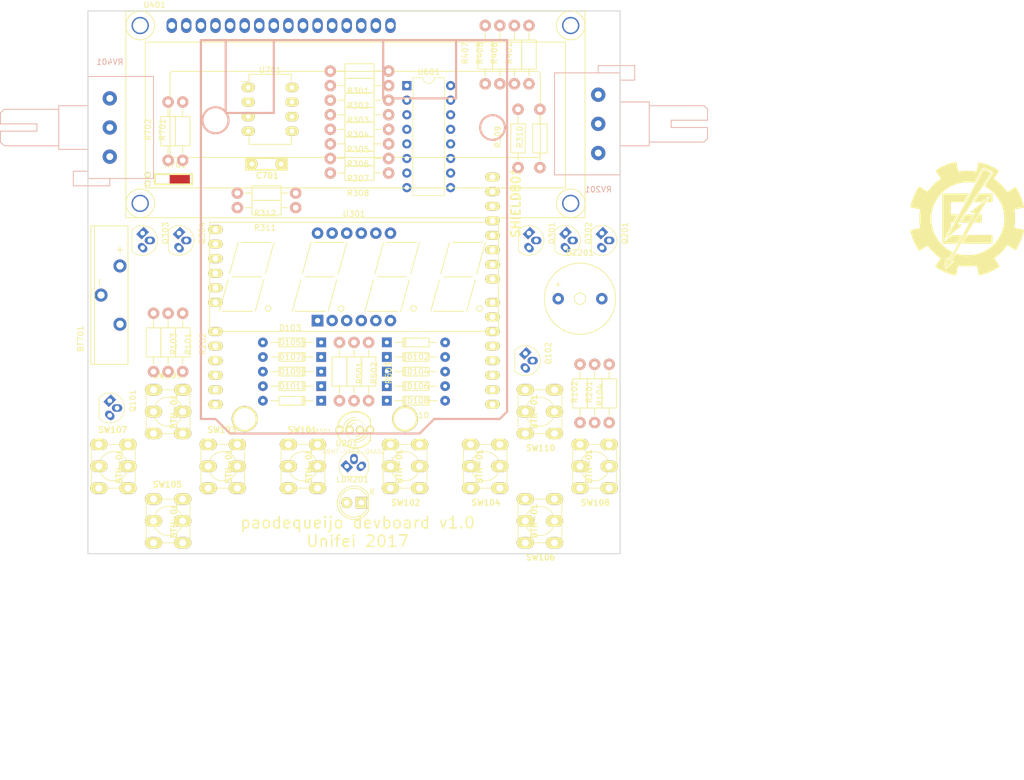
<source format=kicad_pcb>
(kicad_pcb (version 4) (host pcbnew 4.0.4-stable)

  (general
    (links 181)
    (no_connects 181)
    (area 82.347999 40.056999 175.208001 134.822001)
    (thickness 1.6)
    (drawings 6)
    (tracks 0)
    (zones 0)
    (modules 69)
    (nets 79)
  )

  (page A4)
  (layers
    (0 F.Cu signal)
    (31 B.Cu signal)
    (32 B.Adhes user)
    (33 F.Adhes user)
    (34 B.Paste user)
    (35 F.Paste user)
    (36 B.SilkS user)
    (37 F.SilkS user)
    (38 B.Mask user)
    (39 F.Mask user)
    (40 Dwgs.User user)
    (41 Cmts.User user hide)
    (42 Eco1.User user)
    (43 Eco2.User user)
    (44 Edge.Cuts user)
  )

  (setup
    (last_trace_width 0.3)
    (user_trace_width 0.381)
    (trace_clearance 0.3)
    (zone_clearance 0.508)
    (zone_45_only no)
    (trace_min 0.2)
    (segment_width 0.15)
    (edge_width 0.15)
    (via_size 0.9)
    (via_drill 0.6)
    (via_min_size 0.889)
    (via_min_drill 0.508)
    (uvia_size 0.508)
    (uvia_drill 0.127)
    (uvias_allowed no)
    (uvia_min_size 0.508)
    (uvia_min_drill 0.127)
    (pcb_text_width 0.3)
    (pcb_text_size 1 1)
    (mod_edge_width 0.15)
    (mod_text_size 1 1)
    (mod_text_width 0.15)
    (pad_size 2.54 1.524)
    (pad_drill 1)
    (pad_to_mask_clearance 0)
    (aux_axis_origin 0 0)
    (grid_origin 77.978 43.942)
    (visible_elements 7FFEF7FF)
    (pcbplotparams
      (layerselection 0x01064_80000000)
      (usegerberextensions false)
      (excludeedgelayer true)
      (linewidth 0.300000)
      (plotframeref false)
      (viasonmask false)
      (mode 1)
      (useauxorigin false)
      (hpglpennumber 1)
      (hpglpenspeed 20)
      (hpglpendiameter 15)
      (hpglpenoverlay 2)
      (psnegative false)
      (psa4output false)
      (plotreference false)
      (plotvalue false)
      (plotinvisibletext false)
      (padsonsilk false)
      (subtractmaskfromsilk false)
      (outputformat 1)
      (mirror false)
      (drillshape 0)
      (scaleselection 1)
      (outputdirectory fabricação/))
  )

  (net 0 "")
  (net 1 +5V)
  (net 2 /AN0)
  (net 3 /AN1)
  (net 4 /D0)
  (net 5 /D1)
  (net 6 /D2)
  (net 7 /D3)
  (net 8 /D4)
  (net 9 /D5)
  (net 10 /D6)
  (net 11 /D7)
  (net 12 /DSP-1)
  (net 13 /DSP-2)
  (net 14 /DSP-3)
  (net 15 /DSP-4)
  (net 16 /EnLCD)
  (net 17 /PEn)
  (net 18 /PWM)
  (net 19 /SCL)
  (net 20 /SDA)
  (net 21 /T1)
  (net 22 /T2)
  (net 23 /VEE)
  (net 24 3V3)
  (net 25 GND)
  (net 26 "Net-(BT701-Pad1)")
  (net 27 "Net-(BZ201-Pad2)")
  (net 28 "Net-(D101-Pad2)")
  (net 29 "Net-(D102-Pad2)")
  (net 30 "Net-(D103-Pad2)")
  (net 31 "Net-(D104-Pad2)")
  (net 32 "Net-(D105-Pad2)")
  (net 33 "Net-(Q101-Pad1)")
  (net 34 "Net-(Q102-Pad1)")
  (net 35 "Net-(Q201-Pad1)")
  (net 36 "Net-(Q301-Pad1)")
  (net 37 "Net-(Q301-Pad3)")
  (net 38 "Net-(Q302-Pad1)")
  (net 39 "Net-(Q302-Pad3)")
  (net 40 "Net-(Q303-Pad1)")
  (net 41 "Net-(Q303-Pad3)")
  (net 42 "Net-(Q304-Pad1)")
  (net 43 "Net-(Q304-Pad3)")
  (net 44 "Net-(R103-Pad2)")
  (net 45 "Net-(R104-Pad2)")
  (net 46 "Net-(R301-Pad2)")
  (net 47 "Net-(R302-Pad2)")
  (net 48 "Net-(R303-Pad2)")
  (net 49 "Net-(R304-Pad2)")
  (net 50 "Net-(R305-Pad2)")
  (net 51 "Net-(R306-Pad2)")
  (net 52 "Net-(R307-Pad2)")
  (net 53 "Net-(R308-Pad2)")
  (net 54 "Net-(R401-Pad2)")
  (net 55 "Net-(R406-Pad2)")
  (net 56 "Net-(R407-Pad2)")
  (net 57 /lcdRS)
  (net 58 "Net-(R408-Pad2)")
  (net 59 "Net-(R501-Pad2)")
  (net 60 "Net-(R502-Pad2)")
  (net 61 "Net-(R503-Pad2)")
  (net 62 /soClk)
  (net 63 /soData)
  (net 64 "Net-(U701-Pad1)")
  (net 65 "Net-(U701-Pad2)")
  (net 66 "Net-(D106-Pad2)")
  (net 67 "Net-(D107-Pad2)")
  (net 68 "Net-(D108-Pad2)")
  (net 69 "Net-(D109-Pad2)")
  (net 70 "Net-(D110-Pad2)")
  (net 71 /AN2)
  (net 72 /RX)
  (net 73 /TX)
  (net 74 "Net-(SHIELD801-PadV_IN)")
  (net 75 "Net-(SHIELD801-PadRST)")
  (net 76 "Net-(SHIELD801-PadAREF)")
  (net 77 "Net-(U601-Pad9)")
  (net 78 "Net-(U701-Pad7)")

  (net_class Default "This is the default net class."
    (clearance 0.3)
    (trace_width 0.3)
    (via_dia 0.9)
    (via_drill 0.6)
    (uvia_dia 0.508)
    (uvia_drill 0.127)
    (add_net +5V)
    (add_net /AN0)
    (add_net /AN1)
    (add_net /AN2)
    (add_net /D0)
    (add_net /D1)
    (add_net /D2)
    (add_net /D3)
    (add_net /D4)
    (add_net /D5)
    (add_net /D6)
    (add_net /D7)
    (add_net /DSP-1)
    (add_net /DSP-2)
    (add_net /DSP-3)
    (add_net /DSP-4)
    (add_net /EnLCD)
    (add_net /PEn)
    (add_net /PWM)
    (add_net /RX)
    (add_net /SCL)
    (add_net /SDA)
    (add_net /T1)
    (add_net /T2)
    (add_net /TX)
    (add_net /VEE)
    (add_net /lcdRS)
    (add_net /soClk)
    (add_net /soData)
    (add_net 3V3)
    (add_net GND)
    (add_net "Net-(BT701-Pad1)")
    (add_net "Net-(BZ201-Pad2)")
    (add_net "Net-(D101-Pad2)")
    (add_net "Net-(D102-Pad2)")
    (add_net "Net-(D103-Pad2)")
    (add_net "Net-(D104-Pad2)")
    (add_net "Net-(D105-Pad2)")
    (add_net "Net-(D106-Pad2)")
    (add_net "Net-(D107-Pad2)")
    (add_net "Net-(D108-Pad2)")
    (add_net "Net-(D109-Pad2)")
    (add_net "Net-(D110-Pad2)")
    (add_net "Net-(Q101-Pad1)")
    (add_net "Net-(Q102-Pad1)")
    (add_net "Net-(Q201-Pad1)")
    (add_net "Net-(Q301-Pad1)")
    (add_net "Net-(Q301-Pad3)")
    (add_net "Net-(Q302-Pad1)")
    (add_net "Net-(Q302-Pad3)")
    (add_net "Net-(Q303-Pad1)")
    (add_net "Net-(Q303-Pad3)")
    (add_net "Net-(Q304-Pad1)")
    (add_net "Net-(Q304-Pad3)")
    (add_net "Net-(R103-Pad2)")
    (add_net "Net-(R104-Pad2)")
    (add_net "Net-(R301-Pad2)")
    (add_net "Net-(R302-Pad2)")
    (add_net "Net-(R303-Pad2)")
    (add_net "Net-(R304-Pad2)")
    (add_net "Net-(R305-Pad2)")
    (add_net "Net-(R306-Pad2)")
    (add_net "Net-(R307-Pad2)")
    (add_net "Net-(R308-Pad2)")
    (add_net "Net-(R401-Pad2)")
    (add_net "Net-(R406-Pad2)")
    (add_net "Net-(R407-Pad2)")
    (add_net "Net-(R408-Pad2)")
    (add_net "Net-(R501-Pad2)")
    (add_net "Net-(R502-Pad2)")
    (add_net "Net-(R503-Pad2)")
    (add_net "Net-(SHIELD801-PadAREF)")
    (add_net "Net-(SHIELD801-PadRST)")
    (add_net "Net-(SHIELD801-PadV_IN)")
    (add_net "Net-(U601-Pad9)")
    (add_net "Net-(U701-Pad1)")
    (add_net "Net-(U701-Pad2)")
    (add_net "Net-(U701-Pad7)")
  )

  (module arduino_shields:ARDUINO_SHIELD_2 locked (layer F.Cu) (tedit 55A54E3A) (tstamp 55919E56)
    (at 102.108 45.212 270)
    (path /54731488)
    (fp_text reference SHIELD801 (at 28.321 -54.864 270) (layer F.SilkS)
      (effects (font (thickness 0.3048)))
    )
    (fp_text value ARDUINO_SHIELD (at 65.95 -21.2 540) (layer F.SilkS) hide
      (effects (font (thickness 0.3048)))
    )
    (fp_line (start 0 -44.45) (end 10.16 -44.45) (layer B.SilkS) (width 0.381))
    (fp_line (start 10.16 -44.45) (end 10.16 -31.75) (layer B.SilkS) (width 0.381))
    (fp_line (start 10.16 -31.75) (end 0 -31.75) (layer B.SilkS) (width 0.381))
    (fp_line (start 12.7 -4.318) (end 0 -4.318) (layer B.SilkS) (width 0.381))
    (fp_line (start 0 -12.7) (end 12.7 -12.7) (layer B.SilkS) (width 0.381))
    (fp_line (start 12.7 -12.7) (end 12.7 -4.572) (layer B.SilkS) (width 0.381))
    (fp_circle (center 13.97 -2.54) (end 16.002 -1.524) (layer B.SilkS) (width 0.381))
    (fp_circle (center 15.24 -50.8) (end 16.764 -49.276) (layer B.SilkS) (width 0.381))
    (fp_line (start 66.04 -40.64) (end 66.04 -52.07) (layer B.SilkS) (width 0.381))
    (fp_line (start 66.04 -52.07) (end 64.77 -53.34) (layer B.SilkS) (width 0.381))
    (fp_line (start 64.77 -53.34) (end 0 -53.34) (layer B.SilkS) (width 0.381))
    (fp_line (start 66.04 0) (end 0 0) (layer B.SilkS) (width 0.381))
    (fp_line (start 0 0) (end 0 -53.34) (layer B.SilkS) (width 0.381))
    (fp_line (start 66.04 -40.64) (end 68.58 -38.1) (layer B.SilkS) (width 0.381))
    (fp_line (start 68.58 -38.1) (end 68.58 -5.08) (layer B.SilkS) (width 0.381))
    (fp_line (start 68.58 -5.08) (end 66.04 -2.54) (layer B.SilkS) (width 0.381))
    (fp_line (start 66.04 -2.54) (end 66.04 0) (layer B.SilkS) (width 0.381))
    (pad "" thru_hole circle (at 66.04 -7.62 270) (size 4.5 4.5) (drill 3.8) (layers *.Cu *.Mask F.SilkS))
    (pad AD5 thru_hole oval (at 63.5 -2.54) (size 2.54 1.524) (drill 1) (layers *.Cu *.Mask F.SilkS)
      (net 19 /SCL))
    (pad AD4 thru_hole oval (at 60.96 -2.54) (size 2.54 1.524) (drill 1) (layers *.Cu *.Mask F.SilkS)
      (net 20 /SDA))
    (pad AD3 thru_hole oval (at 58.42 -2.54) (size 2.54 1.524) (drill 1) (layers *.Cu *.Mask F.SilkS)
      (net 25 GND))
    (pad AD0 thru_hole oval (at 50.8 -2.54) (size 2.54 1.524) (drill 1) (layers *.Cu *.Mask F.SilkS)
      (net 2 /AN0))
    (pad AD1 thru_hole oval (at 53.34 -2.54) (size 2.54 1.524) (drill 1) (layers *.Cu *.Mask F.SilkS)
      (net 3 /AN1))
    (pad AD2 thru_hole oval (at 55.88 -2.54) (size 2.54 1.524) (drill 1) (layers *.Cu *.Mask F.SilkS)
      (net 71 /AN2))
    (pad V_IN thru_hole oval (at 45.72 -2.54) (size 2.54 1.524) (drill 1) (layers *.Cu *.Mask F.SilkS)
      (net 74 "Net-(SHIELD801-PadV_IN)"))
    (pad GND2 thru_hole oval (at 43.18 -2.54) (size 2.54 1.524) (drill 1) (layers *.Cu *.Mask F.SilkS)
      (net 25 GND))
    (pad GND1 thru_hole oval (at 40.64 -2.54) (size 2.54 1.524) (drill 1) (layers *.Cu *.Mask F.SilkS)
      (net 25 GND))
    (pad 3V3 thru_hole oval (at 35.56 -2.54) (size 2.54 1.524) (drill 1) (layers *.Cu *.Mask F.SilkS)
      (net 24 3V3))
    (pad RST thru_hole oval (at 33.02 -2.54) (size 2.54 1.524) (drill 1) (layers *.Cu *.Mask F.SilkS)
      (net 75 "Net-(SHIELD801-PadRST)"))
    (pad 0 thru_hole oval (at 63.5 -50.8) (size 2.54 1.524) (drill 1) (layers *.Cu *.Mask F.SilkS)
      (net 72 /RX))
    (pad 1 thru_hole oval (at 60.96 -50.8) (size 2.54 1.524) (drill 1) (layers *.Cu *.Mask F.SilkS)
      (net 73 /TX))
    (pad 2 thru_hole oval (at 58.42 -50.8) (size 2.54 1.524) (drill 1) (layers *.Cu *.Mask F.SilkS)
      (net 12 /DSP-1))
    (pad 3 thru_hole oval (at 55.88 -50.8) (size 2.54 1.524) (drill 1) (layers *.Cu *.Mask F.SilkS)
      (net 13 /DSP-2))
    (pad 4 thru_hole oval (at 53.34 -50.8) (size 2.54 1.524) (drill 1) (layers *.Cu *.Mask F.SilkS)
      (net 14 /DSP-3))
    (pad 5 thru_hole oval (at 50.8 -50.8) (size 2.54 1.524) (drill 1) (layers *.Cu *.Mask F.SilkS)
      (net 15 /DSP-4))
    (pad 6 thru_hole oval (at 48.26 -50.8) (size 2.54 1.524) (drill 1) (layers *.Cu *.Mask F.SilkS)
      (net 16 /EnLCD))
    (pad 7 thru_hole oval (at 45.72 -50.8) (size 2.54 1.524) (drill 1) (layers *.Cu *.Mask F.SilkS)
      (net 57 /lcdRS))
    (pad 8 thru_hole oval (at 41.656 -50.8) (size 2.54 1.524) (drill 1) (layers *.Cu *.Mask F.SilkS)
      (net 63 /soData))
    (pad 9 thru_hole oval (at 39.116 -50.8) (size 2.54 1.524) (drill 1) (layers *.Cu *.Mask F.SilkS)
      (net 18 /PWM))
    (pad 10 thru_hole oval (at 36.576 -50.8) (size 2.54 1.524) (drill 1) (layers *.Cu *.Mask F.SilkS)
      (net 17 /PEn))
    (pad 11 thru_hole oval (at 34.036 -50.8) (size 2.54 1.524) (drill 1) (layers *.Cu *.Mask F.SilkS)
      (net 62 /soClk))
    (pad 12 thru_hole oval (at 31.496 -50.8) (size 2.54 1.524) (drill 1) (layers *.Cu *.Mask F.SilkS)
      (net 22 /T2))
    (pad 13 thru_hole oval (at 28.956 -50.8) (size 2.54 1.524) (drill 1) (layers *.Cu *.Mask F.SilkS)
      (net 21 /T1))
    (pad GND3 thru_hole oval (at 26.416 -50.8) (size 2.54 1.524) (drill 1) (layers *.Cu *.Mask F.SilkS)
      (net 25 GND))
    (pad AREF thru_hole oval (at 23.876 -50.8) (size 2.54 1.524) (drill 1) (layers *.Cu *.Mask F.SilkS)
      (net 76 "Net-(SHIELD801-PadAREF)"))
    (pad 5V thru_hole oval (at 38.1 -2.54) (size 2.54 1.524) (drill 1) (layers *.Cu *.Mask F.SilkS)
      (net 1 +5V))
    (pad "" thru_hole circle (at 66.04 -35.56 270) (size 4.5 4.5) (drill 3.8) (layers *.Cu *.Mask F.SilkS))
    (model wings_3d/walter/conn_misc/arduino_header.wrl
      (at (xyz 1.3 1.05 -0.2))
      (scale (xyz 1 1 1))
      (rotate (xyz 0 0 0))
    )
  )

  (module Crystals:Crystal_Round_Horizontal_2mm (layer F.Cu) (tedit 55A54FB6) (tstamp 55917F8F)
    (at 92.837 69.469 270)
    (descr "Crystal, Quarz, Rundgehaeuse, round, horizontal, liegend, Uhrenquarz, Diam. 2mm,")
    (tags "Crystal, Quarz, Rundgehaeuse, round, horizontal, liegend, Uhrenquarz, Diam. 2mm,")
    (path /542BF047)
    (fp_text reference X701 (at -2.54 -4.826 360) (layer F.SilkS)
      (effects (font (size 1 1) (thickness 0.15)))
    )
    (fp_text value "32.768 KHz" (at 0 3.81 270) (layer F.Fab)
      (effects (font (size 1 1) (thickness 0.15)))
    )
    (fp_line (start -0.889 -6.35) (end -0.889 -7.747) (layer F.SilkS) (width 0.3))
    (fp_line (start -0.889 -7.747) (end 0.889 -7.747) (layer F.SilkS) (width 0.3))
    (fp_line (start 0.889 -7.747) (end 0.889 -1.27) (layer F.SilkS) (width 0.3))
    (fp_line (start 0.889 -1.27) (end -0.889 -1.27) (layer F.SilkS) (width 0.3))
    (fp_line (start -0.889 -1.27) (end -0.889 -6.35) (layer F.SilkS) (width 0.3))
    (fp_line (start 0.889 -6.35) (end 0.889 -7.747) (layer F.SilkS) (width 0.3))
    (fp_line (start -0.29972 -1.24968) (end -0.39878 -0.94996) (layer F.SilkS) (width 0.15))
    (fp_line (start 0.29972 -1.24968) (end 0.39878 -0.94996) (layer F.SilkS) (width 0.15))
    (fp_line (start 0.89916 -1.24968) (end 0.89916 -6.2992) (layer F.SilkS) (width 0.15))
    (fp_line (start 0.89916 -7.8232) (end -0.89916 -7.8232) (layer F.SilkS) (width 0.15))
    (fp_line (start -0.89916 -6.2992) (end -0.89916 -1.24968) (layer F.SilkS) (width 0.15))
    (fp_line (start 0.89916 -1.24968) (end -0.89916 -1.24968) (layer F.SilkS) (width 0.15))
    (pad 1 thru_hole circle (at -0.7493 0 270) (size 1.00076 1.00076) (drill 0.59944) (layers *.Cu *.Mask F.SilkS)
      (net 64 "Net-(U701-Pad1)"))
    (pad 2 thru_hole circle (at 0.7493 0 270) (size 1.00076 1.00076) (drill 0.59944) (layers *.Cu *.Mask F.SilkS)
      (net 65 "Net-(U701-Pad2)"))
    (pad "" smd rect (at 0 -5.588 270) (size 1.524 3.524) (layers F.Cu F.Paste F.Mask))
    (model discret/qmontre.wrl
      (at (xyz 0 0 0))
      (scale (xyz 0.6 0.6 0.6))
      (rotate (xyz 0 0 180))
    )
  )

  (module HW_CAPACITOR (layer F.Cu) (tedit 55410339) (tstamp 5513F90B)
    (at 113.538 66.802)
    (descr "Condensateur = 2 pas")
    (tags C)
    (path /542BF046)
    (fp_text reference C701 (at 0.127 2.032) (layer F.SilkS)
      (effects (font (size 1.016 1.016) (thickness 0.2032)))
    )
    (fp_text value 10nF (at 0 0) (layer F.SilkS) hide
      (effects (font (size 1.016 1.016) (thickness 0.2032)))
    )
    (fp_line (start -3.556 -1.016) (end 3.556 -1.016) (layer F.SilkS) (width 0.3048))
    (fp_line (start 3.556 -1.016) (end 3.556 1.016) (layer F.SilkS) (width 0.3048))
    (fp_line (start 3.556 1.016) (end -3.556 1.016) (layer F.SilkS) (width 0.3048))
    (fp_line (start -3.556 1.016) (end -3.556 -1.016) (layer F.SilkS) (width 0.3048))
    (fp_line (start -3.556 -0.508) (end -3.048 -1.016) (layer F.SilkS) (width 0.3048))
    (pad 1 thru_hole circle (at -2.54 0) (size 2 2) (drill 0.8128) (layers *.Cu *.Mask F.SilkS)
      (net 25 GND))
    (pad 2 thru_hole circle (at 2.54 0) (size 2 2) (drill 0.8128) (layers *.Cu *.Mask F.SilkS)
      (net 1 +5V))
    (model discret/capa_2pas_5x5mm.wrl
      (at (xyz 0 0 0))
      (scale (xyz 1 1 1))
      (rotate (xyz 0 0 0))
    )
  )

  (module Housings_DIP:DIP-8_W7.62mm_LongPads (layer F.Cu) (tedit 55A54FBA) (tstamp 55917F89)
    (at 110.363 53.467)
    (descr "8-lead dip package, row spacing 7.62 mm (300 mils), longer pads")
    (tags "dil dip 2.54 300")
    (path /543FF658)
    (fp_text reference U701 (at 3.81 -3.048) (layer F.SilkS)
      (effects (font (size 1 1) (thickness 0.15)))
    )
    (fp_text value DS1307Z (at 0 -3.72) (layer F.Fab)
      (effects (font (size 1 1) (thickness 0.15)))
    )
    (fp_line (start -1.4 -2.45) (end -1.4 10.1) (layer F.CrtYd) (width 0.05))
    (fp_line (start 9 -2.45) (end 9 10.1) (layer F.CrtYd) (width 0.05))
    (fp_line (start -1.4 -2.45) (end 9 -2.45) (layer F.CrtYd) (width 0.05))
    (fp_line (start -1.4 10.1) (end 9 10.1) (layer F.CrtYd) (width 0.05))
    (fp_line (start 0.135 -2.295) (end 0.135 -1.025) (layer F.SilkS) (width 0.15))
    (fp_line (start 7.485 -2.295) (end 7.485 -1.025) (layer F.SilkS) (width 0.15))
    (fp_line (start 7.485 9.915) (end 7.485 8.645) (layer F.SilkS) (width 0.15))
    (fp_line (start 0.135 9.915) (end 0.135 8.645) (layer F.SilkS) (width 0.15))
    (fp_line (start 0.135 -2.295) (end 7.485 -2.295) (layer F.SilkS) (width 0.15))
    (fp_line (start 0.135 9.915) (end 7.485 9.915) (layer F.SilkS) (width 0.15))
    (fp_line (start 0.135 -1.025) (end -1.15 -1.025) (layer F.SilkS) (width 0.15))
    (pad 1 thru_hole oval (at 0 0) (size 2.3 1.6) (drill 0.8) (layers *.Cu *.Mask F.SilkS)
      (net 64 "Net-(U701-Pad1)"))
    (pad 2 thru_hole oval (at 0 2.54) (size 2.3 1.6) (drill 0.8) (layers *.Cu *.Mask F.SilkS)
      (net 65 "Net-(U701-Pad2)"))
    (pad 3 thru_hole oval (at 0 5.08) (size 2.3 1.6) (drill 0.8) (layers *.Cu *.Mask F.SilkS)
      (net 26 "Net-(BT701-Pad1)"))
    (pad 4 thru_hole oval (at 0 7.62) (size 2.3 1.6) (drill 0.8) (layers *.Cu *.Mask F.SilkS)
      (net 25 GND))
    (pad 5 thru_hole oval (at 7.62 7.62) (size 2.3 1.6) (drill 0.8) (layers *.Cu *.Mask F.SilkS)
      (net 20 /SDA))
    (pad 6 thru_hole oval (at 7.62 5.08) (size 2.3 1.6) (drill 0.8) (layers *.Cu *.Mask F.SilkS)
      (net 19 /SCL))
    (pad 7 thru_hole oval (at 7.62 2.54) (size 2.3 1.6) (drill 0.8) (layers *.Cu *.Mask F.SilkS)
      (net 78 "Net-(U701-Pad7)"))
    (pad 8 thru_hole oval (at 7.62 0) (size 2.3 1.6) (drill 0.8) (layers *.Cu *.Mask F.SilkS)
      (net 1 +5V))
    (model dil/dil_8.wrl
      (at (xyz 0.15 -0.15 0))
      (scale (xyz 1 1 1))
      (rotate (xyz 0 0 90))
    )
  )

  (module LEDs:LED-5MM (layer F.Cu) (tedit 5570F7EA) (tstamp 55918F90)
    (at 130.048 125.857 180)
    (descr "LED 5mm round vertical")
    (tags "LED 5mm round vertical")
    (path /54403F72)
    (fp_text reference LDR201 (at 1.524 4.064 180) (layer F.SilkS)
      (effects (font (size 1 1) (thickness 0.15)))
    )
    (fp_text value LDR (at 1.524 -3.937 180) (layer F.Fab)
      (effects (font (size 1 1) (thickness 0.15)))
    )
    (fp_line (start -1.5 -1.55) (end -1.5 1.55) (layer F.CrtYd) (width 0.05))
    (fp_arc (start 1.3 0) (end -1.5 1.55) (angle -302) (layer F.CrtYd) (width 0.05))
    (fp_arc (start 1.27 0) (end -1.23 -1.5) (angle 297.5) (layer F.SilkS) (width 0.15))
    (fp_line (start -1.23 1.5) (end -1.23 -1.5) (layer F.SilkS) (width 0.15))
    (fp_circle (center 1.27 0) (end 0.97 -2.5) (layer F.SilkS) (width 0.15))
    (fp_text user K (at -1.905 1.905 180) (layer F.SilkS)
      (effects (font (size 1 1) (thickness 0.15)))
    )
    (pad 1 thru_hole rect (at 0 0 270) (size 2 1.9) (drill 1.00076) (layers *.Cu *.Mask F.SilkS)
      (net 24 3V3))
    (pad 2 thru_hole circle (at 2.54 0 180) (size 1.9 1.9) (drill 1.00076) (layers *.Cu *.Mask F.SilkS)
      (net 3 /AN1))
    (model LEDs.3dshapes/LED-5MM.wrl
      (at (xyz 0.05 0 0))
      (scale (xyz 1 1 1))
      (rotate (xyz 0 0 90))
    )
  )

  (module bibliotecas:unifei_pq_raio (layer F.Cu) (tedit 0) (tstamp 55DDB239)
    (at 235.458 76.327)
    (fp_text reference G*** (at 0 0) (layer F.SilkS) hide
      (effects (font (thickness 0.3)))
    )
    (fp_text value LOGO (at 0.75 0) (layer F.SilkS) hide
      (effects (font (thickness 0.3)))
    )
    (fp_poly (pts (xy 9.99552 2.071476) (xy 9.984566 2.155307) (xy 9.959203 2.275645) (xy 9.918175 2.438735)
      (xy 9.86023 2.650825) (xy 9.812164 2.820491) (xy 9.60047 3.463082) (xy 9.33286 4.109073)
      (xy 9.173811 4.441105) (xy 9.076503 4.630317) (xy 8.974637 4.820025) (xy 8.873175 5.00181)
      (xy 8.777074 5.167254) (xy 8.691297 5.30794) (xy 8.620802 5.415448) (xy 8.57055 5.481361)
      (xy 8.551116 5.497903) (xy 8.51162 5.485405) (xy 8.422829 5.436414) (xy 8.284596 5.350833)
      (xy 8.096771 5.228566) (xy 7.859206 5.069516) (xy 7.571752 4.873589) (xy 7.358043 4.726386)
      (xy 7.127252 4.566872) (xy 7.06197 4.657607) (xy 6.769027 5.052746) (xy 6.634081 5.221764)
      (xy 6.634081 0.110824) (xy 6.629035 -0.202576) (xy 6.59811 -0.715165) (xy 6.533652 -1.190018)
      (xy 6.431644 -1.643274) (xy 6.288069 -2.091072) (xy 6.098911 -2.549548) (xy 5.985249 -2.789325)
      (xy 5.676176 -3.349487) (xy 5.321976 -3.866714) (xy 4.922859 -4.340779) (xy 4.479033 -4.771455)
      (xy 3.990708 -5.158514) (xy 3.521718 -5.464421) (xy 3.397904 -5.537963) (xy 3.291819 -5.601041)
      (xy 3.216257 -5.646044) (xy 3.186307 -5.663963) (xy 3.187863 -5.688203) (xy 3.215693 -5.748995)
      (xy 3.271171 -5.848597) (xy 3.355674 -5.989272) (xy 3.470578 -6.173281) (xy 3.61726 -6.402884)
      (xy 3.797096 -6.680342) (xy 3.912067 -6.856348) (xy 4.103856 -7.150998) (xy 4.270501 -7.410547)
      (xy 4.410337 -7.632284) (xy 4.521697 -7.813498) (xy 4.602916 -7.951476) (xy 4.652329 -8.043507)
      (xy 4.668269 -8.08688) (xy 4.668214 -8.087391) (xy 4.655284 -8.109963) (xy 4.618737 -8.138828)
      (xy 4.55322 -8.176571) (xy 4.453374 -8.225773) (xy 4.313845 -8.289017) (xy 4.129275 -8.368885)
      (xy 3.894309 -8.467959) (xy 3.780187 -8.515553) (xy 3.559689 -8.606193) (xy 3.35662 -8.687573)
      (xy 3.17838 -8.75689) (xy 3.03237 -8.811346) (xy 2.925989 -8.848138) (xy 2.866638 -8.864467)
      (xy 2.857758 -8.864654) (xy 2.834711 -8.83451) (xy 2.785748 -8.754714) (xy 2.713954 -8.630791)
      (xy 2.622413 -8.468263) (xy 2.514208 -8.272654) (xy 2.392422 -8.049488) (xy 2.260139 -7.804288)
      (xy 2.135603 -7.571111) (xy 1.997204 -7.311285) (xy 1.86745 -7.068688) (xy 1.749311 -6.848805)
      (xy 1.645762 -6.65712) (xy 1.559772 -6.499119) (xy 1.494315 -6.380288) (xy 1.452363 -6.306111)
      (xy 1.437149 -6.282058) (xy 1.397384 -6.280648) (xy 1.319561 -6.291115) (xy 1.277522 -6.299184)
      (xy 1.171638 -6.314188) (xy 1.015792 -6.326937) (xy 0.822319 -6.337213) (xy 0.603553 -6.344798)
      (xy 0.37183 -6.349474) (xy 0.139486 -6.351024) (xy -0.081144 -6.349229) (xy -0.277726 -6.343871)
      (xy -0.437923 -6.334733) (xy -0.485615 -6.330338) (xy -1.082946 -6.23777) (xy -1.66326 -6.087717)
      (xy -2.231087 -5.8787) (xy -2.790958 -5.609242) (xy -2.92957 -5.532624) (xy -3.456173 -5.201986)
      (xy -3.935815 -4.833005) (xy -4.370951 -4.42305) (xy -4.764035 -3.969489) (xy -5.117519 -3.469691)
      (xy -5.433859 -2.921023) (xy -5.516171 -2.758159) (xy -5.738692 -2.259566) (xy -5.90932 -1.770903)
      (xy -6.032558 -1.27555) (xy -6.112905 -0.756886) (xy -6.140712 -0.451902) (xy -6.157323 0.190815)
      (xy -6.114574 0.815403) (xy -6.012203 1.422729) (xy -5.849947 2.013653) (xy -5.627547 2.589042)
      (xy -5.344739 3.149757) (xy -5.001263 3.696662) (xy -4.800311 3.97362) (xy -4.652684 4.153881)
      (xy -4.469239 4.356177) (xy -4.264135 4.566517) (xy -4.051533 4.770912) (xy -3.845592 4.955369)
      (xy -3.660474 5.1059) (xy -3.634925 5.125023) (xy -3.470649 5.240893) (xy -3.280507 5.366366)
      (xy -3.080204 5.491811) (xy -2.88545 5.607596) (xy -2.711951 5.704091) (xy -2.594154 5.76318)
      (xy -2.506108 5.807658) (xy -2.446842 5.844835) (xy -2.43092 5.862406) (xy -2.445157 5.89564)
      (xy -2.484993 5.975291) (xy -2.546119 6.093089) (xy -2.624224 6.240765) (xy -2.714997 6.410051)
      (xy -2.753587 6.481409) (xy -3.076255 7.076635) (xy -3.182115 6.920932) (xy -3.26436 6.810996)
      (xy -3.328065 6.753944) (xy -3.379708 6.745573) (xy -3.415271 6.769591) (xy -3.429395 6.808332)
      (xy -3.45226 6.899128) (xy -3.482081 7.032602) (xy -3.517075 7.199371) (xy -3.555457 7.390058)
      (xy -3.595442 7.595282) (xy -3.635245 7.805663) (xy -3.673082 8.011821) (xy -3.707169 8.204376)
      (xy -3.735721 8.37395) (xy -3.756953 8.511161) (xy -3.769082 8.60663) (xy -3.771247 8.640675)
      (xy -3.75983 8.704826) (xy -3.717315 8.725883) (xy -3.703753 8.726381) (xy -3.660162 8.706762)
      (xy -3.573128 8.649949) (xy -3.446795 8.559007) (xy -3.285306 8.436998) (xy -3.092805 8.286988)
      (xy -2.877864 8.115607) (xy -2.64217 7.924825) (xy -2.453505 7.768769) (xy -2.309636 7.643977)
      (xy -2.208326 7.546988) (xy -2.147342 7.474342) (xy -2.124447 7.422578) (xy -2.137407 7.388235)
      (xy -2.183988 7.367853) (xy -2.261953 7.35797) (xy -2.369068 7.355126) (xy -2.38672 7.355092)
      (xy -2.479798 7.350248) (xy -2.541128 7.337767) (xy -2.555583 7.32604) (xy -2.540209 7.293262)
      (xy -2.497872 7.21686) (xy -2.434247 7.106312) (xy -2.355009 6.971098) (xy -2.265834 6.820695)
      (xy -2.172398 6.664582) (xy -2.080375 6.512238) (xy -1.995441 6.373142) (xy -1.923272 6.256771)
      (xy -1.869544 6.172604) (xy -1.83993 6.13012) (xy -1.838619 6.128641) (xy -1.799607 6.125104)
      (xy -1.715851 6.137793) (xy -1.602031 6.164116) (xy -1.537941 6.181723) (xy -1.132043 6.285212)
      (xy -0.732196 6.357432) (xy -0.321529 6.400292) (xy 0.116831 6.415698) (xy 0.481946 6.410119)
      (xy 0.813279 6.394544) (xy 1.100922 6.37016) (xy 1.363217 6.334265) (xy 1.618507 6.284155)
      (xy 1.885133 6.217129) (xy 1.98782 6.188224) (xy 2.533489 6.00216) (xy 3.068629 5.763486)
      (xy 3.584498 5.477775) (xy 4.072352 5.150604) (xy 4.523449 4.787548) (xy 4.929045 4.394183)
      (xy 5.097396 4.205225) (xy 5.43937 3.762958) (xy 5.747552 3.285187) (xy 6.016473 2.782946)
      (xy 6.240662 2.267269) (xy 6.41465 1.749189) (xy 6.511546 1.352727) (xy 6.567629 1.04169)
      (xy 6.605773 0.74391) (xy 6.627437 0.440063) (xy 6.634081 0.110824) (xy 6.634081 5.221764)
      (xy 6.491662 5.400143) (xy 6.220811 5.70931) (xy 5.947413 5.989761) (xy 5.662407 6.251008)
      (xy 5.356731 6.502564) (xy 5.165706 6.648289) (xy 5.042432 6.741481) (xy 4.939581 6.822037)
      (xy 4.866389 6.882509) (xy 4.832093 6.915452) (xy 4.830675 6.918427) (xy 4.847476 6.948827)
      (xy 4.89479 7.023653) (xy 4.967979 7.135854) (xy 5.062409 7.278379) (xy 5.173443 7.444178)
      (xy 5.283342 7.606884) (xy 5.421118 7.812893) (xy 5.53737 7.992434) (xy 5.628824 8.140135)
      (xy 5.692205 8.25063) (xy 5.724238 8.318549) (xy 5.727453 8.33505) (xy 5.695382 8.381132)
      (xy 5.613422 8.4489) (xy 5.488559 8.534535) (xy 5.327777 8.634219) (xy 5.138063 8.744133)
      (xy 4.926402 8.860458) (xy 4.699778 8.979375) (xy 4.465177 9.097065) (xy 4.229585 9.20971)
      (xy 3.999987 9.31349) (xy 3.783368 9.404587) (xy 3.738508 9.422405) (xy 3.491739 9.51368)
      (xy 3.213767 9.607256) (xy 2.927188 9.6961) (xy 2.654599 9.773178) (xy 2.438903 9.826904)
      (xy 2.31742 9.849993) (xy 2.241668 9.85213) (xy 2.201744 9.836336) (xy 2.183509 9.796249)
      (xy 2.155881 9.701861) (xy 2.120552 9.56021) (xy 2.079213 9.378334) (xy 2.033554 9.163271)
      (xy 1.999457 8.994366) (xy 1.956456 8.778644) (xy 1.917017 8.583846) (xy 1.882834 8.418085)
      (xy 1.855598 8.289477) (xy 1.837002 8.206137) (xy 1.828849 8.176252) (xy 1.795422 8.175961)
      (xy 1.714202 8.183961) (xy 1.598948 8.198736) (xy 1.514656 8.2109) (xy 0.819893 8.288845)
      (xy 0.130468 8.314248) (xy -0.543551 8.28703) (xy -1.043933 8.230427) (xy -1.239357 8.204398)
      (xy -1.374819 8.192522) (xy -1.451048 8.194752) (xy -1.468821 8.203095) (xy -1.48015 8.241479)
      (xy -1.50146 8.332316) (xy -1.530871 8.466867) (xy -1.566502 8.636392) (xy -1.606476 8.832153)
      (xy -1.637445 8.987239) (xy -1.679863 9.199324) (xy -1.719678 9.394031) (xy -1.754914 9.562039)
      (xy -1.783595 9.69403) (xy -1.803747 9.780683) (xy -1.811724 9.809387) (xy -1.841372 9.855102)
      (xy -1.89491 9.874182) (xy -1.984127 9.867943) (xy -2.103681 9.842018) (xy -2.848817 9.630579)
      (xy -3.549582 9.378201) (xy -4.209771 9.083502) (xy -4.261822 9.057618) (xy -4.464352 8.953619)
      (xy -4.664945 8.8461) (xy -4.855644 8.739765) (xy -5.02849 8.639318) (xy -5.175527 8.549463)
      (xy -5.288796 8.474904) (xy -5.360339 8.420346) (xy -5.381758 8.395566) (xy -5.369915 8.356543)
      (xy -5.325435 8.27151) (xy -5.25138 8.145553) (xy -5.150814 7.983758) (xy -5.026799 7.791211)
      (xy -4.9231 7.633972) (xy -4.799316 7.446912) (xy -4.688417 7.277344) (xy -4.594689 7.131983)
      (xy -4.522417 7.017543) (xy -4.475889 6.940741) (xy -4.459389 6.90829) (xy -4.45956 6.90774)
      (xy -4.489776 6.886534) (xy -4.558141 6.839981) (xy -4.650983 6.777378) (xy -4.669629 6.764861)
      (xy -5.025645 6.5041) (xy -5.38809 6.197929) (xy -5.743022 5.859847) (xy -6.076502 5.503355)
      (xy -6.374588 5.141951) (xy -6.45154 5.039358) (xy -6.547418 4.910515) (xy -6.631225 4.801728)
      (xy -6.695786 4.722018) (xy -6.733931 4.680407) (xy -6.740077 4.676455) (xy -6.771314 4.692673)
      (xy -6.847296 4.739224) (xy -6.961063 4.811629) (xy -7.105653 4.90541) (xy -7.274107 5.01609)
      (xy -7.459465 5.13919) (xy -7.463426 5.141834) (xy -7.649868 5.264733) (xy -7.820688 5.374336)
      (xy -7.968733 5.466293) (xy -8.086849 5.536253) (xy -8.167883 5.579865) (xy -8.204679 5.59278)
      (xy -8.20486 5.592717) (xy -8.243518 5.556189) (xy -8.30508 5.471684) (xy -8.385073 5.347222)
      (xy -8.479021 5.190822) (xy -8.58245 5.010501) (xy -8.690883 4.81428) (xy -8.799846 4.610178)
      (xy -8.904863 4.406212) (xy -9.00146 4.210403) (xy -9.085162 4.030768) (xy -9.117131 3.958037)
      (xy -9.205223 3.743574) (xy -9.292585 3.513615) (xy -9.376926 3.275949) (xy -9.455956 3.038364)
      (xy -9.527385 2.808646) (xy -9.58892 2.594584) (xy -9.638273 2.403965) (xy -9.673151 2.244576)
      (xy -9.691265 2.124206) (xy -9.690324 2.050641) (xy -9.682882 2.034683) (xy -9.643427 2.018824)
      (xy -9.551114 1.993391) (xy -9.414343 1.960333) (xy -9.241514 1.9216) (xy -9.041024 1.879139)
      (xy -8.823859 1.835406) (xy -8.001952 1.673962) (xy -8.020776 1.530417) (xy -8.036175 1.41899)
      (xy -8.056236 1.281493) (xy -8.070985 1.184295) (xy -8.110498 0.851776) (xy -8.134552 0.47574)
      (xy -8.143247 0.073027) (xy -8.136682 -0.339521) (xy -8.114958 -0.745064) (xy -8.078175 -1.126761)
      (xy -8.056329 -1.288992) (xy -8.037104 -1.426631) (xy -8.023653 -1.53974) (xy -8.017376 -1.615262)
      (xy -8.018654 -1.640085) (xy -8.051392 -1.649354) (xy -8.137091 -1.668943) (xy -8.267557 -1.697112)
      (xy -8.434598 -1.732117) (xy -8.63002 -1.772218) (xy -8.827532 -1.812053) (xy -9.043686 -1.855932)
      (xy -9.240658 -1.897115) (xy -9.40987 -1.933713) (xy -9.54274 -1.963834) (xy -9.630689 -1.985589)
      (xy -9.664282 -1.996413) (xy -9.682896 -2.038876) (xy -9.679733 -2.131146) (xy -9.654443 -2.27503)
      (xy -9.606675 -2.472336) (xy -9.53608 -2.724871) (xy -9.499198 -2.848971) (xy -9.319299 -3.380105)
      (xy -9.096762 -3.927919) (xy -8.840165 -4.473567) (xy -8.558088 -4.998204) (xy -8.400676 -5.262129)
      (xy -8.317445 -5.393055) (xy -8.257088 -5.477722) (xy -8.212281 -5.524395) (xy -8.175698 -5.541339)
      (xy -8.153909 -5.540536) (xy -8.110585 -5.52021) (xy -8.023445 -5.469721) (xy -7.900248 -5.393914)
      (xy -7.74875 -5.297635) (xy -7.576708 -5.185727) (xy -7.425756 -5.085708) (xy -7.245975 -4.965929)
      (xy -7.08379 -4.858473) (xy -6.946228 -4.767947) (xy -6.840316 -4.698956) (xy -6.77308 -4.656109)
      (xy -6.751537 -4.643681) (xy -6.72932 -4.667299) (xy -6.678803 -4.731257) (xy -6.60797 -4.825214)
      (xy -6.541059 -4.91638) (xy -6.109597 -5.462152) (xy -5.643142 -5.95798) (xy -5.137285 -6.408233)
      (xy -4.704082 -6.736571) (xy -4.591394 -6.818176) (xy -4.500572 -6.887888) (xy -4.442062 -6.937429)
      (xy -4.425521 -6.957258) (xy -4.442141 -6.988645) (xy -4.488961 -7.064693) (xy -4.561426 -7.178324)
      (xy -4.654978 -7.322458) (xy -4.765061 -7.490017) (xy -4.878626 -7.661181) (xy -5.010607 -7.861865)
      (xy -5.123208 -8.038407) (xy -5.21295 -8.185018) (xy -5.276357 -8.295914) (xy -5.309949 -8.365305)
      (xy -5.314056 -8.385666) (xy -5.275844 -8.426626) (xy -5.189038 -8.489613) (xy -5.061528 -8.570298)
      (xy -4.901204 -8.664353) (xy -4.715957 -8.767449) (xy -4.513677 -8.875257) (xy -4.302255 -8.983447)
      (xy -4.08958 -9.087691) (xy -3.883544 -9.18366) (xy -3.760507 -9.238007) (xy -3.565375 -9.318079)
      (xy -3.349195 -9.399956) (xy -3.120153 -9.48119) (xy -2.886436 -9.559335) (xy -2.656233 -9.631944)
      (xy -2.437731 -9.696568) (xy -2.239117 -9.750763) (xy -2.068579 -9.79208) (xy -1.934305 -9.818072)
      (xy -1.844481 -9.826293) (xy -1.812507 -9.820206) (xy -1.798354 -9.785597) (xy -1.774504 -9.697981)
      (xy -1.74285 -9.565594) (xy -1.705289 -9.396672) (xy -1.663715 -9.199451) (xy -1.622074 -8.992594)
      (xy -1.579095 -8.77646) (xy -1.539427 -8.58104) (xy -1.50479 -8.414495) (xy -1.476908 -8.284987)
      (xy -1.457502 -8.200676) (xy -1.448447 -8.169837) (xy -1.412778 -8.167491) (xy -1.332974 -8.175155)
      (xy -1.226131 -8.191173) (xy -1.223423 -8.191638) (xy -0.837274 -8.24392) (xy -0.408287 -8.276982)
      (xy 0.047102 -8.290886) (xy 0.512456 -8.285697) (xy 0.97134 -8.261478) (xy 1.407317 -8.218291)
      (xy 1.667852 -8.18054) (xy 1.793005 -8.159767) (xy 1.94767 -8.94361) (xy 1.990487 -9.157759)
      (xy 2.030472 -9.352378) (xy 2.065772 -9.518875) (xy 2.094536 -9.648661) (xy 2.114913 -9.733146)
      (xy 2.124261 -9.762931) (xy 2.165213 -9.773697) (xy 2.256878 -9.765544) (xy 2.39132 -9.740664)
      (xy 2.560604 -9.701249) (xy 2.756794 -9.649491) (xy 2.971956 -9.58758) (xy 3.198154 -9.517709)
      (xy 3.427453 -9.44207) (xy 3.651918 -9.362854) (xy 3.861205 -9.283208) (xy 4.066922 -9.197588)
      (xy 4.288529 -9.09851) (xy 4.517588 -8.990396) (xy 4.745659 -8.877669) (xy 4.964304 -8.764754)
      (xy 5.165084 -8.656074) (xy 5.339559 -8.556051) (xy 5.47929 -8.469109) (xy 5.575837 -8.399671)
      (xy 5.611709 -8.365694) (xy 5.618307 -8.343739) (xy 5.609581 -8.305826) (xy 5.582274 -8.246265)
      (xy 5.533128 -8.159368) (xy 5.458885 -8.039445) (xy 5.356287 -7.880806) (xy 5.222077 -7.677762)
      (xy 5.191424 -7.631727) (xy 5.069939 -7.448636) (xy 4.961284 -7.283314) (xy 4.869854 -7.142578)
      (xy 4.800048 -7.033248) (xy 4.756263 -6.962143) (xy 4.742846 -6.93611) (xy 4.771684 -6.916269)
      (xy 4.838646 -6.870998) (xy 4.930056 -6.809539) (xy 4.943556 -6.800484) (xy 5.300629 -6.539383)
      (xy 5.665344 -6.232702) (xy 6.024766 -5.893421) (xy 6.365962 -5.534519) (xy 6.675994 -5.168978)
      (xy 6.941929 -4.809775) (xy 6.972197 -4.764808) (xy 7.0459 -4.662255) (xy 7.105995 -4.594565)
      (xy 7.144507 -4.570458) (xy 7.148832 -4.571584) (xy 7.183421 -4.593936) (xy 7.262206 -4.646179)
      (xy 7.377723 -4.723323) (xy 7.522512 -4.820376) (xy 7.68911 -4.932348) (xy 7.823396 -5.022787)
      (xy 8.002244 -5.141935) (xy 8.166143 -5.248464) (xy 8.307413 -5.337594) (xy 8.418375 -5.404549)
      (xy 8.49135 -5.444549) (xy 8.51644 -5.453987) (xy 8.543449 -5.44695) (xy 8.575215 -5.421758)
      (xy 8.615841 -5.372293) (xy 8.669429 -5.292435) (xy 8.74008 -5.176067) (xy 8.831898 -5.01707)
      (xy 8.948984 -4.809324) (xy 8.95073 -4.806204) (xy 9.25044 -4.226863) (xy 9.51558 -3.625265)
      (xy 9.642972 -3.292155) (xy 9.701685 -3.120987) (xy 9.761003 -2.93318) (xy 9.818435 -2.738382)
      (xy 9.871492 -2.54624) (xy 9.917684 -2.366405) (xy 9.954519 -2.208522) (xy 9.979507 -2.082241)
      (xy 9.990159 -1.99721) (xy 9.985732 -1.964202) (xy 9.948638 -1.951014) (xy 9.858658 -1.928128)
      (xy 9.724157 -1.897396) (xy 9.553501 -1.860671) (xy 9.355055 -1.819805) (xy 9.150435 -1.779228)
      (xy 8.934977 -1.737002) (xy 8.740713 -1.698424) (xy 8.575707 -1.665139) (xy 8.448024 -1.638788)
      (xy 8.36573 -1.621015) (xy 8.336912 -1.613543) (xy 8.339059 -1.581367) (xy 8.349619 -1.499588)
      (xy 8.366932 -1.380116) (xy 8.389338 -1.234859) (xy 8.392418 -1.21546) (xy 8.419412 -0.995631)
      (xy 8.439487 -0.728023) (xy 8.452632 -0.426802) (xy 8.458838 -0.106134) (xy 8.458095 0.219811)
      (xy 8.450394 0.536869) (xy 8.435725 0.830871) (xy 8.41408 1.08765) (xy 8.394065 1.2422)
      (xy 8.36735 1.429777) (xy 8.355449 1.55759) (xy 8.358307 1.626407) (xy 8.366406 1.639488)
      (xy 8.404865 1.648564) (xy 8.495899 1.667734) (xy 8.630889 1.695253) (xy 8.801213 1.729379)
      (xy 8.998251 1.768368) (xy 9.171506 1.802314) (xy 9.384162 1.844892) (xy 9.577221 1.88562)
      (xy 9.742008 1.922502) (xy 9.869849 1.953538) (xy 9.95207 1.976733) (xy 9.979213 1.988342)
      (xy 9.993317 2.017903) (xy 9.99552 2.071476) (xy 9.99552 2.071476)) (layer F.SilkS) (width 0.1))
    (fp_poly (pts (xy 3.674817 -3.391697) (xy 3.665113 -3.374449) (xy 3.646474 -3.342489) (xy 3.617889 -3.294141)
      (xy 3.578349 -3.227734) (xy 3.526843 -3.141591) (xy 3.462363 -3.03404) (xy 3.383899 -2.903407)
      (xy 3.29044 -2.748016) (xy 3.180977 -2.566196) (xy 3.054501 -2.356271) (xy 2.91 -2.116567)
      (xy 2.746466 -1.845411) (xy 2.562889 -1.541128) (xy 2.358259 -1.202045) (xy 2.131567 -0.826488)
      (xy 1.881801 -0.412782) (xy 1.607954 0.040746) (xy 1.309014 0.53577) (xy 0.983973 1.073965)
      (xy 0.631819 1.657004) (xy 0.251545 2.286561) (xy -0.157861 2.96431) (xy -0.597407 3.691926)
      (xy -1.068105 4.471081) (xy -1.106479 4.534602) (xy -1.294153 4.84529) (xy -1.483769 5.15925)
      (xy -1.670803 5.468989) (xy -1.85073 5.767012) (xy -2.019027 6.045824) (xy -2.17117 6.297932)
      (xy -2.302635 6.51584) (xy -2.408898 6.692055) (xy -2.455341 6.769118) (xy -2.581797 6.982284)
      (xy -2.684513 7.162248) (xy -2.761072 7.304482) (xy -2.809059 7.404459) (xy -2.826055 7.457652)
      (xy -2.825424 7.462554) (xy -2.785615 7.496839) (xy -2.695768 7.510457) (xy -2.66748 7.510921)
      (xy -2.579604 7.516662) (xy -2.521104 7.531137) (xy -2.510796 7.538911) (xy -2.528954 7.565638)
      (xy -2.589428 7.624881) (xy -2.685482 7.710697) (xy -2.810382 7.817144) (xy -2.957391 7.938278)
      (xy -3.027594 7.994899) (xy -3.207714 8.138021) (xy -3.344564 8.24371) (xy -3.442393 8.314874)
      (xy -3.505445 8.354425) (xy -3.537966 8.365271) (xy -3.544203 8.350323) (xy -3.543838 8.348688)
      (xy -3.532708 8.294885) (xy -3.512775 8.191092) (xy -3.486167 8.048685) (xy -3.45501 7.87904)
      (xy -3.425024 7.713497) (xy -3.391756 7.533423) (xy -3.360781 7.374597) (xy -3.334219 7.24721)
      (xy -3.314191 7.16145) (xy -3.303203 7.127883) (xy -3.27596 7.136765) (xy -3.229494 7.186675)
      (xy -3.19901 7.229171) (xy -3.126234 7.320083) (xy -3.064732 7.352626) (xy -3.010032 7.328738)
      (xy -2.998494 7.316135) (xy -2.976294 7.279839) (xy -2.926933 7.192656) (xy -2.852381 7.058256)
      (xy -2.754612 6.880307) (xy -2.635595 6.662477) (xy -2.497304 6.408437) (xy -2.34171 6.121855)
      (xy -2.170785 5.806399) (xy -1.986501 5.465738) (xy -1.790829 5.103541) (xy -1.585741 4.723477)
      (xy -1.37321 4.329215) (xy -1.155206 3.924424) (xy -0.933702 3.512771) (xy -0.710669 3.097927)
      (xy -0.488079 2.68356) (xy -0.267905 2.273338) (xy -0.052117 1.870931) (xy 0.157312 1.480008)
      (xy 0.358411 1.104236) (xy 0.549208 0.747286) (xy 0.727731 0.412825) (xy 0.892008 0.104523)
      (xy 1.040068 -0.173951) (xy 1.169938 -0.41893) (xy 1.279647 -0.626743) (xy 1.367223 -0.793723)
      (xy 1.430695 -0.9162) (xy 1.46809 -0.990505) (xy 1.477912 -1.012883) (xy 1.474959 -1.038955)
      (xy 1.456994 -1.057244) (xy 1.413978 -1.069775) (xy 1.335875 -1.078575) (xy 1.212648 -1.085671)
      (xy 1.091932 -1.090797) (xy 0.703496 -1.10638) (xy 1.637331 -1.837077) (xy 1.877922 -2.02537)
      (xy 2.129947 -2.222682) (xy 2.382716 -2.420635) (xy 2.625534 -2.610856) (xy 2.84771 -2.784967)
      (xy 3.038552 -2.934593) (xy 3.142338 -3.016014) (xy 3.300624 -3.138543) (xy 3.438822 -3.242252)
      (xy 3.550816 -3.322827) (xy 3.630492 -3.375953) (xy 3.671737 -3.397317) (xy 3.674817 -3.391697)
      (xy 3.674817 -3.391697)) (layer F.SilkS) (width 0.1))
    (fp_poly (pts (xy 0.410665 -4.332024) (xy 0.232362 -3.996994) (xy 0.144238 -3.831437) (xy 0.040486 -3.636565)
      (xy -0.065214 -3.438071) (xy -0.149307 -3.280184) (xy -0.352673 -2.898405) (xy -1.547625 -2.898405)
      (xy -2.742576 -2.898405) (xy -2.742576 -1.807607) (xy -2.742362 -1.553555) (xy -2.741752 -1.320128)
      (xy -2.740798 -1.114432) (xy -2.739549 -0.943573) (xy -2.738056 -0.814655) (xy -2.736369 -0.734784)
      (xy -2.734785 -0.710724) (xy -2.702714 -0.707971) (xy -2.618041 -0.703922) (xy -2.490474 -0.698953)
      (xy -2.32972 -0.69344) (xy -2.145485 -0.687758) (xy -2.131476 -0.68735) (xy -1.535959 -0.670061)
      (xy -1.860913 -0.062331) (xy -1.979041 0.159502) (xy -2.071631 0.332949) (xy -2.143793 0.463903)
      (xy -2.200636 0.558255) (xy -2.247269 0.621896) (xy -2.288801 0.660718) (xy -2.33034 0.680613)
      (xy -2.376998 0.687472) (xy -2.433881 0.687187) (xy -2.5061 0.685649) (xy -2.509553 0.685644)
      (xy -2.742576 0.685644) (xy -2.742576 1.138721) (xy -2.742576 1.591799) (xy -3.334724 2.705749)
      (xy -3.463639 2.949525) (xy -3.582882 3.177447) (xy -3.689338 3.383375) (xy -3.779891 3.56117)
      (xy -3.851423 3.704695) (xy -3.900818 3.80781) (xy -3.924961 3.864376) (xy -3.926871 3.872189)
      (xy -3.901833 3.923881) (xy -3.845334 3.970756) (xy -3.789354 3.989203) (xy -3.762012 3.969855)
      (xy -3.693661 3.915337) (xy -3.590705 3.83094) (xy -3.459552 3.721952) (xy -3.306607 3.593665)
      (xy -3.147142 3.458888) (xy -2.521881 2.928574) (xy -1.683656 2.936864) (xy -0.845431 2.945154)
      (xy -1.215436 3.630798) (xy -1.585441 4.316442) (xy -2.865236 4.324579) (xy -4.14503 4.332716)
      (xy -4.14503 0.000346) (xy -4.14503 -4.332024) (xy -1.867183 -4.332024) (xy 0.410665 -4.332024)
      (xy 0.410665 -4.332024)) (layer F.SilkS) (width 0.1))
    (fp_poly (pts (xy 4.520189 2.898405) (xy 4.511812 3.607424) (xy 4.503436 4.316442) (xy 1.875074 4.324411)
      (xy 1.46896 4.325332) (xy 1.083559 4.325597) (xy 0.72321 4.32524) (xy 0.392255 4.324291)
      (xy 0.095033 4.322782) (xy -0.164116 4.320743) (xy -0.380849 4.318207) (xy -0.550829 4.315204)
      (xy -0.669713 4.311766) (xy -0.733162 4.307925) (xy -0.74284 4.305488) (xy -0.724477 4.272431)
      (xy -0.6783 4.193548) (xy -0.60877 4.076334) (xy -0.52035 3.928288) (xy -0.4175 3.756906)
      (xy -0.327239 3.607061) (xy -0.199543 3.396561) (xy -0.098777 3.23378) (xy -0.020524 3.112558)
      (xy 0.039629 3.026737) (xy 0.086099 2.970157) (xy 0.1233 2.936662) (xy 0.155649 2.920091)
      (xy 0.167516 2.916965) (xy 0.213251 2.913832) (xy 0.315985 2.910864) (xy 0.470387 2.908108)
      (xy 0.671124 2.905606) (xy 0.912865 2.903405) (xy 1.190278 2.901548) (xy 1.49803 2.900081)
      (xy 1.83079 2.899047) (xy 2.183227 2.898491) (xy 2.388653 2.898405) (xy 4.520189 2.898405)
      (xy 4.520189 2.898405)) (layer F.SilkS) (width 0.1))
    (fp_poly (pts (xy 4.303616 -8.013346) (xy 4.302571 -7.99696) (xy 4.29491 -7.971897) (xy 4.279164 -7.935841)
      (xy 4.253864 -7.886474) (xy 4.217541 -7.821479) (xy 4.168725 -7.738538) (xy 4.105947 -7.635333)
      (xy 4.027739 -7.509547) (xy 3.93263 -7.358863) (xy 3.819151 -7.180963) (xy 3.685834 -6.973529)
      (xy 3.531208 -6.734243) (xy 3.353806 -6.46079) (xy 3.152157 -6.15085) (xy 2.924792 -5.802106)
      (xy 2.670243 -5.412241) (xy 2.387039 -4.978937) (xy 2.073712 -4.499877) (xy 1.728792 -3.972743)
      (xy 1.447871 -3.54351) (xy 1.13501 -3.065162) (xy 0.831506 -2.60045) (xy 0.539112 -2.15209)
      (xy 0.259583 -1.7228) (xy -0.005327 -1.315295) (xy -0.253862 -0.932291) (xy -0.484269 -0.576505)
      (xy -0.694792 -0.250654) (xy -0.883677 0.042547) (xy -1.049169 0.30038) (xy -1.189515 0.520131)
      (xy -1.302958 0.699081) (xy -1.387746 0.834516) (xy -1.442122 0.923718) (xy -1.464333 0.963971)
      (xy -1.464785 0.965705) (xy -1.457367 1.010238) (xy -1.428685 1.041708) (xy -1.369102 1.063171)
      (xy -1.268975 1.077682) (xy -1.118667 1.088296) (xy -1.070109 1.090798) (xy -0.753347 1.106381)
      (xy -1.984178 2.15043) (xy -2.224193 2.35388) (xy -2.451845 2.546577) (xy -2.662323 2.724469)
      (xy -2.850815 2.8835) (xy -3.01251 3.019618) (xy -3.142596 3.128767) (xy -3.236262 3.206895)
      (xy -3.288696 3.249947) (xy -3.295716 3.255455) (xy -3.32159 3.269805) (xy -3.327551 3.256076)
      (xy -3.31133 3.208595) (xy -3.270657 3.121687) (xy -3.203264 2.989682) (xy -3.145205 2.879184)
      (xy -2.938741 2.489025) (xy -2.718059 2.072518) (xy -2.484705 1.632552) (xy -2.240223 1.17202)
      (xy -1.986158 0.693812) (xy -1.724053 0.200818) (xy -1.455453 -0.304069) (xy -1.181903 -0.81796)
      (xy -0.904948 -1.337964) (xy -0.62613 -1.861189) (xy -0.346996 -2.384745) (xy -0.069089 -2.90574)
      (xy 0.206045 -3.421285) (xy 0.476864 -3.928487) (xy 0.741822 -4.424456) (xy 0.999374 -4.906302)
      (xy 1.247977 -5.371133) (xy 1.486086 -5.816058) (xy 1.712156 -6.238187) (xy 1.924643 -6.634628)
      (xy 2.122003 -7.002491) (xy 2.302691 -7.338885) (xy 2.465162 -7.640919) (xy 2.607873 -7.905702)
      (xy 2.729279 -8.130343) (xy 2.827835 -8.311951) (xy 2.901997 -8.447635) (xy 2.95022 -8.534505)
      (xy 2.97096 -8.569669) (xy 2.971609 -8.570306) (xy 3.006589 -8.558994) (xy 3.088922 -8.527672)
      (xy 3.208498 -8.480482) (xy 3.355209 -8.421567) (xy 3.518946 -8.355068) (xy 3.689599 -8.285129)
      (xy 3.857061 -8.215891) (xy 4.011221 -8.151498) (xy 4.14197 -8.09609) (xy 4.239201 -8.053811)
      (xy 4.291736 -8.029362) (xy 4.299514 -8.023375) (xy 4.303616 -8.013346) (xy 4.303616 -8.013346)) (layer F.SilkS) (width 0.1))
    (fp_poly (pts (xy 1.090333 -0.66227) (xy 1.075981 -0.62939) (xy 1.035932 -0.549621) (xy 0.974287 -0.430816)
      (xy 0.895149 -0.280833) (xy 0.802622 -0.107527) (xy 0.736337 0.015583) (xy 0.382805 0.670062)
      (xy -0.310815 0.678459) (xy -0.54288 0.680607) (xy -0.718961 0.68051) (xy -0.845373 0.677873)
      (xy -0.928434 0.672403) (xy -0.974458 0.663806) (xy -0.989763 0.651789) (xy -0.989115 0.646934)
      (xy -0.968367 0.610728) (xy -0.918146 0.530066) (xy -0.843299 0.412523) (xy -0.748674 0.265673)
      (xy -0.639121 0.097092) (xy -0.549899 -0.039316) (xy -0.126003 -0.685644) (xy 0.482397 -0.685644)
      (xy 0.669403 -0.684507) (xy 0.83308 -0.681339) (xy 0.963993 -0.676502) (xy 1.05271 -0.670359)
      (xy 1.089796 -0.663272) (xy 1.090333 -0.66227) (xy 1.090333 -0.66227)) (layer F.SilkS) (width 0.1))
    (fp_poly (pts (xy 2.650296 -0.685644) (xy 2.641896 -0.007791) (xy 2.633497 0.670062) (xy 2.046312 0.678551)
      (xy 1.816682 0.68026) (xy 1.643752 0.677983) (xy 1.529112 0.671785) (xy 1.474354 0.661727)
      (xy 1.469747 0.655712) (xy 1.488065 0.621209) (xy 1.533884 0.540927) (xy 1.602704 0.422575)
      (xy 1.690024 0.273863) (xy 1.791344 0.102499) (xy 1.869939 -0.029747) (xy 2.259509 -0.683878)
      (xy 2.454903 -0.684761) (xy 2.650296 -0.685644) (xy 2.650296 -0.685644)) (layer F.SilkS) (width 0.1))
    (fp_poly (pts (xy 4.519019 -3.629819) (xy 4.518245 -3.391672) (xy 4.515683 -3.209477) (xy 4.510975 -3.076872)
      (xy 4.50376 -2.987495) (xy 4.49368 -2.934984) (xy 4.480376 -2.912976) (xy 4.478489 -2.912061)
      (xy 4.433487 -2.90689) (xy 4.339225 -2.903807) (xy 4.208748 -2.903008) (xy 4.055098 -2.904691)
      (xy 4.027114 -2.905248) (xy 3.616267 -2.913987) (xy 3.897165 -3.384282) (xy 4.009684 -3.576776)
      (xy 4.088857 -3.723231) (xy 4.136515 -3.829064) (xy 4.154489 -3.899695) (xy 4.144608 -3.940541)
      (xy 4.108704 -3.957021) (xy 4.09098 -3.958037) (xy 4.054214 -3.93953) (xy 3.97585 -3.887497)
      (xy 3.863109 -3.807164) (xy 3.72321 -3.703761) (xy 3.563374 -3.582515) (xy 3.432044 -3.480901)
      (xy 3.25931 -3.346427) (xy 3.099167 -3.222307) (xy 2.959347 -3.11449) (xy 2.847582 -3.028925)
      (xy 2.771605 -2.971563) (xy 2.743434 -2.951085) (xy 2.710048 -2.933283) (xy 2.663357 -2.919917)
      (xy 2.594817 -2.910383) (xy 2.495882 -2.904073) (xy 2.35801 -2.900383) (xy 2.172655 -2.898706)
      (xy 2.000653 -2.898405) (xy 1.805319 -2.899596) (xy 1.633597 -2.902928) (xy 1.494329 -2.90804)
      (xy 1.396355 -2.914569) (xy 1.348514 -2.922153) (xy 1.345317 -2.925232) (xy 1.36455 -2.95752)
      (xy 1.413426 -3.034762) (xy 1.487344 -3.149828) (xy 1.581706 -3.295588) (xy 1.691913 -3.464911)
      (xy 1.807608 -3.641883) (xy 2.259509 -4.331705) (xy 3.389264 -4.331865) (xy 4.519019 -4.332024)
      (xy 4.519019 -3.629819) (xy 4.519019 -3.629819)) (layer F.SilkS) (width 0.1))
  )

  (module bibliotecas:HW_LED-5MM-RGB (layer F.Cu) (tedit 583247EA) (tstamp 5513F800)
    (at 128.778 113.157)
    (descr "LED 5mm - Lead pitch 100mil (2,54mm)")
    (tags "LED led 5mm 5MM 100mil 2,54mm")
    (path /54CFADBA)
    (fp_text reference RGB501 (at -6.096 0.254) (layer F.SilkS)
      (effects (font (size 0.762 0.762) (thickness 0.0889)))
    )
    (fp_text value ASMT-YTC2-0AA02 (at 0 3.81) (layer F.SilkS)
      (effects (font (size 0.762 0.762) (thickness 0.0889)))
    )
    (fp_line (start 2.8448 1.905) (end 2.8448 -1.905) (layer F.SilkS) (width 0.2032))
    (fp_circle (center 0.254 0) (end -1.016 1.27) (layer F.SilkS) (width 0.0762))
    (fp_arc (start 0.254 0) (end 2.794 1.905) (angle 286.2) (layer F.SilkS) (width 0.254))
    (fp_arc (start 0.254 0) (end -0.889 0) (angle 90) (layer F.SilkS) (width 0.1524))
    (fp_arc (start 0.254 0) (end 1.397 0) (angle 90) (layer F.SilkS) (width 0.1524))
    (fp_arc (start 0.254 0) (end -1.397 0) (angle 90) (layer F.SilkS) (width 0.1524))
    (fp_arc (start 0.254 0) (end 1.905 0) (angle 90) (layer F.SilkS) (width 0.1524))
    (fp_arc (start 0.254 0) (end -1.905 0) (angle 90) (layer F.SilkS) (width 0.1524))
    (fp_arc (start 0.254 0) (end 2.413 0) (angle 90) (layer F.SilkS) (width 0.1524))
    (pad 4 thru_hole circle (at -2.54 0 180) (size 1.4 1.4) (drill 0.8128) (layers *.Cu *.Mask F.SilkS)
      (net 59 "Net-(R501-Pad2)"))
    (pad 3 thru_hole circle (at -0.762 0 180) (size 1.4 1.4) (drill 0.8128) (layers *.Cu *.Mask F.SilkS)
      (net 60 "Net-(R502-Pad2)"))
    (pad 1 thru_hole circle (at 2.794 0 180) (size 1.4 1.4) (drill 0.8128) (layers *.Cu *.Mask F.SilkS)
      (net 61 "Net-(R503-Pad2)"))
    (pad 2 thru_hole circle (at 1.016 0 180) (size 1.4 1.4) (drill 0.8128) (layers *.Cu *.Mask F.SilkS)
      (net 25 GND))
    (model LEDs.3dshapes/LED-5MM.wrl
      (at (xyz 0 0 0))
      (scale (xyz 1 1 1))
      (rotate (xyz 0 0 270))
    )
  )

  (module bibliotecas:HW_Switch_tactil_adaptada (layer F.Cu) (tedit 58323FAB) (tstamp 5513F59A)
    (at 161.163 129.032 270)
    (path /54733B65)
    (fp_text reference SW106 (at 6.35 -0.127 360) (layer F.SilkS)
      (effects (font (size 1.016 1.016) (thickness 0.2032)))
    )
    (fp_text value BTN-01 (at 0 1.016 270) (layer F.SilkS)
      (effects (font (size 1.016 1.016) (thickness 0.2032)))
    )
    (fp_circle (center 0 0) (end 0 -2.54) (layer F.SilkS) (width 0.127))
    (fp_line (start -3.81 -3.81) (end 3.81 -3.81) (layer F.SilkS) (width 0.127))
    (fp_line (start 3.81 -3.81) (end 3.81 3.81) (layer F.SilkS) (width 0.127))
    (fp_line (start 3.81 3.81) (end -3.81 3.81) (layer F.SilkS) (width 0.127))
    (fp_line (start -3.81 -3.81) (end -3.81 3.81) (layer F.SilkS) (width 0.127))
    (pad 2 thru_hole oval (at 3.81 2.54 270) (size 2 3) (drill 1.2) (layers *.Cu *.Mask F.SilkS)
      (net 66 "Net-(D106-Pad2)"))
    (pad 2 thru_hole oval (at -3.81 2.54 270) (size 2 3) (drill 1.2) (layers *.Cu *.Mask F.SilkS)
      (net 66 "Net-(D106-Pad2)"))
    (pad 1 thru_hole oval (at -3.81 -2.54 270) (size 2 3) (drill 1.2) (layers *.Cu *.Mask F.SilkS)
      (net 45 "Net-(R104-Pad2)"))
    (pad 1 thru_hole oval (at 3.81 -2.54 270) (size 2 3) (drill 1.2) (layers *.Cu *.Mask F.SilkS)
      (net 45 "Net-(R104-Pad2)"))
    (pad 1 thru_hole oval (at 0 -2.54 270) (size 2 3) (drill 1.2) (layers *.Cu *.Mask F.SilkS)
      (net 45 "Net-(R104-Pad2)"))
    (pad 2 thru_hole oval (at 0 2.54 270) (size 2 3) (drill 1.2) (layers *.Cu *.Mask F.SilkS)
      (net 66 "Net-(D106-Pad2)"))
    (model wings_3d/walter/switch/pcb_push.wrl
      (at (xyz 0 0 0))
      (scale (xyz 1 1 1))
      (rotate (xyz 0 0 90))
    )
  )

  (module bibliotecas:HW_Switch_tactil_adaptada (layer F.Cu) (tedit 58323FAB) (tstamp 5513F5A9)
    (at 170.688 119.507 270)
    (path /54733B6B)
    (fp_text reference SW108 (at 6.35 -0.127 360) (layer F.SilkS)
      (effects (font (size 1.016 1.016) (thickness 0.2032)))
    )
    (fp_text value BTN-01 (at 0 1.016 270) (layer F.SilkS)
      (effects (font (size 1.016 1.016) (thickness 0.2032)))
    )
    (fp_circle (center 0 0) (end 0 -2.54) (layer F.SilkS) (width 0.127))
    (fp_line (start -3.81 -3.81) (end 3.81 -3.81) (layer F.SilkS) (width 0.127))
    (fp_line (start 3.81 -3.81) (end 3.81 3.81) (layer F.SilkS) (width 0.127))
    (fp_line (start 3.81 3.81) (end -3.81 3.81) (layer F.SilkS) (width 0.127))
    (fp_line (start -3.81 -3.81) (end -3.81 3.81) (layer F.SilkS) (width 0.127))
    (pad 2 thru_hole oval (at 3.81 2.54 270) (size 2 3) (drill 1.2) (layers *.Cu *.Mask F.SilkS)
      (net 68 "Net-(D108-Pad2)"))
    (pad 2 thru_hole oval (at -3.81 2.54 270) (size 2 3) (drill 1.2) (layers *.Cu *.Mask F.SilkS)
      (net 68 "Net-(D108-Pad2)"))
    (pad 1 thru_hole oval (at -3.81 -2.54 270) (size 2 3) (drill 1.2) (layers *.Cu *.Mask F.SilkS)
      (net 45 "Net-(R104-Pad2)"))
    (pad 1 thru_hole oval (at 3.81 -2.54 270) (size 2 3) (drill 1.2) (layers *.Cu *.Mask F.SilkS)
      (net 45 "Net-(R104-Pad2)"))
    (pad 1 thru_hole oval (at 0 -2.54 270) (size 2 3) (drill 1.2) (layers *.Cu *.Mask F.SilkS)
      (net 45 "Net-(R104-Pad2)"))
    (pad 2 thru_hole oval (at 0 2.54 270) (size 2 3) (drill 1.2) (layers *.Cu *.Mask F.SilkS)
      (net 68 "Net-(D108-Pad2)"))
    (model wings_3d/walter/switch/pcb_push.wrl
      (at (xyz 0 0 0))
      (scale (xyz 1 1 1))
      (rotate (xyz 0 0 90))
    )
  )

  (module bibliotecas:HW_Switch_tactil_adaptada (layer F.Cu) (tedit 58323FAB) (tstamp 5513F5B8)
    (at 161.163 109.982 270)
    (path /54733B71)
    (fp_text reference SW110 (at 6.35 -0.127 360) (layer F.SilkS)
      (effects (font (size 1.016 1.016) (thickness 0.2032)))
    )
    (fp_text value BTN-01 (at 0 1.016 270) (layer F.SilkS)
      (effects (font (size 1.016 1.016) (thickness 0.2032)))
    )
    (fp_circle (center 0 0) (end 0 -2.54) (layer F.SilkS) (width 0.127))
    (fp_line (start -3.81 -3.81) (end 3.81 -3.81) (layer F.SilkS) (width 0.127))
    (fp_line (start 3.81 -3.81) (end 3.81 3.81) (layer F.SilkS) (width 0.127))
    (fp_line (start 3.81 3.81) (end -3.81 3.81) (layer F.SilkS) (width 0.127))
    (fp_line (start -3.81 -3.81) (end -3.81 3.81) (layer F.SilkS) (width 0.127))
    (pad 2 thru_hole oval (at 3.81 2.54 270) (size 2 3) (drill 1.2) (layers *.Cu *.Mask F.SilkS)
      (net 70 "Net-(D110-Pad2)"))
    (pad 2 thru_hole oval (at -3.81 2.54 270) (size 2 3) (drill 1.2) (layers *.Cu *.Mask F.SilkS)
      (net 70 "Net-(D110-Pad2)"))
    (pad 1 thru_hole oval (at -3.81 -2.54 270) (size 2 3) (drill 1.2) (layers *.Cu *.Mask F.SilkS)
      (net 45 "Net-(R104-Pad2)"))
    (pad 1 thru_hole oval (at 3.81 -2.54 270) (size 2 3) (drill 1.2) (layers *.Cu *.Mask F.SilkS)
      (net 45 "Net-(R104-Pad2)"))
    (pad 1 thru_hole oval (at 0 -2.54 270) (size 2 3) (drill 1.2) (layers *.Cu *.Mask F.SilkS)
      (net 45 "Net-(R104-Pad2)"))
    (pad 2 thru_hole oval (at 0 2.54 270) (size 2 3) (drill 1.2) (layers *.Cu *.Mask F.SilkS)
      (net 70 "Net-(D110-Pad2)"))
    (model wings_3d/walter/switch/pcb_push.wrl
      (at (xyz 0 0 0))
      (scale (xyz 1 1 1))
      (rotate (xyz 0 0 90))
    )
  )

  (module bibliotecas:HW_Switch_tactil_adaptada (layer F.Cu) (tedit 58323FAB) (tstamp 5513F5C7)
    (at 137.668 119.507 270)
    (path /54733B77)
    (fp_text reference SW102 (at 6.35 -0.127 360) (layer F.SilkS)
      (effects (font (size 1.016 1.016) (thickness 0.2032)))
    )
    (fp_text value BTN-01 (at 0 1.016 270) (layer F.SilkS)
      (effects (font (size 1.016 1.016) (thickness 0.2032)))
    )
    (fp_circle (center 0 0) (end 0 -2.54) (layer F.SilkS) (width 0.127))
    (fp_line (start -3.81 -3.81) (end 3.81 -3.81) (layer F.SilkS) (width 0.127))
    (fp_line (start 3.81 -3.81) (end 3.81 3.81) (layer F.SilkS) (width 0.127))
    (fp_line (start 3.81 3.81) (end -3.81 3.81) (layer F.SilkS) (width 0.127))
    (fp_line (start -3.81 -3.81) (end -3.81 3.81) (layer F.SilkS) (width 0.127))
    (pad 2 thru_hole oval (at 3.81 2.54 270) (size 2 3) (drill 1.2) (layers *.Cu *.Mask F.SilkS)
      (net 29 "Net-(D102-Pad2)"))
    (pad 2 thru_hole oval (at -3.81 2.54 270) (size 2 3) (drill 1.2) (layers *.Cu *.Mask F.SilkS)
      (net 29 "Net-(D102-Pad2)"))
    (pad 1 thru_hole oval (at -3.81 -2.54 270) (size 2 3) (drill 1.2) (layers *.Cu *.Mask F.SilkS)
      (net 45 "Net-(R104-Pad2)"))
    (pad 1 thru_hole oval (at 3.81 -2.54 270) (size 2 3) (drill 1.2) (layers *.Cu *.Mask F.SilkS)
      (net 45 "Net-(R104-Pad2)"))
    (pad 1 thru_hole oval (at 0 -2.54 270) (size 2 3) (drill 1.2) (layers *.Cu *.Mask F.SilkS)
      (net 45 "Net-(R104-Pad2)"))
    (pad 2 thru_hole oval (at 0 2.54 270) (size 2 3) (drill 1.2) (layers *.Cu *.Mask F.SilkS)
      (net 29 "Net-(D102-Pad2)"))
    (model wings_3d/walter/switch/pcb_push.wrl
      (at (xyz 0 0 0))
      (scale (xyz 1 1 1))
      (rotate (xyz 0 0 90))
    )
  )

  (module bibliotecas:HW_Switch_tactil_adaptada (layer F.Cu) (tedit 58323FAB) (tstamp 5513F5D6)
    (at 151.638 119.507 270)
    (path /54733B5F)
    (fp_text reference SW104 (at 6.35 -0.127 360) (layer F.SilkS)
      (effects (font (size 1.016 1.016) (thickness 0.2032)))
    )
    (fp_text value BTN-01 (at 0 1.016 270) (layer F.SilkS)
      (effects (font (size 1.016 1.016) (thickness 0.2032)))
    )
    (fp_circle (center 0 0) (end 0 -2.54) (layer F.SilkS) (width 0.127))
    (fp_line (start -3.81 -3.81) (end 3.81 -3.81) (layer F.SilkS) (width 0.127))
    (fp_line (start 3.81 -3.81) (end 3.81 3.81) (layer F.SilkS) (width 0.127))
    (fp_line (start 3.81 3.81) (end -3.81 3.81) (layer F.SilkS) (width 0.127))
    (fp_line (start -3.81 -3.81) (end -3.81 3.81) (layer F.SilkS) (width 0.127))
    (pad 2 thru_hole oval (at 3.81 2.54 270) (size 2 3) (drill 1.2) (layers *.Cu *.Mask F.SilkS)
      (net 31 "Net-(D104-Pad2)"))
    (pad 2 thru_hole oval (at -3.81 2.54 270) (size 2 3) (drill 1.2) (layers *.Cu *.Mask F.SilkS)
      (net 31 "Net-(D104-Pad2)"))
    (pad 1 thru_hole oval (at -3.81 -2.54 270) (size 2 3) (drill 1.2) (layers *.Cu *.Mask F.SilkS)
      (net 45 "Net-(R104-Pad2)"))
    (pad 1 thru_hole oval (at 3.81 -2.54 270) (size 2 3) (drill 1.2) (layers *.Cu *.Mask F.SilkS)
      (net 45 "Net-(R104-Pad2)"))
    (pad 1 thru_hole oval (at 0 -2.54 270) (size 2 3) (drill 1.2) (layers *.Cu *.Mask F.SilkS)
      (net 45 "Net-(R104-Pad2)"))
    (pad 2 thru_hole oval (at 0 2.54 270) (size 2 3) (drill 1.2) (layers *.Cu *.Mask F.SilkS)
      (net 31 "Net-(D104-Pad2)"))
    (model wings_3d/walter/switch/pcb_push.wrl
      (at (xyz 0 0 0))
      (scale (xyz 1 1 1))
      (rotate (xyz 0 0 90))
    )
  )

  (module bibliotecas:HW_Switch_tactil_adaptada (layer F.Cu) (tedit 58323FAB) (tstamp 5513F5F4)
    (at 96.393 109.982 90)
    (path /542BF0AD)
    (fp_text reference SW109 (at 6.35 -0.127 180) (layer F.SilkS)
      (effects (font (size 1.016 1.016) (thickness 0.2032)))
    )
    (fp_text value BTN-01 (at 0 1.016 90) (layer F.SilkS)
      (effects (font (size 1.016 1.016) (thickness 0.2032)))
    )
    (fp_circle (center 0 0) (end 0 -2.54) (layer F.SilkS) (width 0.127))
    (fp_line (start -3.81 -3.81) (end 3.81 -3.81) (layer F.SilkS) (width 0.127))
    (fp_line (start 3.81 -3.81) (end 3.81 3.81) (layer F.SilkS) (width 0.127))
    (fp_line (start 3.81 3.81) (end -3.81 3.81) (layer F.SilkS) (width 0.127))
    (fp_line (start -3.81 -3.81) (end -3.81 3.81) (layer F.SilkS) (width 0.127))
    (pad 2 thru_hole oval (at 3.81 2.54 90) (size 2 3) (drill 1.2) (layers *.Cu *.Mask F.SilkS)
      (net 69 "Net-(D109-Pad2)"))
    (pad 2 thru_hole oval (at -3.81 2.54 90) (size 2 3) (drill 1.2) (layers *.Cu *.Mask F.SilkS)
      (net 69 "Net-(D109-Pad2)"))
    (pad 1 thru_hole oval (at -3.81 -2.54 90) (size 2 3) (drill 1.2) (layers *.Cu *.Mask F.SilkS)
      (net 44 "Net-(R103-Pad2)"))
    (pad 1 thru_hole oval (at 3.81 -2.54 90) (size 2 3) (drill 1.2) (layers *.Cu *.Mask F.SilkS)
      (net 44 "Net-(R103-Pad2)"))
    (pad 1 thru_hole oval (at 0 -2.54 90) (size 2 3) (drill 1.2) (layers *.Cu *.Mask F.SilkS)
      (net 44 "Net-(R103-Pad2)"))
    (pad 2 thru_hole oval (at 0 2.54 90) (size 2 3) (drill 1.2) (layers *.Cu *.Mask F.SilkS)
      (net 69 "Net-(D109-Pad2)"))
    (model wings_3d/walter/switch/pcb_push.wrl
      (at (xyz 0 0 0))
      (scale (xyz 1 1 1))
      (rotate (xyz 0 0 90))
    )
  )

  (module bibliotecas:HW_Switch_tactil_adaptada (layer F.Cu) (tedit 58323FAB) (tstamp 5513F603)
    (at 86.868 119.507 90)
    (path /542BF0AC)
    (fp_text reference SW107 (at 6.35 -0.127 180) (layer F.SilkS)
      (effects (font (size 1.016 1.016) (thickness 0.2032)))
    )
    (fp_text value BTN-01 (at 0 1.016 90) (layer F.SilkS)
      (effects (font (size 1.016 1.016) (thickness 0.2032)))
    )
    (fp_circle (center 0 0) (end 0 -2.54) (layer F.SilkS) (width 0.127))
    (fp_line (start -3.81 -3.81) (end 3.81 -3.81) (layer F.SilkS) (width 0.127))
    (fp_line (start 3.81 -3.81) (end 3.81 3.81) (layer F.SilkS) (width 0.127))
    (fp_line (start 3.81 3.81) (end -3.81 3.81) (layer F.SilkS) (width 0.127))
    (fp_line (start -3.81 -3.81) (end -3.81 3.81) (layer F.SilkS) (width 0.127))
    (pad 2 thru_hole oval (at 3.81 2.54 90) (size 2 3) (drill 1.2) (layers *.Cu *.Mask F.SilkS)
      (net 67 "Net-(D107-Pad2)"))
    (pad 2 thru_hole oval (at -3.81 2.54 90) (size 2 3) (drill 1.2) (layers *.Cu *.Mask F.SilkS)
      (net 67 "Net-(D107-Pad2)"))
    (pad 1 thru_hole oval (at -3.81 -2.54 90) (size 2 3) (drill 1.2) (layers *.Cu *.Mask F.SilkS)
      (net 44 "Net-(R103-Pad2)"))
    (pad 1 thru_hole oval (at 3.81 -2.54 90) (size 2 3) (drill 1.2) (layers *.Cu *.Mask F.SilkS)
      (net 44 "Net-(R103-Pad2)"))
    (pad 1 thru_hole oval (at 0 -2.54 90) (size 2 3) (drill 1.2) (layers *.Cu *.Mask F.SilkS)
      (net 44 "Net-(R103-Pad2)"))
    (pad 2 thru_hole oval (at 0 2.54 90) (size 2 3) (drill 1.2) (layers *.Cu *.Mask F.SilkS)
      (net 67 "Net-(D107-Pad2)"))
    (model wings_3d/walter/switch/pcb_push.wrl
      (at (xyz 0 0 0))
      (scale (xyz 1 1 1))
      (rotate (xyz 0 0 90))
    )
  )

  (module bibliotecas:HW_Switch_tactil_adaptada (layer F.Cu) (tedit 58323FAB) (tstamp 5513F612)
    (at 96.393 129.032 90)
    (path /542BF0AB)
    (fp_text reference SW105 (at 6.35 -0.127 180) (layer F.SilkS)
      (effects (font (size 1.016 1.016) (thickness 0.2032)))
    )
    (fp_text value BTN-01 (at 0 1.016 90) (layer F.SilkS)
      (effects (font (size 1.016 1.016) (thickness 0.2032)))
    )
    (fp_circle (center 0 0) (end 0 -2.54) (layer F.SilkS) (width 0.127))
    (fp_line (start -3.81 -3.81) (end 3.81 -3.81) (layer F.SilkS) (width 0.127))
    (fp_line (start 3.81 -3.81) (end 3.81 3.81) (layer F.SilkS) (width 0.127))
    (fp_line (start 3.81 3.81) (end -3.81 3.81) (layer F.SilkS) (width 0.127))
    (fp_line (start -3.81 -3.81) (end -3.81 3.81) (layer F.SilkS) (width 0.127))
    (pad 2 thru_hole oval (at 3.81 2.54 90) (size 2 3) (drill 1.2) (layers *.Cu *.Mask F.SilkS)
      (net 32 "Net-(D105-Pad2)"))
    (pad 2 thru_hole oval (at -3.81 2.54 90) (size 2 3) (drill 1.2) (layers *.Cu *.Mask F.SilkS)
      (net 32 "Net-(D105-Pad2)"))
    (pad 1 thru_hole oval (at -3.81 -2.54 90) (size 2 3) (drill 1.2) (layers *.Cu *.Mask F.SilkS)
      (net 44 "Net-(R103-Pad2)"))
    (pad 1 thru_hole oval (at 3.81 -2.54 90) (size 2 3) (drill 1.2) (layers *.Cu *.Mask F.SilkS)
      (net 44 "Net-(R103-Pad2)"))
    (pad 1 thru_hole oval (at 0 -2.54 90) (size 2 3) (drill 1.2) (layers *.Cu *.Mask F.SilkS)
      (net 44 "Net-(R103-Pad2)"))
    (pad 2 thru_hole oval (at 0 2.54 90) (size 2 3) (drill 1.2) (layers *.Cu *.Mask F.SilkS)
      (net 32 "Net-(D105-Pad2)"))
    (model wings_3d/walter/switch/pcb_push.wrl
      (at (xyz 0 0 0))
      (scale (xyz 1 1 1))
      (rotate (xyz 0 0 90))
    )
  )

  (module bibliotecas:HW_Switch_tactil_adaptada (layer F.Cu) (tedit 58323FAB) (tstamp 5513F621)
    (at 105.918 119.507 90)
    (path /542BF0AA)
    (fp_text reference SW103 (at 6.35 -0.127 180) (layer F.SilkS)
      (effects (font (size 1.016 1.016) (thickness 0.2032)))
    )
    (fp_text value BTN-01 (at 0 1.016 90) (layer F.SilkS)
      (effects (font (size 1.016 1.016) (thickness 0.2032)))
    )
    (fp_circle (center 0 0) (end 0 -2.54) (layer F.SilkS) (width 0.127))
    (fp_line (start -3.81 -3.81) (end 3.81 -3.81) (layer F.SilkS) (width 0.127))
    (fp_line (start 3.81 -3.81) (end 3.81 3.81) (layer F.SilkS) (width 0.127))
    (fp_line (start 3.81 3.81) (end -3.81 3.81) (layer F.SilkS) (width 0.127))
    (fp_line (start -3.81 -3.81) (end -3.81 3.81) (layer F.SilkS) (width 0.127))
    (pad 2 thru_hole oval (at 3.81 2.54 90) (size 2 3) (drill 1.2) (layers *.Cu *.Mask F.SilkS)
      (net 30 "Net-(D103-Pad2)"))
    (pad 2 thru_hole oval (at -3.81 2.54 90) (size 2 3) (drill 1.2) (layers *.Cu *.Mask F.SilkS)
      (net 30 "Net-(D103-Pad2)"))
    (pad 1 thru_hole oval (at -3.81 -2.54 90) (size 2 3) (drill 1.2) (layers *.Cu *.Mask F.SilkS)
      (net 44 "Net-(R103-Pad2)"))
    (pad 1 thru_hole oval (at 3.81 -2.54 90) (size 2 3) (drill 1.2) (layers *.Cu *.Mask F.SilkS)
      (net 44 "Net-(R103-Pad2)"))
    (pad 1 thru_hole oval (at 0 -2.54 90) (size 2 3) (drill 1.2) (layers *.Cu *.Mask F.SilkS)
      (net 44 "Net-(R103-Pad2)"))
    (pad 2 thru_hole oval (at 0 2.54 90) (size 2 3) (drill 1.2) (layers *.Cu *.Mask F.SilkS)
      (net 30 "Net-(D103-Pad2)"))
    (model wings_3d/walter/switch/pcb_push.wrl
      (at (xyz 0 0 0))
      (scale (xyz 1 1 1))
      (rotate (xyz 0 0 90))
    )
  )

  (module bibliotecas:HW_Switch_tactil_adaptada (layer F.Cu) (tedit 58323FAB) (tstamp 5513F5E5)
    (at 119.888 119.507 90)
    (path /543F8226)
    (fp_text reference SW101 (at 6.35 -0.127 180) (layer F.SilkS)
      (effects (font (size 1.016 1.016) (thickness 0.2032)))
    )
    (fp_text value BTN-01 (at 0 1.016 90) (layer F.SilkS)
      (effects (font (size 1.016 1.016) (thickness 0.2032)))
    )
    (fp_circle (center 0 0) (end 0 -2.54) (layer F.SilkS) (width 0.127))
    (fp_line (start -3.81 -3.81) (end 3.81 -3.81) (layer F.SilkS) (width 0.127))
    (fp_line (start 3.81 -3.81) (end 3.81 3.81) (layer F.SilkS) (width 0.127))
    (fp_line (start 3.81 3.81) (end -3.81 3.81) (layer F.SilkS) (width 0.127))
    (fp_line (start -3.81 -3.81) (end -3.81 3.81) (layer F.SilkS) (width 0.127))
    (pad 2 thru_hole oval (at 3.81 2.54 90) (size 2 3) (drill 1.2) (layers *.Cu *.Mask F.SilkS)
      (net 28 "Net-(D101-Pad2)"))
    (pad 2 thru_hole oval (at -3.81 2.54 90) (size 2 3) (drill 1.2) (layers *.Cu *.Mask F.SilkS)
      (net 28 "Net-(D101-Pad2)"))
    (pad 1 thru_hole oval (at -3.81 -2.54 90) (size 2 3) (drill 1.2) (layers *.Cu *.Mask F.SilkS)
      (net 44 "Net-(R103-Pad2)"))
    (pad 1 thru_hole oval (at 3.81 -2.54 90) (size 2 3) (drill 1.2) (layers *.Cu *.Mask F.SilkS)
      (net 44 "Net-(R103-Pad2)"))
    (pad 1 thru_hole oval (at 0 -2.54 90) (size 2 3) (drill 1.2) (layers *.Cu *.Mask F.SilkS)
      (net 44 "Net-(R103-Pad2)"))
    (pad 2 thru_hole oval (at 0 2.54 90) (size 2 3) (drill 1.2) (layers *.Cu *.Mask F.SilkS)
      (net 28 "Net-(D101-Pad2)"))
    (model wings_3d/walter/switch/pcb_push.wrl
      (at (xyz 0 0 0))
      (scale (xyz 1 1 1))
      (rotate (xyz 0 0 90))
    )
  )

  (module Resistors_ThroughHole:Resistor_Horizontal_RM10mm (layer F.Cu) (tedit 56648415) (tstamp 5513F6C9)
    (at 118.618 71.882 180)
    (descr "Resistor, Axial,  RM 10mm, 1/3W")
    (tags "Resistor Axial RM 10mm 1/3W")
    (path /542BF03D)
    (fp_text reference R312 (at 5.32892 -3.50012 180) (layer F.SilkS)
      (effects (font (size 1 1) (thickness 0.15)))
    )
    (fp_text value 10k (at 5.08 3.81 180) (layer F.Fab)
      (effects (font (size 1 1) (thickness 0.15)))
    )
    (fp_line (start -1.25 -1.5) (end 11.4 -1.5) (layer F.CrtYd) (width 0.05))
    (fp_line (start -1.25 1.5) (end -1.25 -1.5) (layer F.CrtYd) (width 0.05))
    (fp_line (start 11.4 -1.5) (end 11.4 1.5) (layer F.CrtYd) (width 0.05))
    (fp_line (start -1.25 1.5) (end 11.4 1.5) (layer F.CrtYd) (width 0.05))
    (fp_line (start 2.54 -1.27) (end 7.62 -1.27) (layer F.SilkS) (width 0.15))
    (fp_line (start 7.62 -1.27) (end 7.62 1.27) (layer F.SilkS) (width 0.15))
    (fp_line (start 7.62 1.27) (end 2.54 1.27) (layer F.SilkS) (width 0.15))
    (fp_line (start 2.54 1.27) (end 2.54 -1.27) (layer F.SilkS) (width 0.15))
    (fp_line (start 2.54 0) (end 1.27 0) (layer F.SilkS) (width 0.15))
    (fp_line (start 7.62 0) (end 8.89 0) (layer F.SilkS) (width 0.15))
    (pad 1 thru_hole circle (at 0 0 180) (size 1.99898 1.99898) (drill 1.00076) (layers *.Cu *.SilkS *.Mask)
      (net 12 /DSP-1))
    (pad 2 thru_hole circle (at 10.16 0 180) (size 1.99898 1.99898) (drill 1.00076) (layers *.Cu *.SilkS *.Mask)
      (net 42 "Net-(Q304-Pad1)"))
    (model Resistors_ThroughHole.3dshapes/Resistor_Horizontal_RM10mm.wrl
      (at (xyz 0.2 0 0))
      (scale (xyz 0.4 0.4 0.4))
      (rotate (xyz 0 0 0))
    )
  )

  (module Resistors_ThroughHole:Resistor_Horizontal_RM10mm (layer F.Cu) (tedit 56648415) (tstamp 5513F7A9)
    (at 134.8105 65.8495 180)
    (descr "Resistor, Axial,  RM 10mm, 1/3W")
    (tags "Resistor Axial RM 10mm 1/3W")
    (path /542BF09C)
    (fp_text reference R307 (at 5.32892 -3.50012 180) (layer F.SilkS)
      (effects (font (size 1 1) (thickness 0.15)))
    )
    (fp_text value 1k (at 5.08 3.81 180) (layer F.Fab)
      (effects (font (size 1 1) (thickness 0.15)))
    )
    (fp_line (start -1.25 -1.5) (end 11.4 -1.5) (layer F.CrtYd) (width 0.05))
    (fp_line (start -1.25 1.5) (end -1.25 -1.5) (layer F.CrtYd) (width 0.05))
    (fp_line (start 11.4 -1.5) (end 11.4 1.5) (layer F.CrtYd) (width 0.05))
    (fp_line (start -1.25 1.5) (end 11.4 1.5) (layer F.CrtYd) (width 0.05))
    (fp_line (start 2.54 -1.27) (end 7.62 -1.27) (layer F.SilkS) (width 0.15))
    (fp_line (start 7.62 -1.27) (end 7.62 1.27) (layer F.SilkS) (width 0.15))
    (fp_line (start 7.62 1.27) (end 2.54 1.27) (layer F.SilkS) (width 0.15))
    (fp_line (start 2.54 1.27) (end 2.54 -1.27) (layer F.SilkS) (width 0.15))
    (fp_line (start 2.54 0) (end 1.27 0) (layer F.SilkS) (width 0.15))
    (fp_line (start 7.62 0) (end 8.89 0) (layer F.SilkS) (width 0.15))
    (pad 1 thru_hole circle (at 0 0 180) (size 1.99898 1.99898) (drill 1.00076) (layers *.Cu *.SilkS *.Mask)
      (net 10 /D6))
    (pad 2 thru_hole circle (at 10.16 0 180) (size 1.99898 1.99898) (drill 1.00076) (layers *.Cu *.SilkS *.Mask)
      (net 52 "Net-(R307-Pad2)"))
    (model Resistors_ThroughHole.3dshapes/Resistor_Horizontal_RM10mm.wrl
      (at (xyz 0.2 0 0))
      (scale (xyz 0.4 0.4 0.4))
      (rotate (xyz 0 0 0))
    )
  )

  (module Resistors_ThroughHole:Resistor_Horizontal_RM10mm (layer F.Cu) (tedit 56648415) (tstamp 5513F62F)
    (at 98.933 92.837 270)
    (descr "Resistor, Axial,  RM 10mm, 1/3W")
    (tags "Resistor Axial RM 10mm 1/3W")
    (path /542BF0BF)
    (fp_text reference R202 (at 5.32892 -3.50012 270) (layer F.SilkS)
      (effects (font (size 1 1) (thickness 0.15)))
    )
    (fp_text value 10k (at 5.08 3.81 270) (layer F.Fab)
      (effects (font (size 1 1) (thickness 0.15)))
    )
    (fp_line (start -1.25 -1.5) (end 11.4 -1.5) (layer F.CrtYd) (width 0.05))
    (fp_line (start -1.25 1.5) (end -1.25 -1.5) (layer F.CrtYd) (width 0.05))
    (fp_line (start 11.4 -1.5) (end 11.4 1.5) (layer F.CrtYd) (width 0.05))
    (fp_line (start -1.25 1.5) (end 11.4 1.5) (layer F.CrtYd) (width 0.05))
    (fp_line (start 2.54 -1.27) (end 7.62 -1.27) (layer F.SilkS) (width 0.15))
    (fp_line (start 7.62 -1.27) (end 7.62 1.27) (layer F.SilkS) (width 0.15))
    (fp_line (start 7.62 1.27) (end 2.54 1.27) (layer F.SilkS) (width 0.15))
    (fp_line (start 2.54 1.27) (end 2.54 -1.27) (layer F.SilkS) (width 0.15))
    (fp_line (start 2.54 0) (end 1.27 0) (layer F.SilkS) (width 0.15))
    (fp_line (start 7.62 0) (end 8.89 0) (layer F.SilkS) (width 0.15))
    (pad 1 thru_hole circle (at 0 0 270) (size 1.99898 1.99898) (drill 1.00076) (layers *.Cu *.SilkS *.Mask)
      (net 3 /AN1))
    (pad 2 thru_hole circle (at 10.16 0 270) (size 1.99898 1.99898) (drill 1.00076) (layers *.Cu *.SilkS *.Mask)
      (net 25 GND))
    (model Resistors_ThroughHole.3dshapes/Resistor_Horizontal_RM10mm.wrl
      (at (xyz 0.2 0 0))
      (scale (xyz 0.4 0.4 0.4))
      (rotate (xyz 0 0 0))
    )
  )

  (module Resistors_ThroughHole:Resistor_Horizontal_RM10mm (layer F.Cu) (tedit 56648415) (tstamp 5513F63D)
    (at 159.258 52.832 90)
    (descr "Resistor, Axial,  RM 10mm, 1/3W")
    (tags "Resistor Axial RM 10mm 1/3W")
    (path /54735536)
    (fp_text reference R401 (at 5.32892 -3.50012 90) (layer F.SilkS)
      (effects (font (size 1 1) (thickness 0.15)))
    )
    (fp_text value 1k (at 5.08 3.81 90) (layer F.Fab)
      (effects (font (size 1 1) (thickness 0.15)))
    )
    (fp_line (start -1.25 -1.5) (end 11.4 -1.5) (layer F.CrtYd) (width 0.05))
    (fp_line (start -1.25 1.5) (end -1.25 -1.5) (layer F.CrtYd) (width 0.05))
    (fp_line (start 11.4 -1.5) (end 11.4 1.5) (layer F.CrtYd) (width 0.05))
    (fp_line (start -1.25 1.5) (end 11.4 1.5) (layer F.CrtYd) (width 0.05))
    (fp_line (start 2.54 -1.27) (end 7.62 -1.27) (layer F.SilkS) (width 0.15))
    (fp_line (start 7.62 -1.27) (end 7.62 1.27) (layer F.SilkS) (width 0.15))
    (fp_line (start 7.62 1.27) (end 2.54 1.27) (layer F.SilkS) (width 0.15))
    (fp_line (start 2.54 1.27) (end 2.54 -1.27) (layer F.SilkS) (width 0.15))
    (fp_line (start 2.54 0) (end 1.27 0) (layer F.SilkS) (width 0.15))
    (fp_line (start 7.62 0) (end 8.89 0) (layer F.SilkS) (width 0.15))
    (pad 1 thru_hole circle (at 0 0 90) (size 1.99898 1.99898) (drill 1.00076) (layers *.Cu *.SilkS *.Mask)
      (net 1 +5V))
    (pad 2 thru_hole circle (at 10.16 0 90) (size 1.99898 1.99898) (drill 1.00076) (layers *.Cu *.SilkS *.Mask)
      (net 54 "Net-(R401-Pad2)"))
    (model Resistors_ThroughHole.3dshapes/Resistor_Horizontal_RM10mm.wrl
      (at (xyz 0.2 0 0))
      (scale (xyz 0.4 0.4 0.4))
      (rotate (xyz 0 0 0))
    )
  )

  (module Resistors_ThroughHole:Resistor_Horizontal_RM10mm (layer F.Cu) (tedit 56648415) (tstamp 5513F64B)
    (at 168.148 101.727 270)
    (descr "Resistor, Axial,  RM 10mm, 1/3W")
    (tags "Resistor Axial RM 10mm 1/3W")
    (path /55117023)
    (fp_text reference R104 (at 5.32892 -3.50012 270) (layer F.SilkS)
      (effects (font (size 1 1) (thickness 0.15)))
    )
    (fp_text value 1k (at 5.08 3.81 270) (layer F.Fab)
      (effects (font (size 1 1) (thickness 0.15)))
    )
    (fp_line (start -1.25 -1.5) (end 11.4 -1.5) (layer F.CrtYd) (width 0.05))
    (fp_line (start -1.25 1.5) (end -1.25 -1.5) (layer F.CrtYd) (width 0.05))
    (fp_line (start 11.4 -1.5) (end 11.4 1.5) (layer F.CrtYd) (width 0.05))
    (fp_line (start -1.25 1.5) (end 11.4 1.5) (layer F.CrtYd) (width 0.05))
    (fp_line (start 2.54 -1.27) (end 7.62 -1.27) (layer F.SilkS) (width 0.15))
    (fp_line (start 7.62 -1.27) (end 7.62 1.27) (layer F.SilkS) (width 0.15))
    (fp_line (start 7.62 1.27) (end 2.54 1.27) (layer F.SilkS) (width 0.15))
    (fp_line (start 2.54 1.27) (end 2.54 -1.27) (layer F.SilkS) (width 0.15))
    (fp_line (start 2.54 0) (end 1.27 0) (layer F.SilkS) (width 0.15))
    (fp_line (start 7.62 0) (end 8.89 0) (layer F.SilkS) (width 0.15))
    (pad 1 thru_hole circle (at 0 0 270) (size 1.99898 1.99898) (drill 1.00076) (layers *.Cu *.SilkS *.Mask)
      (net 34 "Net-(Q102-Pad1)"))
    (pad 2 thru_hole circle (at 10.16 0 270) (size 1.99898 1.99898) (drill 1.00076) (layers *.Cu *.SilkS *.Mask)
      (net 45 "Net-(R104-Pad2)"))
    (model Resistors_ThroughHole.3dshapes/Resistor_Horizontal_RM10mm.wrl
      (at (xyz 0.2 0 0))
      (scale (xyz 0.4 0.4 0.4))
      (rotate (xyz 0 0 0))
    )
  )

  (module Resistors_ThroughHole:Resistor_Horizontal_RM10mm (layer F.Cu) (tedit 56648415) (tstamp 5513F659)
    (at 126.238 97.917 270)
    (descr "Resistor, Axial,  RM 10mm, 1/3W")
    (tags "Resistor Axial RM 10mm 1/3W")
    (path /5473DCBD)
    (fp_text reference R501 (at 5.32892 -3.50012 270) (layer F.SilkS)
      (effects (font (size 1 1) (thickness 0.15)))
    )
    (fp_text value 1k (at 5.08 3.81 270) (layer F.Fab)
      (effects (font (size 1 1) (thickness 0.15)))
    )
    (fp_line (start -1.25 -1.5) (end 11.4 -1.5) (layer F.CrtYd) (width 0.05))
    (fp_line (start -1.25 1.5) (end -1.25 -1.5) (layer F.CrtYd) (width 0.05))
    (fp_line (start 11.4 -1.5) (end 11.4 1.5) (layer F.CrtYd) (width 0.05))
    (fp_line (start -1.25 1.5) (end 11.4 1.5) (layer F.CrtYd) (width 0.05))
    (fp_line (start 2.54 -1.27) (end 7.62 -1.27) (layer F.SilkS) (width 0.15))
    (fp_line (start 7.62 -1.27) (end 7.62 1.27) (layer F.SilkS) (width 0.15))
    (fp_line (start 7.62 1.27) (end 2.54 1.27) (layer F.SilkS) (width 0.15))
    (fp_line (start 2.54 1.27) (end 2.54 -1.27) (layer F.SilkS) (width 0.15))
    (fp_line (start 2.54 0) (end 1.27 0) (layer F.SilkS) (width 0.15))
    (fp_line (start 7.62 0) (end 8.89 0) (layer F.SilkS) (width 0.15))
    (pad 1 thru_hole circle (at 0 0 270) (size 1.99898 1.99898) (drill 1.00076) (layers *.Cu *.SilkS *.Mask)
      (net 14 /DSP-3))
    (pad 2 thru_hole circle (at 10.16 0 270) (size 1.99898 1.99898) (drill 1.00076) (layers *.Cu *.SilkS *.Mask)
      (net 59 "Net-(R501-Pad2)"))
    (model Resistors_ThroughHole.3dshapes/Resistor_Horizontal_RM10mm.wrl
      (at (xyz 0.2 0 0))
      (scale (xyz 0.4 0.4 0.4))
      (rotate (xyz 0 0 0))
    )
  )

  (module Resistors_ThroughHole:Resistor_Horizontal_RM10mm (layer F.Cu) (tedit 56648415) (tstamp 5513F667)
    (at 128.778 97.917 270)
    (descr "Resistor, Axial,  RM 10mm, 1/3W")
    (tags "Resistor Axial RM 10mm 1/3W")
    (path /5473DCC3)
    (fp_text reference R502 (at 5.32892 -3.50012 270) (layer F.SilkS)
      (effects (font (size 1 1) (thickness 0.15)))
    )
    (fp_text value 1k (at 5.08 3.81 270) (layer F.Fab)
      (effects (font (size 1 1) (thickness 0.15)))
    )
    (fp_line (start -1.25 -1.5) (end 11.4 -1.5) (layer F.CrtYd) (width 0.05))
    (fp_line (start -1.25 1.5) (end -1.25 -1.5) (layer F.CrtYd) (width 0.05))
    (fp_line (start 11.4 -1.5) (end 11.4 1.5) (layer F.CrtYd) (width 0.05))
    (fp_line (start -1.25 1.5) (end 11.4 1.5) (layer F.CrtYd) (width 0.05))
    (fp_line (start 2.54 -1.27) (end 7.62 -1.27) (layer F.SilkS) (width 0.15))
    (fp_line (start 7.62 -1.27) (end 7.62 1.27) (layer F.SilkS) (width 0.15))
    (fp_line (start 7.62 1.27) (end 2.54 1.27) (layer F.SilkS) (width 0.15))
    (fp_line (start 2.54 1.27) (end 2.54 -1.27) (layer F.SilkS) (width 0.15))
    (fp_line (start 2.54 0) (end 1.27 0) (layer F.SilkS) (width 0.15))
    (fp_line (start 7.62 0) (end 8.89 0) (layer F.SilkS) (width 0.15))
    (pad 1 thru_hole circle (at 0 0 270) (size 1.99898 1.99898) (drill 1.00076) (layers *.Cu *.SilkS *.Mask)
      (net 13 /DSP-2))
    (pad 2 thru_hole circle (at 10.16 0 270) (size 1.99898 1.99898) (drill 1.00076) (layers *.Cu *.SilkS *.Mask)
      (net 60 "Net-(R502-Pad2)"))
    (model Resistors_ThroughHole.3dshapes/Resistor_Horizontal_RM10mm.wrl
      (at (xyz 0.2 0 0))
      (scale (xyz 0.4 0.4 0.4))
      (rotate (xyz 0 0 0))
    )
  )

  (module Resistors_ThroughHole:Resistor_Horizontal_RM10mm (layer F.Cu) (tedit 56648415) (tstamp 5513F675)
    (at 131.318 97.917 270)
    (descr "Resistor, Axial,  RM 10mm, 1/3W")
    (tags "Resistor Axial RM 10mm 1/3W")
    (path /5473DCC9)
    (fp_text reference R503 (at 5.32892 -3.50012 270) (layer F.SilkS)
      (effects (font (size 1 1) (thickness 0.15)))
    )
    (fp_text value 1k (at 5.08 3.81 270) (layer F.Fab)
      (effects (font (size 1 1) (thickness 0.15)))
    )
    (fp_line (start -1.25 -1.5) (end 11.4 -1.5) (layer F.CrtYd) (width 0.05))
    (fp_line (start -1.25 1.5) (end -1.25 -1.5) (layer F.CrtYd) (width 0.05))
    (fp_line (start 11.4 -1.5) (end 11.4 1.5) (layer F.CrtYd) (width 0.05))
    (fp_line (start -1.25 1.5) (end 11.4 1.5) (layer F.CrtYd) (width 0.05))
    (fp_line (start 2.54 -1.27) (end 7.62 -1.27) (layer F.SilkS) (width 0.15))
    (fp_line (start 7.62 -1.27) (end 7.62 1.27) (layer F.SilkS) (width 0.15))
    (fp_line (start 7.62 1.27) (end 2.54 1.27) (layer F.SilkS) (width 0.15))
    (fp_line (start 2.54 1.27) (end 2.54 -1.27) (layer F.SilkS) (width 0.15))
    (fp_line (start 2.54 0) (end 1.27 0) (layer F.SilkS) (width 0.15))
    (fp_line (start 7.62 0) (end 8.89 0) (layer F.SilkS) (width 0.15))
    (pad 1 thru_hole circle (at 0 0 270) (size 1.99898 1.99898) (drill 1.00076) (layers *.Cu *.SilkS *.Mask)
      (net 12 /DSP-1))
    (pad 2 thru_hole circle (at 10.16 0 270) (size 1.99898 1.99898) (drill 1.00076) (layers *.Cu *.SilkS *.Mask)
      (net 61 "Net-(R503-Pad2)"))
    (model Resistors_ThroughHole.3dshapes/Resistor_Horizontal_RM10mm.wrl
      (at (xyz 0.2 0 0))
      (scale (xyz 0.4 0.4 0.4))
      (rotate (xyz 0 0 0))
    )
  )

  (module Resistors_ThroughHole:Resistor_Horizontal_RM10mm (layer F.Cu) (tedit 56648415) (tstamp 5513F683)
    (at 170.688 111.887 90)
    (descr "Resistor, Axial,  RM 10mm, 1/3W")
    (tags "Resistor Axial RM 10mm 1/3W")
    (path /5510691A)
    (fp_text reference R102 (at 5.32892 -3.50012 90) (layer F.SilkS)
      (effects (font (size 1 1) (thickness 0.15)))
    )
    (fp_text value 10k (at 5.08 3.81 90) (layer F.Fab)
      (effects (font (size 1 1) (thickness 0.15)))
    )
    (fp_line (start -1.25 -1.5) (end 11.4 -1.5) (layer F.CrtYd) (width 0.05))
    (fp_line (start -1.25 1.5) (end -1.25 -1.5) (layer F.CrtYd) (width 0.05))
    (fp_line (start 11.4 -1.5) (end 11.4 1.5) (layer F.CrtYd) (width 0.05))
    (fp_line (start -1.25 1.5) (end 11.4 1.5) (layer F.CrtYd) (width 0.05))
    (fp_line (start 2.54 -1.27) (end 7.62 -1.27) (layer F.SilkS) (width 0.15))
    (fp_line (start 7.62 -1.27) (end 7.62 1.27) (layer F.SilkS) (width 0.15))
    (fp_line (start 7.62 1.27) (end 2.54 1.27) (layer F.SilkS) (width 0.15))
    (fp_line (start 2.54 1.27) (end 2.54 -1.27) (layer F.SilkS) (width 0.15))
    (fp_line (start 2.54 0) (end 1.27 0) (layer F.SilkS) (width 0.15))
    (fp_line (start 7.62 0) (end 8.89 0) (layer F.SilkS) (width 0.15))
    (pad 1 thru_hole circle (at 0 0 90) (size 1.99898 1.99898) (drill 1.00076) (layers *.Cu *.SilkS *.Mask)
      (net 22 /T2))
    (pad 2 thru_hole circle (at 10.16 0 90) (size 1.99898 1.99898) (drill 1.00076) (layers *.Cu *.SilkS *.Mask)
      (net 25 GND))
    (model Resistors_ThroughHole.3dshapes/Resistor_Horizontal_RM10mm.wrl
      (at (xyz 0.2 0 0))
      (scale (xyz 0.4 0.4 0.4))
      (rotate (xyz 0 0 0))
    )
  )

  (module Resistors_ThroughHole:Resistor_Horizontal_RM10mm (layer F.Cu) (tedit 56648415) (tstamp 5513F691)
    (at 98.933 66.167 90)
    (descr "Resistor, Axial,  RM 10mm, 1/3W")
    (tags "Resistor Axial RM 10mm 1/3W")
    (path /55116C25)
    (fp_text reference R701 (at 5.32892 -3.50012 90) (layer F.SilkS)
      (effects (font (size 1 1) (thickness 0.15)))
    )
    (fp_text value 10k (at 5.08 3.81 90) (layer F.Fab)
      (effects (font (size 1 1) (thickness 0.15)))
    )
    (fp_line (start -1.25 -1.5) (end 11.4 -1.5) (layer F.CrtYd) (width 0.05))
    (fp_line (start -1.25 1.5) (end -1.25 -1.5) (layer F.CrtYd) (width 0.05))
    (fp_line (start 11.4 -1.5) (end 11.4 1.5) (layer F.CrtYd) (width 0.05))
    (fp_line (start -1.25 1.5) (end 11.4 1.5) (layer F.CrtYd) (width 0.05))
    (fp_line (start 2.54 -1.27) (end 7.62 -1.27) (layer F.SilkS) (width 0.15))
    (fp_line (start 7.62 -1.27) (end 7.62 1.27) (layer F.SilkS) (width 0.15))
    (fp_line (start 7.62 1.27) (end 2.54 1.27) (layer F.SilkS) (width 0.15))
    (fp_line (start 2.54 1.27) (end 2.54 -1.27) (layer F.SilkS) (width 0.15))
    (fp_line (start 2.54 0) (end 1.27 0) (layer F.SilkS) (width 0.15))
    (fp_line (start 7.62 0) (end 8.89 0) (layer F.SilkS) (width 0.15))
    (pad 1 thru_hole circle (at 0 0 90) (size 1.99898 1.99898) (drill 1.00076) (layers *.Cu *.SilkS *.Mask)
      (net 19 /SCL))
    (pad 2 thru_hole circle (at 10.16 0 90) (size 1.99898 1.99898) (drill 1.00076) (layers *.Cu *.SilkS *.Mask)
      (net 1 +5V))
    (model Resistors_ThroughHole.3dshapes/Resistor_Horizontal_RM10mm.wrl
      (at (xyz 0.2 0 0))
      (scale (xyz 0.4 0.4 0.4))
      (rotate (xyz 0 0 0))
    )
  )

  (module Resistors_ThroughHole:Resistor_Horizontal_RM10mm (layer F.Cu) (tedit 56648415) (tstamp 5513F69F)
    (at 96.393 66.167 90)
    (descr "Resistor, Axial,  RM 10mm, 1/3W")
    (tags "Resistor Axial RM 10mm 1/3W")
    (path /55116C30)
    (fp_text reference R702 (at 5.32892 -3.50012 90) (layer F.SilkS)
      (effects (font (size 1 1) (thickness 0.15)))
    )
    (fp_text value 10k (at 5.08 3.81 90) (layer F.Fab)
      (effects (font (size 1 1) (thickness 0.15)))
    )
    (fp_line (start -1.25 -1.5) (end 11.4 -1.5) (layer F.CrtYd) (width 0.05))
    (fp_line (start -1.25 1.5) (end -1.25 -1.5) (layer F.CrtYd) (width 0.05))
    (fp_line (start 11.4 -1.5) (end 11.4 1.5) (layer F.CrtYd) (width 0.05))
    (fp_line (start -1.25 1.5) (end 11.4 1.5) (layer F.CrtYd) (width 0.05))
    (fp_line (start 2.54 -1.27) (end 7.62 -1.27) (layer F.SilkS) (width 0.15))
    (fp_line (start 7.62 -1.27) (end 7.62 1.27) (layer F.SilkS) (width 0.15))
    (fp_line (start 7.62 1.27) (end 2.54 1.27) (layer F.SilkS) (width 0.15))
    (fp_line (start 2.54 1.27) (end 2.54 -1.27) (layer F.SilkS) (width 0.15))
    (fp_line (start 2.54 0) (end 1.27 0) (layer F.SilkS) (width 0.15))
    (fp_line (start 7.62 0) (end 8.89 0) (layer F.SilkS) (width 0.15))
    (pad 1 thru_hole circle (at 0 0 90) (size 1.99898 1.99898) (drill 1.00076) (layers *.Cu *.SilkS *.Mask)
      (net 20 /SDA))
    (pad 2 thru_hole circle (at 10.16 0 90) (size 1.99898 1.99898) (drill 1.00076) (layers *.Cu *.SilkS *.Mask)
      (net 1 +5V))
    (model Resistors_ThroughHole.3dshapes/Resistor_Horizontal_RM10mm.wrl
      (at (xyz 0.2 0 0))
      (scale (xyz 0.4 0.4 0.4))
      (rotate (xyz 0 0 0))
    )
  )

  (module Resistors_ThroughHole:Resistor_Horizontal_RM10mm (layer F.Cu) (tedit 56648415) (tstamp 5513F6AD)
    (at 96.393 92.837 270)
    (descr "Resistor, Axial,  RM 10mm, 1/3W")
    (tags "Resistor Axial RM 10mm 1/3W")
    (path /5510692F)
    (fp_text reference R101 (at 5.32892 -3.50012 270) (layer F.SilkS)
      (effects (font (size 1 1) (thickness 0.15)))
    )
    (fp_text value 10k (at 5.08 3.81 270) (layer F.Fab)
      (effects (font (size 1 1) (thickness 0.15)))
    )
    (fp_line (start -1.25 -1.5) (end 11.4 -1.5) (layer F.CrtYd) (width 0.05))
    (fp_line (start -1.25 1.5) (end -1.25 -1.5) (layer F.CrtYd) (width 0.05))
    (fp_line (start 11.4 -1.5) (end 11.4 1.5) (layer F.CrtYd) (width 0.05))
    (fp_line (start -1.25 1.5) (end 11.4 1.5) (layer F.CrtYd) (width 0.05))
    (fp_line (start 2.54 -1.27) (end 7.62 -1.27) (layer F.SilkS) (width 0.15))
    (fp_line (start 7.62 -1.27) (end 7.62 1.27) (layer F.SilkS) (width 0.15))
    (fp_line (start 7.62 1.27) (end 2.54 1.27) (layer F.SilkS) (width 0.15))
    (fp_line (start 2.54 1.27) (end 2.54 -1.27) (layer F.SilkS) (width 0.15))
    (fp_line (start 2.54 0) (end 1.27 0) (layer F.SilkS) (width 0.15))
    (fp_line (start 7.62 0) (end 8.89 0) (layer F.SilkS) (width 0.15))
    (pad 1 thru_hole circle (at 0 0 270) (size 1.99898 1.99898) (drill 1.00076) (layers *.Cu *.SilkS *.Mask)
      (net 21 /T1))
    (pad 2 thru_hole circle (at 10.16 0 270) (size 1.99898 1.99898) (drill 1.00076) (layers *.Cu *.SilkS *.Mask)
      (net 25 GND))
    (model Resistors_ThroughHole.3dshapes/Resistor_Horizontal_RM10mm.wrl
      (at (xyz 0.2 0 0))
      (scale (xyz 0.4 0.4 0.4))
      (rotate (xyz 0 0 0))
    )
  )

  (module Resistors_ThroughHole:Resistor_Horizontal_RM10mm (layer F.Cu) (tedit 56648415) (tstamp 5513F6BB)
    (at 93.853 92.837 270)
    (descr "Resistor, Axial,  RM 10mm, 1/3W")
    (tags "Resistor Axial RM 10mm 1/3W")
    (path /5511701D)
    (fp_text reference R103 (at 5.32892 -3.50012 270) (layer F.SilkS)
      (effects (font (size 1 1) (thickness 0.15)))
    )
    (fp_text value 1k (at 5.08 3.81 270) (layer F.Fab)
      (effects (font (size 1 1) (thickness 0.15)))
    )
    (fp_line (start -1.25 -1.5) (end 11.4 -1.5) (layer F.CrtYd) (width 0.05))
    (fp_line (start -1.25 1.5) (end -1.25 -1.5) (layer F.CrtYd) (width 0.05))
    (fp_line (start 11.4 -1.5) (end 11.4 1.5) (layer F.CrtYd) (width 0.05))
    (fp_line (start -1.25 1.5) (end 11.4 1.5) (layer F.CrtYd) (width 0.05))
    (fp_line (start 2.54 -1.27) (end 7.62 -1.27) (layer F.SilkS) (width 0.15))
    (fp_line (start 7.62 -1.27) (end 7.62 1.27) (layer F.SilkS) (width 0.15))
    (fp_line (start 7.62 1.27) (end 2.54 1.27) (layer F.SilkS) (width 0.15))
    (fp_line (start 2.54 1.27) (end 2.54 -1.27) (layer F.SilkS) (width 0.15))
    (fp_line (start 2.54 0) (end 1.27 0) (layer F.SilkS) (width 0.15))
    (fp_line (start 7.62 0) (end 8.89 0) (layer F.SilkS) (width 0.15))
    (pad 1 thru_hole circle (at 0 0 270) (size 1.99898 1.99898) (drill 1.00076) (layers *.Cu *.SilkS *.Mask)
      (net 33 "Net-(Q101-Pad1)"))
    (pad 2 thru_hole circle (at 10.16 0 270) (size 1.99898 1.99898) (drill 1.00076) (layers *.Cu *.SilkS *.Mask)
      (net 44 "Net-(R103-Pad2)"))
    (model Resistors_ThroughHole.3dshapes/Resistor_Horizontal_RM10mm.wrl
      (at (xyz 0.2 0 0))
      (scale (xyz 0.4 0.4 0.4))
      (rotate (xyz 0 0 0))
    )
  )

  (module Resistors_ThroughHole:Resistor_Horizontal_RM10mm (layer F.Cu) (tedit 56648415) (tstamp 5513F6D7)
    (at 134.8105 55.6895 180)
    (descr "Resistor, Axial,  RM 10mm, 1/3W")
    (tags "Resistor Axial RM 10mm 1/3W")
    (path /542BF06A)
    (fp_text reference R303 (at 5.32892 -3.50012 180) (layer F.SilkS)
      (effects (font (size 1 1) (thickness 0.15)))
    )
    (fp_text value 1k (at 5.08 3.81 180) (layer F.Fab)
      (effects (font (size 1 1) (thickness 0.15)))
    )
    (fp_line (start -1.25 -1.5) (end 11.4 -1.5) (layer F.CrtYd) (width 0.05))
    (fp_line (start -1.25 1.5) (end -1.25 -1.5) (layer F.CrtYd) (width 0.05))
    (fp_line (start 11.4 -1.5) (end 11.4 1.5) (layer F.CrtYd) (width 0.05))
    (fp_line (start -1.25 1.5) (end 11.4 1.5) (layer F.CrtYd) (width 0.05))
    (fp_line (start 2.54 -1.27) (end 7.62 -1.27) (layer F.SilkS) (width 0.15))
    (fp_line (start 7.62 -1.27) (end 7.62 1.27) (layer F.SilkS) (width 0.15))
    (fp_line (start 7.62 1.27) (end 2.54 1.27) (layer F.SilkS) (width 0.15))
    (fp_line (start 2.54 1.27) (end 2.54 -1.27) (layer F.SilkS) (width 0.15))
    (fp_line (start 2.54 0) (end 1.27 0) (layer F.SilkS) (width 0.15))
    (fp_line (start 7.62 0) (end 8.89 0) (layer F.SilkS) (width 0.15))
    (pad 1 thru_hole circle (at 0 0 180) (size 1.99898 1.99898) (drill 1.00076) (layers *.Cu *.SilkS *.Mask)
      (net 6 /D2))
    (pad 2 thru_hole circle (at 10.16 0 180) (size 1.99898 1.99898) (drill 1.00076) (layers *.Cu *.SilkS *.Mask)
      (net 48 "Net-(R303-Pad2)"))
    (model Resistors_ThroughHole.3dshapes/Resistor_Horizontal_RM10mm.wrl
      (at (xyz 0.2 0 0))
      (scale (xyz 0.4 0.4 0.4))
      (rotate (xyz 0 0 0))
    )
  )

  (module Resistors_ThroughHole:Resistor_Horizontal_RM10mm (layer F.Cu) (tedit 56648415) (tstamp 5513F71D)
    (at 151.638 52.832 90)
    (descr "Resistor, Axial,  RM 10mm, 1/3W")
    (tags "Resistor Axial RM 10mm 1/3W")
    (path /542BF052)
    (fp_text reference R407 (at 5.32892 -3.50012 90) (layer F.SilkS)
      (effects (font (size 1 1) (thickness 0.15)))
    )
    (fp_text value 1k (at 5.08 3.81 90) (layer F.Fab)
      (effects (font (size 1 1) (thickness 0.15)))
    )
    (fp_line (start -1.25 -1.5) (end 11.4 -1.5) (layer F.CrtYd) (width 0.05))
    (fp_line (start -1.25 1.5) (end -1.25 -1.5) (layer F.CrtYd) (width 0.05))
    (fp_line (start 11.4 -1.5) (end 11.4 1.5) (layer F.CrtYd) (width 0.05))
    (fp_line (start -1.25 1.5) (end 11.4 1.5) (layer F.CrtYd) (width 0.05))
    (fp_line (start 2.54 -1.27) (end 7.62 -1.27) (layer F.SilkS) (width 0.15))
    (fp_line (start 7.62 -1.27) (end 7.62 1.27) (layer F.SilkS) (width 0.15))
    (fp_line (start 7.62 1.27) (end 2.54 1.27) (layer F.SilkS) (width 0.15))
    (fp_line (start 2.54 1.27) (end 2.54 -1.27) (layer F.SilkS) (width 0.15))
    (fp_line (start 2.54 0) (end 1.27 0) (layer F.SilkS) (width 0.15))
    (fp_line (start 7.62 0) (end 8.89 0) (layer F.SilkS) (width 0.15))
    (pad 1 thru_hole circle (at 0 0 90) (size 1.99898 1.99898) (drill 1.00076) (layers *.Cu *.SilkS *.Mask)
      (net 16 /EnLCD))
    (pad 2 thru_hole circle (at 10.16 0 90) (size 1.99898 1.99898) (drill 1.00076) (layers *.Cu *.SilkS *.Mask)
      (net 56 "Net-(R407-Pad2)"))
    (model Resistors_ThroughHole.3dshapes/Resistor_Horizontal_RM10mm.wrl
      (at (xyz 0.2 0 0))
      (scale (xyz 0.4 0.4 0.4))
      (rotate (xyz 0 0 0))
    )
  )

  (module Resistors_ThroughHole:Resistor_Horizontal_RM10mm (layer F.Cu) (tedit 56648415) (tstamp 5513F72B)
    (at 154.178 52.832 90)
    (descr "Resistor, Axial,  RM 10mm, 1/3W")
    (tags "Resistor Axial RM 10mm 1/3W")
    (path /542BF053)
    (fp_text reference R408 (at 5.32892 -3.50012 90) (layer F.SilkS)
      (effects (font (size 1 1) (thickness 0.15)))
    )
    (fp_text value 1k (at 5.08 3.81 90) (layer F.Fab)
      (effects (font (size 1 1) (thickness 0.15)))
    )
    (fp_line (start -1.25 -1.5) (end 11.4 -1.5) (layer F.CrtYd) (width 0.05))
    (fp_line (start -1.25 1.5) (end -1.25 -1.5) (layer F.CrtYd) (width 0.05))
    (fp_line (start 11.4 -1.5) (end 11.4 1.5) (layer F.CrtYd) (width 0.05))
    (fp_line (start -1.25 1.5) (end 11.4 1.5) (layer F.CrtYd) (width 0.05))
    (fp_line (start 2.54 -1.27) (end 7.62 -1.27) (layer F.SilkS) (width 0.15))
    (fp_line (start 7.62 -1.27) (end 7.62 1.27) (layer F.SilkS) (width 0.15))
    (fp_line (start 7.62 1.27) (end 2.54 1.27) (layer F.SilkS) (width 0.15))
    (fp_line (start 2.54 1.27) (end 2.54 -1.27) (layer F.SilkS) (width 0.15))
    (fp_line (start 2.54 0) (end 1.27 0) (layer F.SilkS) (width 0.15))
    (fp_line (start 7.62 0) (end 8.89 0) (layer F.SilkS) (width 0.15))
    (pad 1 thru_hole circle (at 0 0 90) (size 1.99898 1.99898) (drill 1.00076) (layers *.Cu *.SilkS *.Mask)
      (net 57 /lcdRS))
    (pad 2 thru_hole circle (at 10.16 0 90) (size 1.99898 1.99898) (drill 1.00076) (layers *.Cu *.SilkS *.Mask)
      (net 58 "Net-(R408-Pad2)"))
    (model Resistors_ThroughHole.3dshapes/Resistor_Horizontal_RM10mm.wrl
      (at (xyz 0.2 0 0))
      (scale (xyz 0.4 0.4 0.4))
      (rotate (xyz 0 0 0))
    )
  )

  (module Resistors_ThroughHole:Resistor_Horizontal_RM10mm (layer F.Cu) (tedit 56648415) (tstamp 5513F739)
    (at 156.718 52.832 90)
    (descr "Resistor, Axial,  RM 10mm, 1/3W")
    (tags "Resistor Axial RM 10mm 1/3W")
    (path /542BF05B)
    (fp_text reference R406 (at 5.32892 -3.50012 90) (layer F.SilkS)
      (effects (font (size 1 1) (thickness 0.15)))
    )
    (fp_text value 1k (at 5.08 3.81 90) (layer F.Fab)
      (effects (font (size 1 1) (thickness 0.15)))
    )
    (fp_line (start -1.25 -1.5) (end 11.4 -1.5) (layer F.CrtYd) (width 0.05))
    (fp_line (start -1.25 1.5) (end -1.25 -1.5) (layer F.CrtYd) (width 0.05))
    (fp_line (start 11.4 -1.5) (end 11.4 1.5) (layer F.CrtYd) (width 0.05))
    (fp_line (start -1.25 1.5) (end 11.4 1.5) (layer F.CrtYd) (width 0.05))
    (fp_line (start 2.54 -1.27) (end 7.62 -1.27) (layer F.SilkS) (width 0.15))
    (fp_line (start 7.62 -1.27) (end 7.62 1.27) (layer F.SilkS) (width 0.15))
    (fp_line (start 7.62 1.27) (end 2.54 1.27) (layer F.SilkS) (width 0.15))
    (fp_line (start 2.54 1.27) (end 2.54 -1.27) (layer F.SilkS) (width 0.15))
    (fp_line (start 2.54 0) (end 1.27 0) (layer F.SilkS) (width 0.15))
    (fp_line (start 7.62 0) (end 8.89 0) (layer F.SilkS) (width 0.15))
    (pad 1 thru_hole circle (at 0 0 90) (size 1.99898 1.99898) (drill 1.00076) (layers *.Cu *.SilkS *.Mask)
      (net 25 GND))
    (pad 2 thru_hole circle (at 10.16 0 90) (size 1.99898 1.99898) (drill 1.00076) (layers *.Cu *.SilkS *.Mask)
      (net 55 "Net-(R406-Pad2)"))
    (model Resistors_ThroughHole.3dshapes/Resistor_Horizontal_RM10mm.wrl
      (at (xyz 0.2 0 0))
      (scale (xyz 0.4 0.4 0.4))
      (rotate (xyz 0 0 0))
    )
  )

  (module Resistors_ThroughHole:Resistor_Horizontal_RM10mm (layer F.Cu) (tedit 56648415) (tstamp 5513F747)
    (at 173.228 111.887 90)
    (descr "Resistor, Axial,  RM 10mm, 1/3W")
    (tags "Resistor Axial RM 10mm 1/3W")
    (path /542BF060)
    (fp_text reference R201 (at 5.32892 -3.50012 90) (layer F.SilkS)
      (effects (font (size 1 1) (thickness 0.15)))
    )
    (fp_text value 10k (at 5.08 3.81 90) (layer F.Fab)
      (effects (font (size 1 1) (thickness 0.15)))
    )
    (fp_line (start -1.25 -1.5) (end 11.4 -1.5) (layer F.CrtYd) (width 0.05))
    (fp_line (start -1.25 1.5) (end -1.25 -1.5) (layer F.CrtYd) (width 0.05))
    (fp_line (start 11.4 -1.5) (end 11.4 1.5) (layer F.CrtYd) (width 0.05))
    (fp_line (start -1.25 1.5) (end 11.4 1.5) (layer F.CrtYd) (width 0.05))
    (fp_line (start 2.54 -1.27) (end 7.62 -1.27) (layer F.SilkS) (width 0.15))
    (fp_line (start 7.62 -1.27) (end 7.62 1.27) (layer F.SilkS) (width 0.15))
    (fp_line (start 7.62 1.27) (end 2.54 1.27) (layer F.SilkS) (width 0.15))
    (fp_line (start 2.54 1.27) (end 2.54 -1.27) (layer F.SilkS) (width 0.15))
    (fp_line (start 2.54 0) (end 1.27 0) (layer F.SilkS) (width 0.15))
    (fp_line (start 7.62 0) (end 8.89 0) (layer F.SilkS) (width 0.15))
    (pad 1 thru_hole circle (at 0 0 90) (size 1.99898 1.99898) (drill 1.00076) (layers *.Cu *.SilkS *.Mask)
      (net 35 "Net-(Q201-Pad1)"))
    (pad 2 thru_hole circle (at 10.16 0 90) (size 1.99898 1.99898) (drill 1.00076) (layers *.Cu *.SilkS *.Mask)
      (net 18 /PWM))
    (model Resistors_ThroughHole.3dshapes/Resistor_Horizontal_RM10mm.wrl
      (at (xyz 0.2 0 0))
      (scale (xyz 0.4 0.4 0.4))
      (rotate (xyz 0 0 0))
    )
  )

  (module Resistors_ThroughHole:Resistor_Horizontal_RM10mm (layer F.Cu) (tedit 56648415) (tstamp 5513F755)
    (at 134.8105 58.2295 180)
    (descr "Resistor, Axial,  RM 10mm, 1/3W")
    (tags "Resistor Axial RM 10mm 1/3W")
    (path /542BF067)
    (fp_text reference R304 (at 5.32892 -3.50012 180) (layer F.SilkS)
      (effects (font (size 1 1) (thickness 0.15)))
    )
    (fp_text value 1k (at 5.08 3.81 180) (layer F.Fab)
      (effects (font (size 1 1) (thickness 0.15)))
    )
    (fp_line (start -1.25 -1.5) (end 11.4 -1.5) (layer F.CrtYd) (width 0.05))
    (fp_line (start -1.25 1.5) (end -1.25 -1.5) (layer F.CrtYd) (width 0.05))
    (fp_line (start 11.4 -1.5) (end 11.4 1.5) (layer F.CrtYd) (width 0.05))
    (fp_line (start -1.25 1.5) (end 11.4 1.5) (layer F.CrtYd) (width 0.05))
    (fp_line (start 2.54 -1.27) (end 7.62 -1.27) (layer F.SilkS) (width 0.15))
    (fp_line (start 7.62 -1.27) (end 7.62 1.27) (layer F.SilkS) (width 0.15))
    (fp_line (start 7.62 1.27) (end 2.54 1.27) (layer F.SilkS) (width 0.15))
    (fp_line (start 2.54 1.27) (end 2.54 -1.27) (layer F.SilkS) (width 0.15))
    (fp_line (start 2.54 0) (end 1.27 0) (layer F.SilkS) (width 0.15))
    (fp_line (start 7.62 0) (end 8.89 0) (layer F.SilkS) (width 0.15))
    (pad 1 thru_hole circle (at 0 0 180) (size 1.99898 1.99898) (drill 1.00076) (layers *.Cu *.SilkS *.Mask)
      (net 7 /D3))
    (pad 2 thru_hole circle (at 10.16 0 180) (size 1.99898 1.99898) (drill 1.00076) (layers *.Cu *.SilkS *.Mask)
      (net 49 "Net-(R304-Pad2)"))
    (model Resistors_ThroughHole.3dshapes/Resistor_Horizontal_RM10mm.wrl
      (at (xyz 0.2 0 0))
      (scale (xyz 0.4 0.4 0.4))
      (rotate (xyz 0 0 0))
    )
  )

  (module Resistors_ThroughHole:Resistor_Horizontal_RM10mm (layer F.Cu) (tedit 56648415) (tstamp 5513F763)
    (at 134.8105 53.1495 180)
    (descr "Resistor, Axial,  RM 10mm, 1/3W")
    (tags "Resistor Axial RM 10mm 1/3W")
    (path /542BF06D)
    (fp_text reference R302 (at 5.32892 -3.50012 180) (layer F.SilkS)
      (effects (font (size 1 1) (thickness 0.15)))
    )
    (fp_text value 1k (at 5.08 3.81 180) (layer F.Fab)
      (effects (font (size 1 1) (thickness 0.15)))
    )
    (fp_line (start -1.25 -1.5) (end 11.4 -1.5) (layer F.CrtYd) (width 0.05))
    (fp_line (start -1.25 1.5) (end -1.25 -1.5) (layer F.CrtYd) (width 0.05))
    (fp_line (start 11.4 -1.5) (end 11.4 1.5) (layer F.CrtYd) (width 0.05))
    (fp_line (start -1.25 1.5) (end 11.4 1.5) (layer F.CrtYd) (width 0.05))
    (fp_line (start 2.54 -1.27) (end 7.62 -1.27) (layer F.SilkS) (width 0.15))
    (fp_line (start 7.62 -1.27) (end 7.62 1.27) (layer F.SilkS) (width 0.15))
    (fp_line (start 7.62 1.27) (end 2.54 1.27) (layer F.SilkS) (width 0.15))
    (fp_line (start 2.54 1.27) (end 2.54 -1.27) (layer F.SilkS) (width 0.15))
    (fp_line (start 2.54 0) (end 1.27 0) (layer F.SilkS) (width 0.15))
    (fp_line (start 7.62 0) (end 8.89 0) (layer F.SilkS) (width 0.15))
    (pad 1 thru_hole circle (at 0 0 180) (size 1.99898 1.99898) (drill 1.00076) (layers *.Cu *.SilkS *.Mask)
      (net 5 /D1))
    (pad 2 thru_hole circle (at 10.16 0 180) (size 1.99898 1.99898) (drill 1.00076) (layers *.Cu *.SilkS *.Mask)
      (net 47 "Net-(R302-Pad2)"))
    (model Resistors_ThroughHole.3dshapes/Resistor_Horizontal_RM10mm.wrl
      (at (xyz 0.2 0 0))
      (scale (xyz 0.4 0.4 0.4))
      (rotate (xyz 0 0 0))
    )
  )

  (module Resistors_ThroughHole:Resistor_Horizontal_RM10mm (layer F.Cu) (tedit 56648415) (tstamp 5513F771)
    (at 134.8105 50.6095 180)
    (descr "Resistor, Axial,  RM 10mm, 1/3W")
    (tags "Resistor Axial RM 10mm 1/3W")
    (path /542BF070)
    (fp_text reference R301 (at 5.32892 -3.50012 180) (layer F.SilkS)
      (effects (font (size 1 1) (thickness 0.15)))
    )
    (fp_text value 1k (at 5.08 3.81 180) (layer F.Fab)
      (effects (font (size 1 1) (thickness 0.15)))
    )
    (fp_line (start -1.25 -1.5) (end 11.4 -1.5) (layer F.CrtYd) (width 0.05))
    (fp_line (start -1.25 1.5) (end -1.25 -1.5) (layer F.CrtYd) (width 0.05))
    (fp_line (start 11.4 -1.5) (end 11.4 1.5) (layer F.CrtYd) (width 0.05))
    (fp_line (start -1.25 1.5) (end 11.4 1.5) (layer F.CrtYd) (width 0.05))
    (fp_line (start 2.54 -1.27) (end 7.62 -1.27) (layer F.SilkS) (width 0.15))
    (fp_line (start 7.62 -1.27) (end 7.62 1.27) (layer F.SilkS) (width 0.15))
    (fp_line (start 7.62 1.27) (end 2.54 1.27) (layer F.SilkS) (width 0.15))
    (fp_line (start 2.54 1.27) (end 2.54 -1.27) (layer F.SilkS) (width 0.15))
    (fp_line (start 2.54 0) (end 1.27 0) (layer F.SilkS) (width 0.15))
    (fp_line (start 7.62 0) (end 8.89 0) (layer F.SilkS) (width 0.15))
    (pad 1 thru_hole circle (at 0 0 180) (size 1.99898 1.99898) (drill 1.00076) (layers *.Cu *.SilkS *.Mask)
      (net 4 /D0))
    (pad 2 thru_hole circle (at 10.16 0 180) (size 1.99898 1.99898) (drill 1.00076) (layers *.Cu *.SilkS *.Mask)
      (net 46 "Net-(R301-Pad2)"))
    (model Resistors_ThroughHole.3dshapes/Resistor_Horizontal_RM10mm.wrl
      (at (xyz 0.2 0 0))
      (scale (xyz 0.4 0.4 0.4))
      (rotate (xyz 0 0 0))
    )
  )

  (module Resistors_ThroughHole:Resistor_Horizontal_RM10mm (layer F.Cu) (tedit 56648415) (tstamp 5513F77F)
    (at 118.618 74.422 180)
    (descr "Resistor, Axial,  RM 10mm, 1/3W")
    (tags "Resistor Axial RM 10mm 1/3W")
    (path /542BF08C)
    (fp_text reference R311 (at 5.32892 -3.50012 180) (layer F.SilkS)
      (effects (font (size 1 1) (thickness 0.15)))
    )
    (fp_text value 10k (at 5.08 3.81 180) (layer F.Fab)
      (effects (font (size 1 1) (thickness 0.15)))
    )
    (fp_line (start -1.25 -1.5) (end 11.4 -1.5) (layer F.CrtYd) (width 0.05))
    (fp_line (start -1.25 1.5) (end -1.25 -1.5) (layer F.CrtYd) (width 0.05))
    (fp_line (start 11.4 -1.5) (end 11.4 1.5) (layer F.CrtYd) (width 0.05))
    (fp_line (start -1.25 1.5) (end 11.4 1.5) (layer F.CrtYd) (width 0.05))
    (fp_line (start 2.54 -1.27) (end 7.62 -1.27) (layer F.SilkS) (width 0.15))
    (fp_line (start 7.62 -1.27) (end 7.62 1.27) (layer F.SilkS) (width 0.15))
    (fp_line (start 7.62 1.27) (end 2.54 1.27) (layer F.SilkS) (width 0.15))
    (fp_line (start 2.54 1.27) (end 2.54 -1.27) (layer F.SilkS) (width 0.15))
    (fp_line (start 2.54 0) (end 1.27 0) (layer F.SilkS) (width 0.15))
    (fp_line (start 7.62 0) (end 8.89 0) (layer F.SilkS) (width 0.15))
    (pad 1 thru_hole circle (at 0 0 180) (size 1.99898 1.99898) (drill 1.00076) (layers *.Cu *.SilkS *.Mask)
      (net 13 /DSP-2))
    (pad 2 thru_hole circle (at 10.16 0 180) (size 1.99898 1.99898) (drill 1.00076) (layers *.Cu *.SilkS *.Mask)
      (net 40 "Net-(Q303-Pad1)"))
    (model Resistors_ThroughHole.3dshapes/Resistor_Horizontal_RM10mm.wrl
      (at (xyz 0.2 0 0))
      (scale (xyz 0.4 0.4 0.4))
      (rotate (xyz 0 0 0))
    )
  )

  (module Resistors_ThroughHole:Resistor_Horizontal_RM10mm (layer F.Cu) (tedit 56648415) (tstamp 5513F78D)
    (at 134.8105 60.7695 180)
    (descr "Resistor, Axial,  RM 10mm, 1/3W")
    (tags "Resistor Axial RM 10mm 1/3W")
    (path /542BF0A2)
    (fp_text reference R305 (at 5.32892 -3.50012 180) (layer F.SilkS)
      (effects (font (size 1 1) (thickness 0.15)))
    )
    (fp_text value 1k (at 5.08 3.81 180) (layer F.Fab)
      (effects (font (size 1 1) (thickness 0.15)))
    )
    (fp_line (start -1.25 -1.5) (end 11.4 -1.5) (layer F.CrtYd) (width 0.05))
    (fp_line (start -1.25 1.5) (end -1.25 -1.5) (layer F.CrtYd) (width 0.05))
    (fp_line (start 11.4 -1.5) (end 11.4 1.5) (layer F.CrtYd) (width 0.05))
    (fp_line (start -1.25 1.5) (end 11.4 1.5) (layer F.CrtYd) (width 0.05))
    (fp_line (start 2.54 -1.27) (end 7.62 -1.27) (layer F.SilkS) (width 0.15))
    (fp_line (start 7.62 -1.27) (end 7.62 1.27) (layer F.SilkS) (width 0.15))
    (fp_line (start 7.62 1.27) (end 2.54 1.27) (layer F.SilkS) (width 0.15))
    (fp_line (start 2.54 1.27) (end 2.54 -1.27) (layer F.SilkS) (width 0.15))
    (fp_line (start 2.54 0) (end 1.27 0) (layer F.SilkS) (width 0.15))
    (fp_line (start 7.62 0) (end 8.89 0) (layer F.SilkS) (width 0.15))
    (pad 1 thru_hole circle (at 0 0 180) (size 1.99898 1.99898) (drill 1.00076) (layers *.Cu *.SilkS *.Mask)
      (net 8 /D4))
    (pad 2 thru_hole circle (at 10.16 0 180) (size 1.99898 1.99898) (drill 1.00076) (layers *.Cu *.SilkS *.Mask)
      (net 50 "Net-(R305-Pad2)"))
    (model Resistors_ThroughHole.3dshapes/Resistor_Horizontal_RM10mm.wrl
      (at (xyz 0.2 0 0))
      (scale (xyz 0.4 0.4 0.4))
      (rotate (xyz 0 0 0))
    )
  )

  (module Resistors_ThroughHole:Resistor_Horizontal_RM10mm (layer F.Cu) (tedit 56648415) (tstamp 5513F79B)
    (at 134.8105 63.3095 180)
    (descr "Resistor, Axial,  RM 10mm, 1/3W")
    (tags "Resistor Axial RM 10mm 1/3W")
    (path /542BF09F)
    (fp_text reference R306 (at 5.32892 -3.50012 180) (layer F.SilkS)
      (effects (font (size 1 1) (thickness 0.15)))
    )
    (fp_text value 1k (at 5.08 3.81 180) (layer F.Fab)
      (effects (font (size 1 1) (thickness 0.15)))
    )
    (fp_line (start -1.25 -1.5) (end 11.4 -1.5) (layer F.CrtYd) (width 0.05))
    (fp_line (start -1.25 1.5) (end -1.25 -1.5) (layer F.CrtYd) (width 0.05))
    (fp_line (start 11.4 -1.5) (end 11.4 1.5) (layer F.CrtYd) (width 0.05))
    (fp_line (start -1.25 1.5) (end 11.4 1.5) (layer F.CrtYd) (width 0.05))
    (fp_line (start 2.54 -1.27) (end 7.62 -1.27) (layer F.SilkS) (width 0.15))
    (fp_line (start 7.62 -1.27) (end 7.62 1.27) (layer F.SilkS) (width 0.15))
    (fp_line (start 7.62 1.27) (end 2.54 1.27) (layer F.SilkS) (width 0.15))
    (fp_line (start 2.54 1.27) (end 2.54 -1.27) (layer F.SilkS) (width 0.15))
    (fp_line (start 2.54 0) (end 1.27 0) (layer F.SilkS) (width 0.15))
    (fp_line (start 7.62 0) (end 8.89 0) (layer F.SilkS) (width 0.15))
    (pad 1 thru_hole circle (at 0 0 180) (size 1.99898 1.99898) (drill 1.00076) (layers *.Cu *.SilkS *.Mask)
      (net 9 /D5))
    (pad 2 thru_hole circle (at 10.16 0 180) (size 1.99898 1.99898) (drill 1.00076) (layers *.Cu *.SilkS *.Mask)
      (net 51 "Net-(R306-Pad2)"))
    (model Resistors_ThroughHole.3dshapes/Resistor_Horizontal_RM10mm.wrl
      (at (xyz 0.2 0 0))
      (scale (xyz 0.4 0.4 0.4))
      (rotate (xyz 0 0 0))
    )
  )

  (module Resistors_ThroughHole:Resistor_Horizontal_RM10mm (layer F.Cu) (tedit 56648415) (tstamp 5513F7B7)
    (at 134.8105 68.3895 180)
    (descr "Resistor, Axial,  RM 10mm, 1/3W")
    (tags "Resistor Axial RM 10mm 1/3W")
    (path /542BF099)
    (fp_text reference R308 (at 5.32892 -3.50012 180) (layer F.SilkS)
      (effects (font (size 1 1) (thickness 0.15)))
    )
    (fp_text value 1k (at 5.08 3.81 180) (layer F.Fab)
      (effects (font (size 1 1) (thickness 0.15)))
    )
    (fp_line (start -1.25 -1.5) (end 11.4 -1.5) (layer F.CrtYd) (width 0.05))
    (fp_line (start -1.25 1.5) (end -1.25 -1.5) (layer F.CrtYd) (width 0.05))
    (fp_line (start 11.4 -1.5) (end 11.4 1.5) (layer F.CrtYd) (width 0.05))
    (fp_line (start -1.25 1.5) (end 11.4 1.5) (layer F.CrtYd) (width 0.05))
    (fp_line (start 2.54 -1.27) (end 7.62 -1.27) (layer F.SilkS) (width 0.15))
    (fp_line (start 7.62 -1.27) (end 7.62 1.27) (layer F.SilkS) (width 0.15))
    (fp_line (start 7.62 1.27) (end 2.54 1.27) (layer F.SilkS) (width 0.15))
    (fp_line (start 2.54 1.27) (end 2.54 -1.27) (layer F.SilkS) (width 0.15))
    (fp_line (start 2.54 0) (end 1.27 0) (layer F.SilkS) (width 0.15))
    (fp_line (start 7.62 0) (end 8.89 0) (layer F.SilkS) (width 0.15))
    (pad 1 thru_hole circle (at 0 0 180) (size 1.99898 1.99898) (drill 1.00076) (layers *.Cu *.SilkS *.Mask)
      (net 11 /D7))
    (pad 2 thru_hole circle (at 10.16 0 180) (size 1.99898 1.99898) (drill 1.00076) (layers *.Cu *.SilkS *.Mask)
      (net 53 "Net-(R308-Pad2)"))
    (model Resistors_ThroughHole.3dshapes/Resistor_Horizontal_RM10mm.wrl
      (at (xyz 0.2 0 0))
      (scale (xyz 0.4 0.4 0.4))
      (rotate (xyz 0 0 0))
    )
  )

  (module Resistors_ThroughHole:Resistor_Horizontal_RM10mm (layer F.Cu) (tedit 56648415) (tstamp 5513F7C5)
    (at 157.353 67.437 90)
    (descr "Resistor, Axial,  RM 10mm, 1/3W")
    (tags "Resistor Axial RM 10mm 1/3W")
    (path /542BF094)
    (fp_text reference R309 (at 5.32892 -3.50012 90) (layer F.SilkS)
      (effects (font (size 1 1) (thickness 0.15)))
    )
    (fp_text value 10k (at 5.08 3.81 90) (layer F.Fab)
      (effects (font (size 1 1) (thickness 0.15)))
    )
    (fp_line (start -1.25 -1.5) (end 11.4 -1.5) (layer F.CrtYd) (width 0.05))
    (fp_line (start -1.25 1.5) (end -1.25 -1.5) (layer F.CrtYd) (width 0.05))
    (fp_line (start 11.4 -1.5) (end 11.4 1.5) (layer F.CrtYd) (width 0.05))
    (fp_line (start -1.25 1.5) (end 11.4 1.5) (layer F.CrtYd) (width 0.05))
    (fp_line (start 2.54 -1.27) (end 7.62 -1.27) (layer F.SilkS) (width 0.15))
    (fp_line (start 7.62 -1.27) (end 7.62 1.27) (layer F.SilkS) (width 0.15))
    (fp_line (start 7.62 1.27) (end 2.54 1.27) (layer F.SilkS) (width 0.15))
    (fp_line (start 2.54 1.27) (end 2.54 -1.27) (layer F.SilkS) (width 0.15))
    (fp_line (start 2.54 0) (end 1.27 0) (layer F.SilkS) (width 0.15))
    (fp_line (start 7.62 0) (end 8.89 0) (layer F.SilkS) (width 0.15))
    (pad 1 thru_hole circle (at 0 0 90) (size 1.99898 1.99898) (drill 1.00076) (layers *.Cu *.SilkS *.Mask)
      (net 15 /DSP-4))
    (pad 2 thru_hole circle (at 10.16 0 90) (size 1.99898 1.99898) (drill 1.00076) (layers *.Cu *.SilkS *.Mask)
      (net 36 "Net-(Q301-Pad1)"))
    (model Resistors_ThroughHole.3dshapes/Resistor_Horizontal_RM10mm.wrl
      (at (xyz 0.2 0 0))
      (scale (xyz 0.4 0.4 0.4))
      (rotate (xyz 0 0 0))
    )
  )

  (module Resistors_ThroughHole:Resistor_Horizontal_RM10mm (layer F.Cu) (tedit 56648415) (tstamp 5513F7D3)
    (at 161.163 67.437 90)
    (descr "Resistor, Axial,  RM 10mm, 1/3W")
    (tags "Resistor Axial RM 10mm 1/3W")
    (path /542BF090)
    (fp_text reference R310 (at 5.32892 -3.50012 90) (layer F.SilkS)
      (effects (font (size 1 1) (thickness 0.15)))
    )
    (fp_text value 10k (at 5.08 3.81 90) (layer F.Fab)
      (effects (font (size 1 1) (thickness 0.15)))
    )
    (fp_line (start -1.25 -1.5) (end 11.4 -1.5) (layer F.CrtYd) (width 0.05))
    (fp_line (start -1.25 1.5) (end -1.25 -1.5) (layer F.CrtYd) (width 0.05))
    (fp_line (start 11.4 -1.5) (end 11.4 1.5) (layer F.CrtYd) (width 0.05))
    (fp_line (start -1.25 1.5) (end 11.4 1.5) (layer F.CrtYd) (width 0.05))
    (fp_line (start 2.54 -1.27) (end 7.62 -1.27) (layer F.SilkS) (width 0.15))
    (fp_line (start 7.62 -1.27) (end 7.62 1.27) (layer F.SilkS) (width 0.15))
    (fp_line (start 7.62 1.27) (end 2.54 1.27) (layer F.SilkS) (width 0.15))
    (fp_line (start 2.54 1.27) (end 2.54 -1.27) (layer F.SilkS) (width 0.15))
    (fp_line (start 2.54 0) (end 1.27 0) (layer F.SilkS) (width 0.15))
    (fp_line (start 7.62 0) (end 8.89 0) (layer F.SilkS) (width 0.15))
    (pad 1 thru_hole circle (at 0 0 90) (size 1.99898 1.99898) (drill 1.00076) (layers *.Cu *.SilkS *.Mask)
      (net 14 /DSP-3))
    (pad 2 thru_hole circle (at 10.16 0 90) (size 1.99898 1.99898) (drill 1.00076) (layers *.Cu *.SilkS *.Mask)
      (net 38 "Net-(Q302-Pad1)"))
    (model Resistors_ThroughHole.3dshapes/Resistor_Horizontal_RM10mm.wrl
      (at (xyz 0.2 0 0))
      (scale (xyz 0.4 0.4 0.4))
      (rotate (xyz 0 0 0))
    )
  )

  (module Diodes_ThroughHole:Diode_DO-35_SOD27_Horizontal_RM10 (layer F.Cu) (tedit 552FFC30) (tstamp 5591A3EA)
    (at 123.063 102.997 180)
    (descr "Diode, DO-35,  SOD27, Horizontal, RM 10mm")
    (tags "Diode, DO-35, SOD27, Horizontal, RM 10mm, 1N4148,")
    (path /5473D783)
    (fp_text reference D107 (at 5.43052 2.53746 180) (layer F.SilkS)
      (effects (font (size 1 1) (thickness 0.15)))
    )
    (fp_text value DIODE (at 4.41452 -3.55854 180) (layer F.Fab)
      (effects (font (size 1 1) (thickness 0.15)))
    )
    (fp_line (start 7.36652 -0.00254) (end 8.76352 -0.00254) (layer F.SilkS) (width 0.15))
    (fp_line (start 2.92152 -0.00254) (end 1.39752 -0.00254) (layer F.SilkS) (width 0.15))
    (fp_line (start 3.30252 -0.76454) (end 3.30252 0.75946) (layer F.SilkS) (width 0.15))
    (fp_line (start 3.04852 -0.76454) (end 3.04852 0.75946) (layer F.SilkS) (width 0.15))
    (fp_line (start 2.79452 -0.00254) (end 2.79452 0.75946) (layer F.SilkS) (width 0.15))
    (fp_line (start 2.79452 0.75946) (end 7.36652 0.75946) (layer F.SilkS) (width 0.15))
    (fp_line (start 7.36652 0.75946) (end 7.36652 -0.76454) (layer F.SilkS) (width 0.15))
    (fp_line (start 7.36652 -0.76454) (end 2.79452 -0.76454) (layer F.SilkS) (width 0.15))
    (fp_line (start 2.79452 -0.76454) (end 2.79452 -0.00254) (layer F.SilkS) (width 0.15))
    (pad 2 thru_hole circle (at 10.16052 -0.00254) (size 1.69926 1.69926) (drill 0.70104) (layers *.Cu *.Mask)
      (net 67 "Net-(D107-Pad2)"))
    (pad 1 thru_hole rect (at 0.00052 -0.00254) (size 1.69926 1.69926) (drill 0.70104) (layers *.Cu *.Mask)
      (net 8 /D4))
    (model Diodes_ThroughHole.3dshapes/Diode_DO-35_SOD27_Horizontal_RM10.wrl
      (at (xyz 0.2 0 0))
      (scale (xyz 0.4 0.4 0.4))
      (rotate (xyz 0 0 180))
    )
  )

  (module Diodes_ThroughHole:Diode_DO-35_SOD27_Horizontal_RM10 (layer F.Cu) (tedit 552FFC30) (tstamp 5591A488)
    (at 123.063 100.457 180)
    (descr "Diode, DO-35,  SOD27, Horizontal, RM 10mm")
    (tags "Diode, DO-35, SOD27, Horizontal, RM 10mm, 1N4148,")
    (path /5473D77D)
    (fp_text reference D105 (at 5.43052 2.53746 180) (layer F.SilkS)
      (effects (font (size 1 1) (thickness 0.15)))
    )
    (fp_text value DIODE (at 4.41452 -3.55854 180) (layer F.Fab)
      (effects (font (size 1 1) (thickness 0.15)))
    )
    (fp_line (start 7.36652 -0.00254) (end 8.76352 -0.00254) (layer F.SilkS) (width 0.15))
    (fp_line (start 2.92152 -0.00254) (end 1.39752 -0.00254) (layer F.SilkS) (width 0.15))
    (fp_line (start 3.30252 -0.76454) (end 3.30252 0.75946) (layer F.SilkS) (width 0.15))
    (fp_line (start 3.04852 -0.76454) (end 3.04852 0.75946) (layer F.SilkS) (width 0.15))
    (fp_line (start 2.79452 -0.00254) (end 2.79452 0.75946) (layer F.SilkS) (width 0.15))
    (fp_line (start 2.79452 0.75946) (end 7.36652 0.75946) (layer F.SilkS) (width 0.15))
    (fp_line (start 7.36652 0.75946) (end 7.36652 -0.76454) (layer F.SilkS) (width 0.15))
    (fp_line (start 7.36652 -0.76454) (end 2.79452 -0.76454) (layer F.SilkS) (width 0.15))
    (fp_line (start 2.79452 -0.76454) (end 2.79452 -0.00254) (layer F.SilkS) (width 0.15))
    (pad 2 thru_hole circle (at 10.16052 -0.00254) (size 1.69926 1.69926) (drill 0.70104) (layers *.Cu *.Mask)
      (net 32 "Net-(D105-Pad2)"))
    (pad 1 thru_hole rect (at 0.00052 -0.00254) (size 1.69926 1.69926) (drill 0.70104) (layers *.Cu *.Mask)
      (net 9 /D5))
    (model Diodes_ThroughHole.3dshapes/Diode_DO-35_SOD27_Horizontal_RM10.wrl
      (at (xyz 0.2 0 0))
      (scale (xyz 0.4 0.4 0.4))
      (rotate (xyz 0 0 180))
    )
  )

  (module Diodes_ThroughHole:Diode_DO-35_SOD27_Horizontal_RM10 (layer F.Cu) (tedit 552FFC30) (tstamp 5591A482)
    (at 123.063 97.917 180)
    (descr "Diode, DO-35,  SOD27, Horizontal, RM 10mm")
    (tags "Diode, DO-35, SOD27, Horizontal, RM 10mm, 1N4148,")
    (path /5473D777)
    (fp_text reference D103 (at 5.43052 2.53746 180) (layer F.SilkS)
      (effects (font (size 1 1) (thickness 0.15)))
    )
    (fp_text value DIODE (at 4.41452 -3.55854 180) (layer F.Fab)
      (effects (font (size 1 1) (thickness 0.15)))
    )
    (fp_line (start 7.36652 -0.00254) (end 8.76352 -0.00254) (layer F.SilkS) (width 0.15))
    (fp_line (start 2.92152 -0.00254) (end 1.39752 -0.00254) (layer F.SilkS) (width 0.15))
    (fp_line (start 3.30252 -0.76454) (end 3.30252 0.75946) (layer F.SilkS) (width 0.15))
    (fp_line (start 3.04852 -0.76454) (end 3.04852 0.75946) (layer F.SilkS) (width 0.15))
    (fp_line (start 2.79452 -0.00254) (end 2.79452 0.75946) (layer F.SilkS) (width 0.15))
    (fp_line (start 2.79452 0.75946) (end 7.36652 0.75946) (layer F.SilkS) (width 0.15))
    (fp_line (start 7.36652 0.75946) (end 7.36652 -0.76454) (layer F.SilkS) (width 0.15))
    (fp_line (start 7.36652 -0.76454) (end 2.79452 -0.76454) (layer F.SilkS) (width 0.15))
    (fp_line (start 2.79452 -0.76454) (end 2.79452 -0.00254) (layer F.SilkS) (width 0.15))
    (pad 2 thru_hole circle (at 10.16052 -0.00254) (size 1.69926 1.69926) (drill 0.70104) (layers *.Cu *.Mask)
      (net 30 "Net-(D103-Pad2)"))
    (pad 1 thru_hole rect (at 0.00052 -0.00254) (size 1.69926 1.69926) (drill 0.70104) (layers *.Cu *.Mask)
      (net 10 /D6))
    (model Diodes_ThroughHole.3dshapes/Diode_DO-35_SOD27_Horizontal_RM10.wrl
      (at (xyz 0.2 0 0))
      (scale (xyz 0.4 0.4 0.4))
      (rotate (xyz 0 0 180))
    )
  )

  (module Diodes_ThroughHole:Diode_DO-35_SOD27_Horizontal_RM10 (layer F.Cu) (tedit 552FFC30) (tstamp 5591A4B6)
    (at 123.063 108.077 180)
    (descr "Diode, DO-35,  SOD27, Horizontal, RM 10mm")
    (tags "Diode, DO-35, SOD27, Horizontal, RM 10mm, 1N4148,")
    (path /5473D760)
    (fp_text reference D101 (at 5.43052 2.53746 180) (layer F.SilkS)
      (effects (font (size 1 1) (thickness 0.15)))
    )
    (fp_text value DIODE (at 4.41452 -3.55854 180) (layer F.Fab)
      (effects (font (size 1 1) (thickness 0.15)))
    )
    (fp_line (start 7.36652 -0.00254) (end 8.76352 -0.00254) (layer F.SilkS) (width 0.15))
    (fp_line (start 2.92152 -0.00254) (end 1.39752 -0.00254) (layer F.SilkS) (width 0.15))
    (fp_line (start 3.30252 -0.76454) (end 3.30252 0.75946) (layer F.SilkS) (width 0.15))
    (fp_line (start 3.04852 -0.76454) (end 3.04852 0.75946) (layer F.SilkS) (width 0.15))
    (fp_line (start 2.79452 -0.00254) (end 2.79452 0.75946) (layer F.SilkS) (width 0.15))
    (fp_line (start 2.79452 0.75946) (end 7.36652 0.75946) (layer F.SilkS) (width 0.15))
    (fp_line (start 7.36652 0.75946) (end 7.36652 -0.76454) (layer F.SilkS) (width 0.15))
    (fp_line (start 7.36652 -0.76454) (end 2.79452 -0.76454) (layer F.SilkS) (width 0.15))
    (fp_line (start 2.79452 -0.76454) (end 2.79452 -0.00254) (layer F.SilkS) (width 0.15))
    (pad 2 thru_hole circle (at 10.16052 -0.00254) (size 1.69926 1.69926) (drill 0.70104) (layers *.Cu *.Mask)
      (net 28 "Net-(D101-Pad2)"))
    (pad 1 thru_hole rect (at 0.00052 -0.00254) (size 1.69926 1.69926) (drill 0.70104) (layers *.Cu *.Mask)
      (net 11 /D7))
    (model Diodes_ThroughHole.3dshapes/Diode_DO-35_SOD27_Horizontal_RM10.wrl
      (at (xyz 0.2 0 0))
      (scale (xyz 0.4 0.4 0.4))
      (rotate (xyz 0 0 180))
    )
  )

  (module Diodes_ThroughHole:Diode_DO-35_SOD27_Horizontal_RM10 (layer F.Cu) (tedit 552FFC30) (tstamp 5591A4BC)
    (at 134.493 97.917)
    (descr "Diode, DO-35,  SOD27, Horizontal, RM 10mm")
    (tags "Diode, DO-35, SOD27, Horizontal, RM 10mm, 1N4148,")
    (path /558E031E)
    (fp_text reference D102 (at 5.43052 2.53746) (layer F.SilkS)
      (effects (font (size 1 1) (thickness 0.15)))
    )
    (fp_text value DIODE (at 4.41452 -3.55854) (layer F.Fab)
      (effects (font (size 1 1) (thickness 0.15)))
    )
    (fp_line (start 7.36652 -0.00254) (end 8.76352 -0.00254) (layer F.SilkS) (width 0.15))
    (fp_line (start 2.92152 -0.00254) (end 1.39752 -0.00254) (layer F.SilkS) (width 0.15))
    (fp_line (start 3.30252 -0.76454) (end 3.30252 0.75946) (layer F.SilkS) (width 0.15))
    (fp_line (start 3.04852 -0.76454) (end 3.04852 0.75946) (layer F.SilkS) (width 0.15))
    (fp_line (start 2.79452 -0.00254) (end 2.79452 0.75946) (layer F.SilkS) (width 0.15))
    (fp_line (start 2.79452 0.75946) (end 7.36652 0.75946) (layer F.SilkS) (width 0.15))
    (fp_line (start 7.36652 0.75946) (end 7.36652 -0.76454) (layer F.SilkS) (width 0.15))
    (fp_line (start 7.36652 -0.76454) (end 2.79452 -0.76454) (layer F.SilkS) (width 0.15))
    (fp_line (start 2.79452 -0.76454) (end 2.79452 -0.00254) (layer F.SilkS) (width 0.15))
    (pad 2 thru_hole circle (at 10.16052 -0.00254 180) (size 1.69926 1.69926) (drill 0.70104) (layers *.Cu *.Mask)
      (net 29 "Net-(D102-Pad2)"))
    (pad 1 thru_hole rect (at 0.00052 -0.00254 180) (size 1.69926 1.69926) (drill 0.70104) (layers *.Cu *.Mask)
      (net 11 /D7))
    (model Diodes_ThroughHole.3dshapes/Diode_DO-35_SOD27_Horizontal_RM10.wrl
      (at (xyz 0.2 0 0))
      (scale (xyz 0.4 0.4 0.4))
      (rotate (xyz 0 0 180))
    )
  )

  (module Diodes_ThroughHole:Diode_DO-35_SOD27_Horizontal_RM10 (layer F.Cu) (tedit 552FFC30) (tstamp 5591A4C2)
    (at 134.493 100.457)
    (descr "Diode, DO-35,  SOD27, Horizontal, RM 10mm")
    (tags "Diode, DO-35, SOD27, Horizontal, RM 10mm, 1N4148,")
    (path /558E0324)
    (fp_text reference D104 (at 5.43052 2.53746) (layer F.SilkS)
      (effects (font (size 1 1) (thickness 0.15)))
    )
    (fp_text value DIODE (at 4.41452 -3.55854) (layer F.Fab)
      (effects (font (size 1 1) (thickness 0.15)))
    )
    (fp_line (start 7.36652 -0.00254) (end 8.76352 -0.00254) (layer F.SilkS) (width 0.15))
    (fp_line (start 2.92152 -0.00254) (end 1.39752 -0.00254) (layer F.SilkS) (width 0.15))
    (fp_line (start 3.30252 -0.76454) (end 3.30252 0.75946) (layer F.SilkS) (width 0.15))
    (fp_line (start 3.04852 -0.76454) (end 3.04852 0.75946) (layer F.SilkS) (width 0.15))
    (fp_line (start 2.79452 -0.00254) (end 2.79452 0.75946) (layer F.SilkS) (width 0.15))
    (fp_line (start 2.79452 0.75946) (end 7.36652 0.75946) (layer F.SilkS) (width 0.15))
    (fp_line (start 7.36652 0.75946) (end 7.36652 -0.76454) (layer F.SilkS) (width 0.15))
    (fp_line (start 7.36652 -0.76454) (end 2.79452 -0.76454) (layer F.SilkS) (width 0.15))
    (fp_line (start 2.79452 -0.76454) (end 2.79452 -0.00254) (layer F.SilkS) (width 0.15))
    (pad 2 thru_hole circle (at 10.16052 -0.00254 180) (size 1.69926 1.69926) (drill 0.70104) (layers *.Cu *.Mask)
      (net 31 "Net-(D104-Pad2)"))
    (pad 1 thru_hole rect (at 0.00052 -0.00254 180) (size 1.69926 1.69926) (drill 0.70104) (layers *.Cu *.Mask)
      (net 10 /D6))
    (model Diodes_ThroughHole.3dshapes/Diode_DO-35_SOD27_Horizontal_RM10.wrl
      (at (xyz 0.2 0 0))
      (scale (xyz 0.4 0.4 0.4))
      (rotate (xyz 0 0 180))
    )
  )

  (module Diodes_ThroughHole:Diode_DO-35_SOD27_Horizontal_RM10 (layer F.Cu) (tedit 552FFC30) (tstamp 5591A44B)
    (at 134.493 102.997)
    (descr "Diode, DO-35,  SOD27, Horizontal, RM 10mm")
    (tags "Diode, DO-35, SOD27, Horizontal, RM 10mm, 1N4148,")
    (path /558E032A)
    (fp_text reference D106 (at 5.43052 2.53746) (layer F.SilkS)
      (effects (font (size 1 1) (thickness 0.15)))
    )
    (fp_text value DIODE (at 4.41452 -3.55854) (layer F.Fab)
      (effects (font (size 1 1) (thickness 0.15)))
    )
    (fp_line (start 7.36652 -0.00254) (end 8.76352 -0.00254) (layer F.SilkS) (width 0.15))
    (fp_line (start 2.92152 -0.00254) (end 1.39752 -0.00254) (layer F.SilkS) (width 0.15))
    (fp_line (start 3.30252 -0.76454) (end 3.30252 0.75946) (layer F.SilkS) (width 0.15))
    (fp_line (start 3.04852 -0.76454) (end 3.04852 0.75946) (layer F.SilkS) (width 0.15))
    (fp_line (start 2.79452 -0.00254) (end 2.79452 0.75946) (layer F.SilkS) (width 0.15))
    (fp_line (start 2.79452 0.75946) (end 7.36652 0.75946) (layer F.SilkS) (width 0.15))
    (fp_line (start 7.36652 0.75946) (end 7.36652 -0.76454) (layer F.SilkS) (width 0.15))
    (fp_line (start 7.36652 -0.76454) (end 2.79452 -0.76454) (layer F.SilkS) (width 0.15))
    (fp_line (start 2.79452 -0.76454) (end 2.79452 -0.00254) (layer F.SilkS) (width 0.15))
    (pad 2 thru_hole circle (at 10.16052 -0.00254 180) (size 1.69926 1.69926) (drill 0.70104) (layers *.Cu *.Mask)
      (net 66 "Net-(D106-Pad2)"))
    (pad 1 thru_hole rect (at 0.00052 -0.00254 180) (size 1.69926 1.69926) (drill 0.70104) (layers *.Cu *.Mask)
      (net 9 /D5))
    (model Diodes_ThroughHole.3dshapes/Diode_DO-35_SOD27_Horizontal_RM10.wrl
      (at (xyz 0.2 0 0))
      (scale (xyz 0.4 0.4 0.4))
      (rotate (xyz 0 0 180))
    )
  )

  (module Diodes_ThroughHole:Diode_DO-35_SOD27_Horizontal_RM10 (layer F.Cu) (tedit 552FFC30) (tstamp 5591A451)
    (at 134.493 105.537)
    (descr "Diode, DO-35,  SOD27, Horizontal, RM 10mm")
    (tags "Diode, DO-35, SOD27, Horizontal, RM 10mm, 1N4148,")
    (path /558E0330)
    (fp_text reference D108 (at 5.43052 2.53746) (layer F.SilkS)
      (effects (font (size 1 1) (thickness 0.15)))
    )
    (fp_text value DIODE (at 4.41452 -3.55854) (layer F.Fab)
      (effects (font (size 1 1) (thickness 0.15)))
    )
    (fp_line (start 7.36652 -0.00254) (end 8.76352 -0.00254) (layer F.SilkS) (width 0.15))
    (fp_line (start 2.92152 -0.00254) (end 1.39752 -0.00254) (layer F.SilkS) (width 0.15))
    (fp_line (start 3.30252 -0.76454) (end 3.30252 0.75946) (layer F.SilkS) (width 0.15))
    (fp_line (start 3.04852 -0.76454) (end 3.04852 0.75946) (layer F.SilkS) (width 0.15))
    (fp_line (start 2.79452 -0.00254) (end 2.79452 0.75946) (layer F.SilkS) (width 0.15))
    (fp_line (start 2.79452 0.75946) (end 7.36652 0.75946) (layer F.SilkS) (width 0.15))
    (fp_line (start 7.36652 0.75946) (end 7.36652 -0.76454) (layer F.SilkS) (width 0.15))
    (fp_line (start 7.36652 -0.76454) (end 2.79452 -0.76454) (layer F.SilkS) (width 0.15))
    (fp_line (start 2.79452 -0.76454) (end 2.79452 -0.00254) (layer F.SilkS) (width 0.15))
    (pad 2 thru_hole circle (at 10.16052 -0.00254 180) (size 1.69926 1.69926) (drill 0.70104) (layers *.Cu *.Mask)
      (net 68 "Net-(D108-Pad2)"))
    (pad 1 thru_hole rect (at 0.00052 -0.00254 180) (size 1.69926 1.69926) (drill 0.70104) (layers *.Cu *.Mask)
      (net 8 /D4))
    (model Diodes_ThroughHole.3dshapes/Diode_DO-35_SOD27_Horizontal_RM10.wrl
      (at (xyz 0.2 0 0))
      (scale (xyz 0.4 0.4 0.4))
      (rotate (xyz 0 0 180))
    )
  )

  (module Diodes_ThroughHole:Diode_DO-35_SOD27_Horizontal_RM10 (layer F.Cu) (tedit 552FFC30) (tstamp 5591A457)
    (at 134.493 108.077)
    (descr "Diode, DO-35,  SOD27, Horizontal, RM 10mm")
    (tags "Diode, DO-35, SOD27, Horizontal, RM 10mm, 1N4148,")
    (path /558E0336)
    (fp_text reference D110 (at 5.43052 2.53746) (layer F.SilkS)
      (effects (font (size 1 1) (thickness 0.15)))
    )
    (fp_text value DIODE (at 4.41452 -3.55854) (layer F.Fab)
      (effects (font (size 1 1) (thickness 0.15)))
    )
    (fp_line (start 7.36652 -0.00254) (end 8.76352 -0.00254) (layer F.SilkS) (width 0.15))
    (fp_line (start 2.92152 -0.00254) (end 1.39752 -0.00254) (layer F.SilkS) (width 0.15))
    (fp_line (start 3.30252 -0.76454) (end 3.30252 0.75946) (layer F.SilkS) (width 0.15))
    (fp_line (start 3.04852 -0.76454) (end 3.04852 0.75946) (layer F.SilkS) (width 0.15))
    (fp_line (start 2.79452 -0.00254) (end 2.79452 0.75946) (layer F.SilkS) (width 0.15))
    (fp_line (start 2.79452 0.75946) (end 7.36652 0.75946) (layer F.SilkS) (width 0.15))
    (fp_line (start 7.36652 0.75946) (end 7.36652 -0.76454) (layer F.SilkS) (width 0.15))
    (fp_line (start 7.36652 -0.76454) (end 2.79452 -0.76454) (layer F.SilkS) (width 0.15))
    (fp_line (start 2.79452 -0.76454) (end 2.79452 -0.00254) (layer F.SilkS) (width 0.15))
    (pad 2 thru_hole circle (at 10.16052 -0.00254 180) (size 1.69926 1.69926) (drill 0.70104) (layers *.Cu *.Mask)
      (net 70 "Net-(D110-Pad2)"))
    (pad 1 thru_hole rect (at 0.00052 -0.00254 180) (size 1.69926 1.69926) (drill 0.70104) (layers *.Cu *.Mask)
      (net 7 /D3))
    (model Diodes_ThroughHole.3dshapes/Diode_DO-35_SOD27_Horizontal_RM10.wrl
      (at (xyz 0.2 0 0))
      (scale (xyz 0.4 0.4 0.4))
      (rotate (xyz 0 0 180))
    )
  )

  (module Diodes_ThroughHole:Diode_DO-35_SOD27_Horizontal_RM10 (layer F.Cu) (tedit 552FFC30) (tstamp 5591A3F0)
    (at 123.063 105.537 180)
    (descr "Diode, DO-35,  SOD27, Horizontal, RM 10mm")
    (tags "Diode, DO-35, SOD27, Horizontal, RM 10mm, 1N4148,")
    (path /5473D789)
    (fp_text reference D109 (at 5.43052 2.53746 180) (layer F.SilkS)
      (effects (font (size 1 1) (thickness 0.15)))
    )
    (fp_text value DIODE (at 4.41452 -3.55854 180) (layer F.Fab)
      (effects (font (size 1 1) (thickness 0.15)))
    )
    (fp_line (start 7.36652 -0.00254) (end 8.76352 -0.00254) (layer F.SilkS) (width 0.15))
    (fp_line (start 2.92152 -0.00254) (end 1.39752 -0.00254) (layer F.SilkS) (width 0.15))
    (fp_line (start 3.30252 -0.76454) (end 3.30252 0.75946) (layer F.SilkS) (width 0.15))
    (fp_line (start 3.04852 -0.76454) (end 3.04852 0.75946) (layer F.SilkS) (width 0.15))
    (fp_line (start 2.79452 -0.00254) (end 2.79452 0.75946) (layer F.SilkS) (width 0.15))
    (fp_line (start 2.79452 0.75946) (end 7.36652 0.75946) (layer F.SilkS) (width 0.15))
    (fp_line (start 7.36652 0.75946) (end 7.36652 -0.76454) (layer F.SilkS) (width 0.15))
    (fp_line (start 7.36652 -0.76454) (end 2.79452 -0.76454) (layer F.SilkS) (width 0.15))
    (fp_line (start 2.79452 -0.76454) (end 2.79452 -0.00254) (layer F.SilkS) (width 0.15))
    (pad 2 thru_hole circle (at 10.16052 -0.00254) (size 1.69926 1.69926) (drill 0.70104) (layers *.Cu *.Mask)
      (net 69 "Net-(D109-Pad2)"))
    (pad 1 thru_hole rect (at 0.00052 -0.00254) (size 1.69926 1.69926) (drill 0.70104) (layers *.Cu *.Mask)
      (net 7 /D3))
    (model Diodes_ThroughHole.3dshapes/Diode_DO-35_SOD27_Horizontal_RM10.wrl
      (at (xyz 0.2 0 0))
      (scale (xyz 0.4 0.4 0.4))
      (rotate (xyz 0 0 180))
    )
  )

  (module Display:WC1602A locked (layer F.Cu) (tedit 0) (tstamp 5513F834)
    (at 97.028 42.672)
    (descr http://www.kamami.pl/dl/wc1602a0.pdf)
    (tags "LCD 16x2 Alphanumeric 16pin")
    (path /5446540A)
    (fp_text reference U401 (at -2.99974 -3.59918) (layer F.SilkS)
      (effects (font (size 1 1) (thickness 0.15)))
    )
    (fp_text value DISPLAY_JHD162A (at 31.99892 15.49908) (layer F.Fab)
      (effects (font (size 1 1) (thickness 0.15)))
    )
    (fp_line (start 0.20066 8.001) (end 63.70066 8.001) (layer F.SilkS) (width 0.15))
    (fp_line (start -0.29972 22.49932) (end -0.29972 8.49884) (layer F.SilkS) (width 0.15))
    (fp_line (start 63.70066 22.9997) (end 0.20066 22.9997) (layer F.SilkS) (width 0.15))
    (fp_line (start 64.20104 8.49884) (end 64.20104 22.49932) (layer F.SilkS) (width 0.15))
    (fp_arc (start 63.70066 8.49884) (end 63.70066 8.001) (angle 90) (layer F.SilkS) (width 0.15))
    (fp_arc (start 63.70066 22.49932) (end 64.20104 22.49932) (angle 90) (layer F.SilkS) (width 0.15))
    (fp_arc (start 0.20066 22.49932) (end 0.20066 22.9997) (angle 90) (layer F.SilkS) (width 0.15))
    (fp_arc (start 0.20066 8.49884) (end -0.29972 8.49884) (angle 90) (layer F.SilkS) (width 0.15))
    (fp_line (start -4.59994 2.90068) (end 68.60032 2.90068) (layer F.SilkS) (width 0.15))
    (fp_line (start 68.60032 2.90068) (end 68.60032 28.30068) (layer F.SilkS) (width 0.15))
    (fp_line (start 68.60032 28.30068) (end -4.59994 28.30068) (layer F.SilkS) (width 0.15))
    (fp_line (start -4.59994 28.30068) (end -4.59994 2.90068) (layer F.SilkS) (width 0.15))
    (fp_circle (center 69.49948 0) (end 71.99884 0) (layer F.SilkS) (width 0.15))
    (fp_circle (center 69.49948 31.0007) (end 71.99884 31.0007) (layer F.SilkS) (width 0.15))
    (fp_circle (center -5.4991 31.0007) (end -8.001 31.0007) (layer F.SilkS) (width 0.15))
    (fp_circle (center -5.4991 0) (end -2.99974 0) (layer F.SilkS) (width 0.15))
    (fp_line (start -8.001 -2.49936) (end 71.99884 -2.49936) (layer F.SilkS) (width 0.15))
    (fp_line (start 71.99884 -2.49936) (end 71.99884 33.50006) (layer F.SilkS) (width 0.15))
    (fp_line (start 71.99884 33.50006) (end -8.001 33.50006) (layer F.SilkS) (width 0.15))
    (fp_line (start -8.001 33.50006) (end -8.001 -2.49936) (layer F.SilkS) (width 0.15))
    (pad 1 thru_hole oval (at 0 0) (size 1.8 2.6) (drill 1.2) (layers *.Cu *.Mask)
      (net 25 GND))
    (pad 2 thru_hole oval (at 2.54 0) (size 1.8 2.6) (drill 1.2) (layers *.Cu *.Mask)
      (net 1 +5V))
    (pad 3 thru_hole oval (at 5.08 0) (size 1.8 2.6) (drill 1.2) (layers *.Cu *.Mask)
      (net 23 /VEE))
    (pad 4 thru_hole oval (at 7.62 0) (size 1.8 2.6) (drill 1.2) (layers *.Cu *.Mask)
      (net 58 "Net-(R408-Pad2)"))
    (pad 5 thru_hole oval (at 10.16 0) (size 1.8 2.6) (drill 1.2) (layers *.Cu *.Mask)
      (net 55 "Net-(R406-Pad2)"))
    (pad 6 thru_hole oval (at 12.7 0) (size 1.8 2.6) (drill 1.2) (layers *.Cu *.Mask)
      (net 56 "Net-(R407-Pad2)"))
    (pad 7 thru_hole oval (at 15.24 0) (size 1.8 2.6) (drill 1.2) (layers *.Cu *.Mask)
      (net 55 "Net-(R406-Pad2)"))
    (pad 8 thru_hole oval (at 17.78 0) (size 1.8 2.6) (drill 1.2) (layers *.Cu *.Mask)
      (net 55 "Net-(R406-Pad2)"))
    (pad 9 thru_hole oval (at 20.32 0) (size 1.8 2.6) (drill 1.2) (layers *.Cu *.Mask)
      (net 55 "Net-(R406-Pad2)"))
    (pad 10 thru_hole oval (at 22.86 0) (size 1.8 2.6) (drill 1.2) (layers *.Cu *.Mask)
      (net 55 "Net-(R406-Pad2)"))
    (pad 11 thru_hole oval (at 25.4 0) (size 1.8 2.6) (drill 1.2) (layers *.Cu *.Mask)
      (net 4 /D0))
    (pad 12 thru_hole oval (at 27.94 0) (size 1.8 2.6) (drill 1.2) (layers *.Cu *.Mask)
      (net 5 /D1))
    (pad 13 thru_hole oval (at 30.48 0) (size 1.8 2.6) (drill 1.2) (layers *.Cu *.Mask)
      (net 6 /D2))
    (pad 14 thru_hole oval (at 33.02 0) (size 1.8 2.6) (drill 1.2) (layers *.Cu *.Mask)
      (net 7 /D3))
    (pad 15 thru_hole oval (at 35.56 0) (size 1.8 2.6) (drill 1.2) (layers *.Cu *.Mask)
      (net 54 "Net-(R401-Pad2)"))
    (pad 16 thru_hole oval (at 38.1 0) (size 1.8 2.6) (drill 1.2) (layers *.Cu *.Mask)
      (net 25 GND))
    (pad 0 thru_hole circle (at -5.4991 0) (size 3 3) (drill 2.5) (layers *.Cu *.Mask))
    (pad 0 thru_hole circle (at -5.4991 31.0007) (size 3 3) (drill 2.5) (layers *.Cu *.Mask))
    (pad 0 thru_hole circle (at 69.49948 31.0007) (size 3 3) (drill 2.5) (layers *.Cu *.Mask))
    (pad 0 thru_hole circle (at 69.49948 0) (size 3 3) (drill 2.5) (layers *.Cu *.Mask))
    (model Display.3dshapes/LCD-016N002L.wrl
      (at (xyz 1.25 -0.6 0))
      (scale (xyz 2.8 2.8 2.5))
      (rotate (xyz 0 0 0))
    )
  )

  (module Potentiometers:Potentiometer_Alps-RK163-single_15mm (layer B.Cu) (tedit 5452A365) (tstamp 5513F7EF)
    (at 86.233 65.532 180)
    (descr "Potentiometer, Alps, RK163, single")
    (tags "Potentiometer, Alps, RK163, single")
    (path /542BF057)
    (fp_text reference RV401 (at 0 16.51 180) (layer B.SilkS)
      (effects (font (size 1 1) (thickness 0.15)) (justify mirror))
    )
    (fp_text value POT (at 0 -7.62 180) (layer B.Fab)
      (effects (font (size 1 1) (thickness 0.15)) (justify mirror))
    )
    (fp_line (start 19.05 5.715) (end 19.05 7.62) (layer B.SilkS) (width 0.15))
    (fp_line (start 19.05 2.54) (end 19.05 4.445) (layer B.SilkS) (width 0.15))
    (fp_line (start 12.7 5.715) (end 12.7 4.445) (layer B.SilkS) (width 0.15))
    (fp_line (start 0 -5.08) (end 6.35 -5.08) (layer B.SilkS) (width 0.15))
    (fp_line (start 6.35 -5.08) (end 6.35 -2.54) (layer B.SilkS) (width 0.15))
    (fp_line (start 6.35 -2.54) (end 3.81 -2.54) (layer B.SilkS) (width 0.15))
    (fp_line (start 0 -5.08) (end 0 -3.81) (layer B.SilkS) (width 0.15))
    (fp_line (start 12.7 4.445) (end 19.05 4.445) (layer B.SilkS) (width 0.15))
    (fp_line (start 19.05 5.715) (end 12.7 5.715) (layer B.SilkS) (width 0.15))
    (fp_line (start 8.89 8.255) (end 18.415 8.255) (layer B.SilkS) (width 0.15))
    (fp_line (start 18.415 8.255) (end 19.05 7.62) (layer B.SilkS) (width 0.15))
    (fp_line (start 19.05 2.54) (end 18.415 1.905) (layer B.SilkS) (width 0.15))
    (fp_line (start 18.415 1.905) (end 8.89 1.905) (layer B.SilkS) (width 0.15))
    (fp_line (start 3.81 8.89) (end 8.89 8.89) (layer B.SilkS) (width 0.15))
    (fp_line (start 8.89 8.89) (end 8.89 1.27) (layer B.SilkS) (width 0.15))
    (fp_line (start 8.89 1.27) (end 3.81 1.27) (layer B.SilkS) (width 0.15))
    (fp_line (start 3.81 13.97) (end 3.81 -3.81) (layer B.SilkS) (width 0.15))
    (fp_line (start 3.81 -3.81) (end -7.62 -3.81) (layer B.SilkS) (width 0.15))
    (fp_line (start -7.62 -3.81) (end -7.62 13.97) (layer B.SilkS) (width 0.15))
    (fp_line (start -7.62 13.97) (end 3.81 13.97) (layer B.SilkS) (width 0.15))
    (pad 2 thru_hole circle (at 0 5.08 180) (size 2.49936 2.49936) (drill 1.19888) (layers *.Cu *.Mask)
      (net 23 /VEE))
    (pad 3 thru_hole circle (at 0 10.16 180) (size 2.49936 2.49936) (drill 1.19888) (layers *.Cu *.Mask)
      (net 1 +5V))
    (pad 1 thru_hole circle (at 0 0 180) (size 2.49936 2.49936) (drill 1.19888) (layers *.Cu *.Mask)
      (net 25 GND))
    (model Potentiometers.3dshapes/Potentiometer_Alps-RK163-single_15mm.wrl
      (at (xyz 0 0 0))
      (scale (xyz 1 1 1))
      (rotate (xyz 0 0 0))
    )
  )

  (module Potentiometers:Potentiometer_Alps-RK163-single_15mm (layer B.Cu) (tedit 5452A365) (tstamp 5513F7E1)
    (at 171.323 54.737)
    (descr "Potentiometer, Alps, RK163, single")
    (tags "Potentiometer, Alps, RK163, single")
    (path /542BF0C3)
    (fp_text reference RV201 (at 0 16.51) (layer B.SilkS)
      (effects (font (size 1 1) (thickness 0.15)) (justify mirror))
    )
    (fp_text value POT (at 0 -7.62) (layer B.Fab)
      (effects (font (size 1 1) (thickness 0.15)) (justify mirror))
    )
    (fp_line (start 19.05 5.715) (end 19.05 7.62) (layer B.SilkS) (width 0.15))
    (fp_line (start 19.05 2.54) (end 19.05 4.445) (layer B.SilkS) (width 0.15))
    (fp_line (start 12.7 5.715) (end 12.7 4.445) (layer B.SilkS) (width 0.15))
    (fp_line (start 0 -5.08) (end 6.35 -5.08) (layer B.SilkS) (width 0.15))
    (fp_line (start 6.35 -5.08) (end 6.35 -2.54) (layer B.SilkS) (width 0.15))
    (fp_line (start 6.35 -2.54) (end 3.81 -2.54) (layer B.SilkS) (width 0.15))
    (fp_line (start 0 -5.08) (end 0 -3.81) (layer B.SilkS) (width 0.15))
    (fp_line (start 12.7 4.445) (end 19.05 4.445) (layer B.SilkS) (width 0.15))
    (fp_line (start 19.05 5.715) (end 12.7 5.715) (layer B.SilkS) (width 0.15))
    (fp_line (start 8.89 8.255) (end 18.415 8.255) (layer B.SilkS) (width 0.15))
    (fp_line (start 18.415 8.255) (end 19.05 7.62) (layer B.SilkS) (width 0.15))
    (fp_line (start 19.05 2.54) (end 18.415 1.905) (layer B.SilkS) (width 0.15))
    (fp_line (start 18.415 1.905) (end 8.89 1.905) (layer B.SilkS) (width 0.15))
    (fp_line (start 3.81 8.89) (end 8.89 8.89) (layer B.SilkS) (width 0.15))
    (fp_line (start 8.89 8.89) (end 8.89 1.27) (layer B.SilkS) (width 0.15))
    (fp_line (start 8.89 1.27) (end 3.81 1.27) (layer B.SilkS) (width 0.15))
    (fp_line (start 3.81 13.97) (end 3.81 -3.81) (layer B.SilkS) (width 0.15))
    (fp_line (start 3.81 -3.81) (end -7.62 -3.81) (layer B.SilkS) (width 0.15))
    (fp_line (start -7.62 -3.81) (end -7.62 13.97) (layer B.SilkS) (width 0.15))
    (fp_line (start -7.62 13.97) (end 3.81 13.97) (layer B.SilkS) (width 0.15))
    (pad 2 thru_hole circle (at 0 5.08) (size 2.49936 2.49936) (drill 1.19888) (layers *.Cu *.Mask)
      (net 71 /AN2))
    (pad 3 thru_hole circle (at 0 10.16) (size 2.49936 2.49936) (drill 1.19888) (layers *.Cu *.Mask)
      (net 24 3V3))
    (pad 1 thru_hole circle (at 0 0) (size 2.49936 2.49936) (drill 1.19888) (layers *.Cu *.Mask)
      (net 25 GND))
    (model Potentiometers.3dshapes/Potentiometer_Alps-RK163-single_15mm.wrl
      (at (xyz 0 0 0))
      (scale (xyz 1 1 1))
      (rotate (xyz 0 0 0))
    )
  )

  (module Housings_DIP:DIP-16_W7.62mm (layer F.Cu) (tedit 586281B4) (tstamp 5513F898)
    (at 137.9855 53.1495)
    (descr "16-lead dip package, row spacing 7.62 mm (300 mils)")
    (tags "DIL DIP PDIP 2.54mm 7.62mm 300mil")
    (path /542BF08B)
    (fp_text reference U601 (at 3.81 -2.39) (layer F.SilkS)
      (effects (font (size 1 1) (thickness 0.15)))
    )
    (fp_text value 74HC595 (at 3.81 20.17) (layer F.Fab)
      (effects (font (size 1 1) (thickness 0.15)))
    )
    (fp_arc (start 3.81 -1.39) (end 2.81 -1.39) (angle -180) (layer F.SilkS) (width 0.12))
    (fp_line (start 1.635 -1.27) (end 6.985 -1.27) (layer F.Fab) (width 0.1))
    (fp_line (start 6.985 -1.27) (end 6.985 19.05) (layer F.Fab) (width 0.1))
    (fp_line (start 6.985 19.05) (end 0.635 19.05) (layer F.Fab) (width 0.1))
    (fp_line (start 0.635 19.05) (end 0.635 -0.27) (layer F.Fab) (width 0.1))
    (fp_line (start 0.635 -0.27) (end 1.635 -1.27) (layer F.Fab) (width 0.1))
    (fp_line (start 2.81 -1.39) (end 1.04 -1.39) (layer F.SilkS) (width 0.12))
    (fp_line (start 1.04 -1.39) (end 1.04 19.17) (layer F.SilkS) (width 0.12))
    (fp_line (start 1.04 19.17) (end 6.58 19.17) (layer F.SilkS) (width 0.12))
    (fp_line (start 6.58 19.17) (end 6.58 -1.39) (layer F.SilkS) (width 0.12))
    (fp_line (start 6.58 -1.39) (end 4.81 -1.39) (layer F.SilkS) (width 0.12))
    (fp_line (start -1.1 -1.6) (end -1.1 19.3) (layer F.CrtYd) (width 0.05))
    (fp_line (start -1.1 19.3) (end 8.7 19.3) (layer F.CrtYd) (width 0.05))
    (fp_line (start 8.7 19.3) (end 8.7 -1.6) (layer F.CrtYd) (width 0.05))
    (fp_line (start 8.7 -1.6) (end -1.1 -1.6) (layer F.CrtYd) (width 0.05))
    (pad 1 thru_hole rect (at 0 0) (size 1.6 1.6) (drill 0.8) (layers *.Cu *.Mask)
      (net 5 /D1))
    (pad 9 thru_hole oval (at 7.62 17.78) (size 1.6 1.6) (drill 0.8) (layers *.Cu *.Mask)
      (net 77 "Net-(U601-Pad9)"))
    (pad 2 thru_hole oval (at 0 2.54) (size 1.6 1.6) (drill 0.8) (layers *.Cu *.Mask)
      (net 6 /D2))
    (pad 10 thru_hole oval (at 7.62 15.24) (size 1.6 1.6) (drill 0.8) (layers *.Cu *.Mask)
      (net 1 +5V))
    (pad 3 thru_hole oval (at 0 5.08) (size 1.6 1.6) (drill 0.8) (layers *.Cu *.Mask)
      (net 7 /D3))
    (pad 11 thru_hole oval (at 7.62 12.7) (size 1.6 1.6) (drill 0.8) (layers *.Cu *.Mask)
      (net 62 /soClk))
    (pad 4 thru_hole oval (at 0 7.62) (size 1.6 1.6) (drill 0.8) (layers *.Cu *.Mask)
      (net 8 /D4))
    (pad 12 thru_hole oval (at 7.62 10.16) (size 1.6 1.6) (drill 0.8) (layers *.Cu *.Mask)
      (net 17 /PEn))
    (pad 5 thru_hole oval (at 0 10.16) (size 1.6 1.6) (drill 0.8) (layers *.Cu *.Mask)
      (net 9 /D5))
    (pad 13 thru_hole oval (at 7.62 7.62) (size 1.6 1.6) (drill 0.8) (layers *.Cu *.Mask)
      (net 25 GND))
    (pad 6 thru_hole oval (at 0 12.7) (size 1.6 1.6) (drill 0.8) (layers *.Cu *.Mask)
      (net 10 /D6))
    (pad 14 thru_hole oval (at 7.62 5.08) (size 1.6 1.6) (drill 0.8) (layers *.Cu *.Mask)
      (net 63 /soData))
    (pad 7 thru_hole oval (at 0 15.24) (size 1.6 1.6) (drill 0.8) (layers *.Cu *.Mask)
      (net 11 /D7))
    (pad 15 thru_hole oval (at 7.62 2.54) (size 1.6 1.6) (drill 0.8) (layers *.Cu *.Mask)
      (net 4 /D0))
    (pad 8 thru_hole oval (at 0 17.78) (size 1.6 1.6) (drill 0.8) (layers *.Cu *.Mask)
      (net 25 GND))
    (pad 16 thru_hole oval (at 7.62 0) (size 1.6 1.6) (drill 0.8) (layers *.Cu *.Mask)
      (net 1 +5V))
    (model Housings_DIP.3dshapes/DIP-16_W7.62mm.wrl
      (at (xyz 0 0 0))
      (scale (xyz 1 1 1))
      (rotate (xyz 0 0 0))
    )
  )

  (module TO_SOT_Packages_THT:TO-92_Molded_Narrow_Oval (layer F.Cu) (tedit 5861094F) (tstamp 5513F531)
    (at 98.298 78.867 270)
    (descr "TO-92 leads molded, narrow, oval pads, drill 0.8mm (see NXP sot054_po.pdf)")
    (tags "to-92 sc-43 sc-43a sot54 PA33 transistor")
    (path /542BF03E)
    (fp_text reference Q304 (at 0 -4 270) (layer F.SilkS)
      (effects (font (size 1 1) (thickness 0.15)))
    )
    (fp_text value BC847 (at 0 3 450) (layer F.Fab)
      (effects (font (size 1 1) (thickness 0.15)))
    )
    (fp_line (start -1.65 -2.9) (end 4.15 -2.9) (layer F.CrtYd) (width 0.05))
    (fp_line (start 4.15 -2.9) (end 4.15 2.2) (layer F.CrtYd) (width 0.05))
    (fp_line (start 4.15 2.2) (end -1.65 2.2) (layer F.CrtYd) (width 0.05))
    (fp_line (start -1.65 2.2) (end -1.65 -2.9) (layer F.CrtYd) (width 0.05))
    (fp_line (start -0.53 1.85) (end 3.07 1.85) (layer F.SilkS) (width 0.12))
    (fp_line (start -0.5 1.75) (end 3 1.75) (layer F.Fab) (width 0.1))
    (fp_arc (start 1.27 0) (end 1.27 -2.48) (angle 135) (layer F.Fab) (width 0.1))
    (fp_arc (start 1.27 0) (end 1.27 -2.6) (angle -135) (layer F.SilkS) (width 0.12))
    (fp_arc (start 1.27 0) (end 1.27 -2.48) (angle -135) (layer F.Fab) (width 0.1))
    (fp_arc (start 1.27 0) (end 1.27 -2.6) (angle 135) (layer F.SilkS) (width 0.12))
    (pad 2 thru_hole oval (at 1.27 -1.27) (size 1.8 1.3) (drill 0.8) (layers *.Cu *.Mask)
      (net 25 GND))
    (pad 1 thru_hole rect (at 0 0 315) (size 1.3 1.8) (drill 0.8) (layers *.Cu *.Mask)
      (net 42 "Net-(Q304-Pad1)"))
    (pad 3 thru_hole oval (at 2.54 0 315) (size 1.8 1.3) (drill 0.8) (layers *.Cu *.Mask)
      (net 43 "Net-(Q304-Pad3)"))
    (model TO_SOT_Packages_THT.3dshapes/TO-92_Molded_Narrow_Oval.wrl
      (at (xyz 0.05 0 0))
      (scale (xyz 1 1 1))
      (rotate (xyz 0 0 -90))
    )
  )

  (module TO_SOT_Packages_THT:TO-92_Molded_Narrow_Oval (layer F.Cu) (tedit 5861094F) (tstamp 5513F54F)
    (at 91.948 78.867 270)
    (descr "TO-92 leads molded, narrow, oval pads, drill 0.8mm (see NXP sot054_po.pdf)")
    (tags "to-92 sc-43 sc-43a sot54 PA33 transistor")
    (path /542BF08D)
    (fp_text reference Q303 (at 0 -4 270) (layer F.SilkS)
      (effects (font (size 1 1) (thickness 0.15)))
    )
    (fp_text value BC847 (at 0 3 450) (layer F.Fab)
      (effects (font (size 1 1) (thickness 0.15)))
    )
    (fp_line (start -1.65 -2.9) (end 4.15 -2.9) (layer F.CrtYd) (width 0.05))
    (fp_line (start 4.15 -2.9) (end 4.15 2.2) (layer F.CrtYd) (width 0.05))
    (fp_line (start 4.15 2.2) (end -1.65 2.2) (layer F.CrtYd) (width 0.05))
    (fp_line (start -1.65 2.2) (end -1.65 -2.9) (layer F.CrtYd) (width 0.05))
    (fp_line (start -0.53 1.85) (end 3.07 1.85) (layer F.SilkS) (width 0.12))
    (fp_line (start -0.5 1.75) (end 3 1.75) (layer F.Fab) (width 0.1))
    (fp_arc (start 1.27 0) (end 1.27 -2.48) (angle 135) (layer F.Fab) (width 0.1))
    (fp_arc (start 1.27 0) (end 1.27 -2.6) (angle -135) (layer F.SilkS) (width 0.12))
    (fp_arc (start 1.27 0) (end 1.27 -2.48) (angle -135) (layer F.Fab) (width 0.1))
    (fp_arc (start 1.27 0) (end 1.27 -2.6) (angle 135) (layer F.SilkS) (width 0.12))
    (pad 2 thru_hole oval (at 1.27 -1.27) (size 1.8 1.3) (drill 0.8) (layers *.Cu *.Mask)
      (net 25 GND))
    (pad 1 thru_hole rect (at 0 0 315) (size 1.3 1.8) (drill 0.8) (layers *.Cu *.Mask)
      (net 40 "Net-(Q303-Pad1)"))
    (pad 3 thru_hole oval (at 2.54 0 315) (size 1.8 1.3) (drill 0.8) (layers *.Cu *.Mask)
      (net 41 "Net-(Q303-Pad3)"))
    (model TO_SOT_Packages_THT.3dshapes/TO-92_Molded_Narrow_Oval.wrl
      (at (xyz 0.05 0 0))
      (scale (xyz 1 1 1))
      (rotate (xyz 0 0 -90))
    )
  )

  (module TO_SOT_Packages_THT:TO-92_Molded_Narrow_Oval (layer F.Cu) (tedit 5861094F) (tstamp 5513F55E)
    (at 158.623 99.822 270)
    (descr "TO-92 leads molded, narrow, oval pads, drill 0.8mm (see NXP sot054_po.pdf)")
    (tags "to-92 sc-43 sc-43a sot54 PA33 transistor")
    (path /55106399)
    (fp_text reference Q102 (at 0 -4 270) (layer F.SilkS)
      (effects (font (size 1 1) (thickness 0.15)))
    )
    (fp_text value BC847 (at 0 3 450) (layer F.Fab)
      (effects (font (size 1 1) (thickness 0.15)))
    )
    (fp_line (start -1.65 -2.9) (end 4.15 -2.9) (layer F.CrtYd) (width 0.05))
    (fp_line (start 4.15 -2.9) (end 4.15 2.2) (layer F.CrtYd) (width 0.05))
    (fp_line (start 4.15 2.2) (end -1.65 2.2) (layer F.CrtYd) (width 0.05))
    (fp_line (start -1.65 2.2) (end -1.65 -2.9) (layer F.CrtYd) (width 0.05))
    (fp_line (start -0.53 1.85) (end 3.07 1.85) (layer F.SilkS) (width 0.12))
    (fp_line (start -0.5 1.75) (end 3 1.75) (layer F.Fab) (width 0.1))
    (fp_arc (start 1.27 0) (end 1.27 -2.48) (angle 135) (layer F.Fab) (width 0.1))
    (fp_arc (start 1.27 0) (end 1.27 -2.6) (angle -135) (layer F.SilkS) (width 0.12))
    (fp_arc (start 1.27 0) (end 1.27 -2.48) (angle -135) (layer F.Fab) (width 0.1))
    (fp_arc (start 1.27 0) (end 1.27 -2.6) (angle 135) (layer F.SilkS) (width 0.12))
    (pad 2 thru_hole oval (at 1.27 -1.27) (size 1.8 1.3) (drill 0.8) (layers *.Cu *.Mask)
      (net 22 /T2))
    (pad 1 thru_hole rect (at 0 0 315) (size 1.3 1.8) (drill 0.8) (layers *.Cu *.Mask)
      (net 34 "Net-(Q102-Pad1)"))
    (pad 3 thru_hole oval (at 2.54 0 315) (size 1.8 1.3) (drill 0.8) (layers *.Cu *.Mask)
      (net 24 3V3))
    (model TO_SOT_Packages_THT.3dshapes/TO-92_Molded_Narrow_Oval.wrl
      (at (xyz 0.05 0 0))
      (scale (xyz 1 1 1))
      (rotate (xyz 0 0 -90))
    )
  )

  (module TO_SOT_Packages_THT:TO-92_Molded_Narrow_Oval (layer F.Cu) (tedit 5861094F) (tstamp 5513F56D)
    (at 86.233 108.077 270)
    (descr "TO-92 leads molded, narrow, oval pads, drill 0.8mm (see NXP sot054_po.pdf)")
    (tags "to-92 sc-43 sc-43a sot54 PA33 transistor")
    (path /5510635A)
    (fp_text reference Q101 (at 0 -4 270) (layer F.SilkS)
      (effects (font (size 1 1) (thickness 0.15)))
    )
    (fp_text value BC847 (at 0 3 450) (layer F.Fab)
      (effects (font (size 1 1) (thickness 0.15)))
    )
    (fp_line (start -1.65 -2.9) (end 4.15 -2.9) (layer F.CrtYd) (width 0.05))
    (fp_line (start 4.15 -2.9) (end 4.15 2.2) (layer F.CrtYd) (width 0.05))
    (fp_line (start 4.15 2.2) (end -1.65 2.2) (layer F.CrtYd) (width 0.05))
    (fp_line (start -1.65 2.2) (end -1.65 -2.9) (layer F.CrtYd) (width 0.05))
    (fp_line (start -0.53 1.85) (end 3.07 1.85) (layer F.SilkS) (width 0.12))
    (fp_line (start -0.5 1.75) (end 3 1.75) (layer F.Fab) (width 0.1))
    (fp_arc (start 1.27 0) (end 1.27 -2.48) (angle 135) (layer F.Fab) (width 0.1))
    (fp_arc (start 1.27 0) (end 1.27 -2.6) (angle -135) (layer F.SilkS) (width 0.12))
    (fp_arc (start 1.27 0) (end 1.27 -2.48) (angle -135) (layer F.Fab) (width 0.1))
    (fp_arc (start 1.27 0) (end 1.27 -2.6) (angle 135) (layer F.SilkS) (width 0.12))
    (pad 2 thru_hole oval (at 1.27 -1.27) (size 1.8 1.3) (drill 0.8) (layers *.Cu *.Mask)
      (net 21 /T1))
    (pad 1 thru_hole rect (at 0 0 315) (size 1.3 1.8) (drill 0.8) (layers *.Cu *.Mask)
      (net 33 "Net-(Q101-Pad1)"))
    (pad 3 thru_hole oval (at 2.54 0 315) (size 1.8 1.3) (drill 0.8) (layers *.Cu *.Mask)
      (net 24 3V3))
    (model TO_SOT_Packages_THT.3dshapes/TO-92_Molded_Narrow_Oval.wrl
      (at (xyz 0.05 0 0))
      (scale (xyz 1 1 1))
      (rotate (xyz 0 0 -90))
    )
  )

  (module TO_SOT_Packages_THT:TO-92_Molded_Narrow_Oval (layer F.Cu) (tedit 5861094F) (tstamp 5513F57C)
    (at 171.958 78.867 270)
    (descr "TO-92 leads molded, narrow, oval pads, drill 0.8mm (see NXP sot054_po.pdf)")
    (tags "to-92 sc-43 sc-43a sot54 PA33 transistor")
    (path /54FF2EBF)
    (fp_text reference Q201 (at 0 -4 270) (layer F.SilkS)
      (effects (font (size 1 1) (thickness 0.15)))
    )
    (fp_text value BC847 (at 0 3 450) (layer F.Fab)
      (effects (font (size 1 1) (thickness 0.15)))
    )
    (fp_line (start -1.65 -2.9) (end 4.15 -2.9) (layer F.CrtYd) (width 0.05))
    (fp_line (start 4.15 -2.9) (end 4.15 2.2) (layer F.CrtYd) (width 0.05))
    (fp_line (start 4.15 2.2) (end -1.65 2.2) (layer F.CrtYd) (width 0.05))
    (fp_line (start -1.65 2.2) (end -1.65 -2.9) (layer F.CrtYd) (width 0.05))
    (fp_line (start -0.53 1.85) (end 3.07 1.85) (layer F.SilkS) (width 0.12))
    (fp_line (start -0.5 1.75) (end 3 1.75) (layer F.Fab) (width 0.1))
    (fp_arc (start 1.27 0) (end 1.27 -2.48) (angle 135) (layer F.Fab) (width 0.1))
    (fp_arc (start 1.27 0) (end 1.27 -2.6) (angle -135) (layer F.SilkS) (width 0.12))
    (fp_arc (start 1.27 0) (end 1.27 -2.48) (angle -135) (layer F.Fab) (width 0.1))
    (fp_arc (start 1.27 0) (end 1.27 -2.6) (angle 135) (layer F.SilkS) (width 0.12))
    (pad 2 thru_hole oval (at 1.27 -1.27) (size 1.8 1.3) (drill 0.8) (layers *.Cu *.Mask)
      (net 25 GND))
    (pad 1 thru_hole rect (at 0 0 315) (size 1.3 1.8) (drill 0.8) (layers *.Cu *.Mask)
      (net 35 "Net-(Q201-Pad1)"))
    (pad 3 thru_hole oval (at 2.54 0 315) (size 1.8 1.3) (drill 0.8) (layers *.Cu *.Mask)
      (net 27 "Net-(BZ201-Pad2)"))
    (model TO_SOT_Packages_THT.3dshapes/TO-92_Molded_Narrow_Oval.wrl
      (at (xyz 0.05 0 0))
      (scale (xyz 1 1 1))
      (rotate (xyz 0 0 -90))
    )
  )

  (module TO_SOT_Packages_THT:TO-92_Molded_Narrow_Oval (layer F.Cu) (tedit 5861094F) (tstamp 5513F58B)
    (at 165.608 78.867 270)
    (descr "TO-92 leads molded, narrow, oval pads, drill 0.8mm (see NXP sot054_po.pdf)")
    (tags "to-92 sc-43 sc-43a sot54 PA33 transistor")
    (path /542BF091)
    (fp_text reference Q302 (at 0 -4 270) (layer F.SilkS)
      (effects (font (size 1 1) (thickness 0.15)))
    )
    (fp_text value BC847 (at 0 3 450) (layer F.Fab)
      (effects (font (size 1 1) (thickness 0.15)))
    )
    (fp_line (start -1.65 -2.9) (end 4.15 -2.9) (layer F.CrtYd) (width 0.05))
    (fp_line (start 4.15 -2.9) (end 4.15 2.2) (layer F.CrtYd) (width 0.05))
    (fp_line (start 4.15 2.2) (end -1.65 2.2) (layer F.CrtYd) (width 0.05))
    (fp_line (start -1.65 2.2) (end -1.65 -2.9) (layer F.CrtYd) (width 0.05))
    (fp_line (start -0.53 1.85) (end 3.07 1.85) (layer F.SilkS) (width 0.12))
    (fp_line (start -0.5 1.75) (end 3 1.75) (layer F.Fab) (width 0.1))
    (fp_arc (start 1.27 0) (end 1.27 -2.48) (angle 135) (layer F.Fab) (width 0.1))
    (fp_arc (start 1.27 0) (end 1.27 -2.6) (angle -135) (layer F.SilkS) (width 0.12))
    (fp_arc (start 1.27 0) (end 1.27 -2.48) (angle -135) (layer F.Fab) (width 0.1))
    (fp_arc (start 1.27 0) (end 1.27 -2.6) (angle 135) (layer F.SilkS) (width 0.12))
    (pad 2 thru_hole oval (at 1.27 -1.27) (size 1.8 1.3) (drill 0.8) (layers *.Cu *.Mask)
      (net 25 GND))
    (pad 1 thru_hole rect (at 0 0 315) (size 1.3 1.8) (drill 0.8) (layers *.Cu *.Mask)
      (net 38 "Net-(Q302-Pad1)"))
    (pad 3 thru_hole oval (at 2.54 0 315) (size 1.8 1.3) (drill 0.8) (layers *.Cu *.Mask)
      (net 39 "Net-(Q302-Pad3)"))
    (model TO_SOT_Packages_THT.3dshapes/TO-92_Molded_Narrow_Oval.wrl
      (at (xyz 0.05 0 0))
      (scale (xyz 1 1 1))
      (rotate (xyz 0 0 -90))
    )
  )

  (module TO_SOT_Packages_THT:TO-92_Molded_Narrow_Oval (layer F.Cu) (tedit 5861094F) (tstamp 5513F540)
    (at 159.258 78.867 270)
    (descr "TO-92 leads molded, narrow, oval pads, drill 0.8mm (see NXP sot054_po.pdf)")
    (tags "to-92 sc-43 sc-43a sot54 PA33 transistor")
    (path /542BF095)
    (fp_text reference Q301 (at 0 -4 270) (layer F.SilkS)
      (effects (font (size 1 1) (thickness 0.15)))
    )
    (fp_text value BC847 (at 0 3 450) (layer F.Fab)
      (effects (font (size 1 1) (thickness 0.15)))
    )
    (fp_line (start -1.65 -2.9) (end 4.15 -2.9) (layer F.CrtYd) (width 0.05))
    (fp_line (start 4.15 -2.9) (end 4.15 2.2) (layer F.CrtYd) (width 0.05))
    (fp_line (start 4.15 2.2) (end -1.65 2.2) (layer F.CrtYd) (width 0.05))
    (fp_line (start -1.65 2.2) (end -1.65 -2.9) (layer F.CrtYd) (width 0.05))
    (fp_line (start -0.53 1.85) (end 3.07 1.85) (layer F.SilkS) (width 0.12))
    (fp_line (start -0.5 1.75) (end 3 1.75) (layer F.Fab) (width 0.1))
    (fp_arc (start 1.27 0) (end 1.27 -2.48) (angle 135) (layer F.Fab) (width 0.1))
    (fp_arc (start 1.27 0) (end 1.27 -2.6) (angle -135) (layer F.SilkS) (width 0.12))
    (fp_arc (start 1.27 0) (end 1.27 -2.48) (angle -135) (layer F.Fab) (width 0.1))
    (fp_arc (start 1.27 0) (end 1.27 -2.6) (angle 135) (layer F.SilkS) (width 0.12))
    (pad 2 thru_hole oval (at 1.27 -1.27) (size 1.8 1.3) (drill 0.8) (layers *.Cu *.Mask)
      (net 25 GND))
    (pad 1 thru_hole rect (at 0 0 315) (size 1.3 1.8) (drill 0.8) (layers *.Cu *.Mask)
      (net 36 "Net-(Q301-Pad1)"))
    (pad 3 thru_hole oval (at 2.54 0 315) (size 1.8 1.3) (drill 0.8) (layers *.Cu *.Mask)
      (net 37 "Net-(Q301-Pad3)"))
    (model TO_SOT_Packages_THT.3dshapes/TO-92_Molded_Narrow_Oval.wrl
      (at (xyz 0.05 0 0))
      (scale (xyz 1 1 1))
      (rotate (xyz 0 0 -90))
    )
  )

  (module Connect:CR2032V (layer F.Cu) (tedit 0) (tstamp 5513F900)
    (at 86.233 89.662 90)
    (path /542BF044)
    (fp_text reference BT701 (at -7.62 -5.08 90) (layer F.SilkS)
      (effects (font (size 1 1) (thickness 0.15)))
    )
    (fp_text value CR2032 (at 0 5.08 90) (layer F.Fab)
      (effects (font (size 1 1) (thickness 0.15)))
    )
    (fp_line (start -12.065 -3.302) (end 12.065 -3.302) (layer F.SilkS) (width 0.15))
    (fp_line (start 1.778 -1.778) (end 2.794 -1.778) (layer F.SilkS) (width 0.15))
    (fp_line (start 7.874 2.286) (end 7.874 1.27) (layer F.SilkS) (width 0.15))
    (fp_line (start 7.366 1.778) (end 8.382 1.778) (layer F.SilkS) (width 0.15))
    (fp_line (start 12.065 3.175) (end 12.065 -3.175) (layer F.SilkS) (width 0.15))
    (fp_line (start 12.065 -2.667) (end -12.065 -2.667) (layer F.SilkS) (width 0.15))
    (fp_line (start -12.065 -3.175) (end -12.065 3.175) (layer F.SilkS) (width 0.15))
    (fp_line (start -12.065 3.175) (end 12.065 3.175) (layer F.SilkS) (width 0.15))
    (pad 1 thru_hole circle (at -5.08 1.778 90) (size 2.286 2.286) (drill 1.27) (layers *.Cu *.Mask)
      (net 26 "Net-(BT701-Pad1)"))
    (pad 1 thru_hole circle (at 5.08 1.778 90) (size 2.286 2.286) (drill 1.27) (layers *.Cu *.Mask)
      (net 26 "Net-(BT701-Pad1)"))
    (pad 2 thru_hole circle (at 0 -1.524 90) (size 2.286 2.286) (drill 1.27) (layers *.Cu *.Mask)
      (net 25 GND))
  )

  (module Displays_7-Segment:Cx56-12 (layer F.Cu) (tedit 557ED01E) (tstamp 5513F869)
    (at 122.428 94.107)
    (descr "4x7-segments, 14 mm, Kingbright CA56-12 and CC56-12 displays")
    (tags "7-segments display")
    (path /544043E7)
    (fp_text reference U301 (at 6.35 -18.62) (layer F.SilkS)
      (effects (font (size 1 1) (thickness 0.15)))
    )
    (fp_text value KW4-361 (at 6.35 3.38) (layer F.Fab)
      (effects (font (size 1 1) (thickness 0.15)))
    )
    (fp_line (start 31.75 2.15) (end -19.05 2.15) (layer F.CrtYd) (width 0.05))
    (fp_line (start 31.75 -17.35) (end 31.75 2.15) (layer F.CrtYd) (width 0.05))
    (fp_line (start -19.05 -17.35) (end 31.75 -17.35) (layer F.CrtYd) (width 0.05))
    (fp_line (start -19.05 2.15) (end -19.05 -17.35) (layer F.CrtYd) (width 0.05))
    (fp_line (start 31.5 1.88) (end -18.8 1.88) (layer F.SilkS) (width 0.15))
    (fp_line (start -18.8 1.88) (end -18.8 -17.12) (layer F.SilkS) (width 0.15))
    (fp_line (start -18.8 -17.12) (end 31.5 -17.12) (layer F.SilkS) (width 0.15))
    (fp_line (start 31.5 -17.12) (end 31.5 1.88) (layer F.SilkS) (width 0.15))
    (fp_line (start 21.98 -7.62) (end 26.98 -7.62) (layer F.SilkS) (width 0.15))
    (fp_line (start 20.23 -1.62) (end 25.48 -1.62) (layer F.SilkS) (width 0.15))
    (fp_line (start 27.73 -8.12) (end 29.23 -13.62) (layer F.SilkS) (width 0.15))
    (fp_line (start 25.98 -1.62) (end 27.48 -7.12) (layer F.SilkS) (width 0.15))
    (fp_line (start 21.48 -8.12) (end 22.98 -13.62) (layer F.SilkS) (width 0.15))
    (fp_line (start 19.73 -1.62) (end 21.23 -7.12) (layer F.SilkS) (width 0.15))
    (fp_line (start 23.48 -13.62) (end 28.73 -13.62) (layer F.SilkS) (width 0.15))
    (fp_line (start -14.85 -7.62) (end -9.85 -7.62) (layer F.SilkS) (width 0.15))
    (fp_line (start -16.6 -1.62) (end -11.35 -1.62) (layer F.SilkS) (width 0.15))
    (fp_line (start -9.1 -8.12) (end -7.6 -13.62) (layer F.SilkS) (width 0.15))
    (fp_line (start -10.85 -1.62) (end -9.35 -7.12) (layer F.SilkS) (width 0.15))
    (fp_line (start -15.35 -8.12) (end -13.85 -13.62) (layer F.SilkS) (width 0.15))
    (fp_line (start -17.1 -1.62) (end -15.6 -7.12) (layer F.SilkS) (width 0.15))
    (fp_line (start -13.35 -13.62) (end -8.1 -13.62) (layer F.SilkS) (width 0.15))
    (fp_line (start -0.65 -13.62) (end 4.6 -13.62) (layer F.SilkS) (width 0.15))
    (fp_line (start -4.4 -1.62) (end -2.9 -7.12) (layer F.SilkS) (width 0.15))
    (fp_line (start -2.65 -8.12) (end -1.15 -13.62) (layer F.SilkS) (width 0.15))
    (fp_line (start 1.85 -1.62) (end 3.35 -7.12) (layer F.SilkS) (width 0.15))
    (fp_line (start 3.6 -8.12) (end 5.1 -13.62) (layer F.SilkS) (width 0.15))
    (fp_line (start -3.9 -1.62) (end 1.35 -1.62) (layer F.SilkS) (width 0.15))
    (fp_line (start -2.15 -7.62) (end 2.85 -7.62) (layer F.SilkS) (width 0.15))
    (fp_line (start 16.235 -8.12) (end 17.735 -13.62) (layer F.SilkS) (width 0.15))
    (fp_line (start 11.985 -13.62) (end 17.235 -13.62) (layer F.SilkS) (width 0.15))
    (fp_line (start 9.985 -8.12) (end 11.485 -13.62) (layer F.SilkS) (width 0.15))
    (fp_line (start 10.485 -7.62) (end 15.485 -7.62) (layer F.SilkS) (width 0.15))
    (fp_line (start 8.735 -1.62) (end 13.985 -1.62) (layer F.SilkS) (width 0.15))
    (fp_line (start 8.235 -1.62) (end 9.735 -7.12) (layer F.SilkS) (width 0.15))
    (fp_line (start 14.485 -1.62) (end 15.985 -7.12) (layer F.SilkS) (width 0.15))
    (fp_circle (center 28.23 -2.12) (end 28.23 -1.62) (layer F.SilkS) (width 0.15))
    (fp_circle (center -8.6 -2.12) (end -8.6 -1.62) (layer F.SilkS) (width 0.15))
    (fp_circle (center 16.735 -2.12) (end 16.735 -1.62) (layer F.SilkS) (width 0.15))
    (fp_circle (center 4.1 -2.12) (end 4.1 -1.62) (layer F.SilkS) (width 0.15))
    (pad 1 thru_hole rect (at 0 0) (size 2.032 2.032) (drill 0.9144) (layers *.Cu *.Mask)
      (net 53 "Net-(R308-Pad2)"))
    (pad 2 thru_hole circle (at 2.54 0) (size 2 2) (drill 1) (layers *.Cu *.Mask)
      (net 52 "Net-(R307-Pad2)"))
    (pad 3 thru_hole circle (at 5.08 0) (size 2 2) (drill 1) (layers *.Cu *.Mask)
      (net 51 "Net-(R306-Pad2)"))
    (pad 4 thru_hole circle (at 7.62 0) (size 2 2) (drill 1) (layers *.Cu *.Mask)
      (net 50 "Net-(R305-Pad2)"))
    (pad 5 thru_hole circle (at 10.16 0) (size 2 2) (drill 1) (layers *.Cu *.Mask)
      (net 49 "Net-(R304-Pad2)"))
    (pad 6 thru_hole circle (at 12.7 0) (size 2 2) (drill 1) (layers *.Cu *.Mask)
      (net 37 "Net-(Q301-Pad3)"))
    (pad 9 thru_hole circle (at 7.62 -15.24) (size 2 2) (drill 1) (layers *.Cu *.Mask)
      (net 41 "Net-(Q303-Pad3)"))
    (pad 8 thru_hole circle (at 10.16 -15.24) (size 2 2) (drill 1) (layers *.Cu *.Mask)
      (net 39 "Net-(Q302-Pad3)"))
    (pad 12 thru_hole circle (at 0 -15.24) (size 2 2) (drill 1) (layers *.Cu *.Mask)
      (net 43 "Net-(Q304-Pad3)"))
    (pad 11 thru_hole circle (at 2.54 -15.24) (size 2 2) (drill 1) (layers *.Cu *.Mask)
      (net 48 "Net-(R303-Pad2)"))
    (pad 7 thru_hole circle (at 12.7 -15.24) (size 2 2) (drill 1) (layers *.Cu *.Mask)
      (net 46 "Net-(R301-Pad2)"))
    (pad 10 thru_hole circle (at 5.08 -15.24) (size 2 2) (drill 1) (layers *.Cu *.Mask)
      (net 47 "Net-(R302-Pad2)"))
    (model Displays_7-Segment.3dshapes/Cx56-12.wrl
      (at (xyz 0.254 0.3 0.03937))
      (scale (xyz 0.393701 0.393701 0.393701))
      (rotate (xyz 0 0 0))
    )
  )

  (module Buzzers_Beepers:Buzzer_12x9.5RM7.6 (layer F.Cu) (tedit 544E361A) (tstamp 5513F917)
    (at 168.148 90.297)
    (descr "Generic Buzzer, D12mm height 9.5mm with RM7.6mm")
    (tags buzzer)
    (path /542BF0A4)
    (fp_text reference BZ201 (at 0 -8.001) (layer F.SilkS)
      (effects (font (size 1 1) (thickness 0.15)))
    )
    (fp_text value BUZZER (at -1.00076 8.001) (layer F.Fab)
      (effects (font (size 1 1) (thickness 0.15)))
    )
    (fp_circle (center 0 0) (end 1.00076 0) (layer F.SilkS) (width 0.15))
    (fp_text user + (at -3.81 -2.54) (layer F.SilkS)
      (effects (font (size 1 1) (thickness 0.15)))
    )
    (fp_circle (center 0 0) (end 6.20014 0) (layer F.SilkS) (width 0.15))
    (pad 1 thru_hole circle (at -3.79984 0) (size 2 2) (drill 1.00076) (layers *.Cu *.Mask)
      (net 1 +5V))
    (pad 2 thru_hole circle (at 3.79984 0) (size 2 2) (drill 1.00076) (layers *.Cu *.Mask)
      (net 27 "Net-(BZ201-Pad2)"))
    (model Buzzers_Beepers.3dshapes/Buzzer_12x9.5RM7.6.wrl
      (at (xyz 0 0 0))
      (scale (xyz 4 4 4))
      (rotate (xyz 0 0 0))
    )
  )

  (module TO_SOT_Packages_THT:TO-92_Molded_Narrow_Oval (layer F.Cu) (tedit 5861094F) (tstamp 558D5C94)
    (at 127.508 119.507)
    (descr "TO-92 leads molded, narrow, oval pads, drill 0.8mm (see NXP sot054_po.pdf)")
    (tags "to-92 sc-43 sc-43a sot54 PA33 transistor")
    (path /558D8851)
    (fp_text reference U201 (at 0 -4) (layer F.SilkS)
      (effects (font (size 1 1) (thickness 0.15)))
    )
    (fp_text value LM35 (at 0 3 180) (layer F.Fab)
      (effects (font (size 1 1) (thickness 0.15)))
    )
    (fp_line (start -1.65 -2.9) (end 4.15 -2.9) (layer F.CrtYd) (width 0.05))
    (fp_line (start 4.15 -2.9) (end 4.15 2.2) (layer F.CrtYd) (width 0.05))
    (fp_line (start 4.15 2.2) (end -1.65 2.2) (layer F.CrtYd) (width 0.05))
    (fp_line (start -1.65 2.2) (end -1.65 -2.9) (layer F.CrtYd) (width 0.05))
    (fp_line (start -0.53 1.85) (end 3.07 1.85) (layer F.SilkS) (width 0.12))
    (fp_line (start -0.5 1.75) (end 3 1.75) (layer F.Fab) (width 0.1))
    (fp_arc (start 1.27 0) (end 1.27 -2.48) (angle 135) (layer F.Fab) (width 0.1))
    (fp_arc (start 1.27 0) (end 1.27 -2.6) (angle -135) (layer F.SilkS) (width 0.12))
    (fp_arc (start 1.27 0) (end 1.27 -2.48) (angle -135) (layer F.Fab) (width 0.1))
    (fp_arc (start 1.27 0) (end 1.27 -2.6) (angle 135) (layer F.SilkS) (width 0.12))
    (pad 2 thru_hole oval (at 1.27 -1.27 90) (size 1.8 1.3) (drill 0.8) (layers *.Cu *.Mask)
      (net 2 /AN0))
    (pad 1 thru_hole rect (at 0 0 45) (size 1.3 1.8) (drill 0.8) (layers *.Cu *.Mask)
      (net 1 +5V))
    (pad 3 thru_hole oval (at 2.54 0 45) (size 1.8 1.3) (drill 0.8) (layers *.Cu *.Mask)
      (net 25 GND))
    (model TO_SOT_Packages_THT.3dshapes/TO-92_Molded_Narrow_Oval.wrl
      (at (xyz 0.05 0 0))
      (scale (xyz 1 1 1))
      (rotate (xyz 0 0 -90))
    )
  )

  (gr_line (start 175.133 40.132) (end 175.133 134.747) (angle 90) (layer Edge.Cuts) (width 0.15))
  (gr_line (start 82.423 134.747) (end 82.423 40.132) (angle 90) (layer Edge.Cuts) (width 0.15))
  (gr_line (start 82.423 40.132) (end 175.133 40.132) (angle 90) (layer Edge.Cuts) (width 0.15))
  (gr_line (start 82.423 134.747) (end 175.133 134.747) (angle 90) (layer Edge.Cuts) (width 0.15))
  (gr_line (start 128.778 108.712) (end 128.778 174.117) (angle 90) (layer Eco2.User) (width 0.15))
  (gr_text "paodequeijo devboard v1.0\nUnifei 2017" (at 129.413 130.937) (layer F.SilkS)
    (effects (font (size 2 2) (thickness 0.25)))
  )

)

</source>
